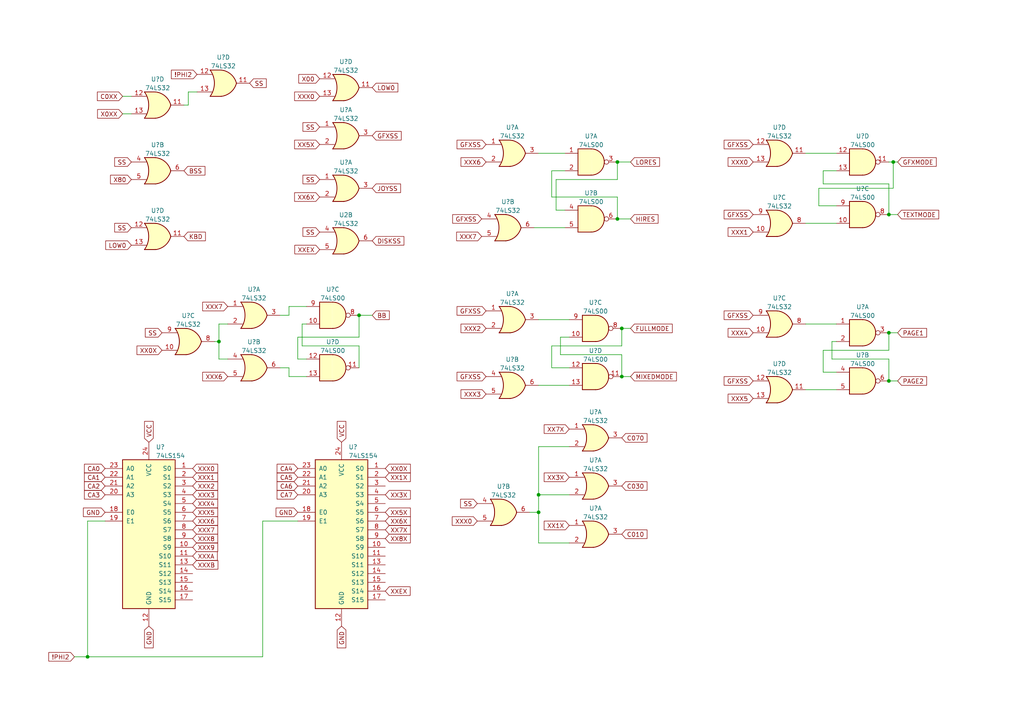
<source format=kicad_sch>
(kicad_sch
	(version 20231120)
	(generator "eeschema")
	(generator_version "8.0")
	(uuid "b1dbc7d7-46c5-41b0-a3b5-f62160ed7627")
	(paper "A4")
	(lib_symbols
		(symbol "74xx:74LS00"
			(pin_names
				(offset 1.016)
			)
			(exclude_from_sim no)
			(in_bom yes)
			(on_board yes)
			(property "Reference" "U"
				(at 0 1.27 0)
				(effects
					(font
						(size 1.27 1.27)
					)
				)
			)
			(property "Value" "74LS00"
				(at 0 -1.27 0)
				(effects
					(font
						(size 1.27 1.27)
					)
				)
			)
			(property "Footprint" ""
				(at 0 0 0)
				(effects
					(font
						(size 1.27 1.27)
					)
					(hide yes)
				)
			)
			(property "Datasheet" "http://www.ti.com/lit/gpn/sn74ls00"
				(at 0 0 0)
				(effects
					(font
						(size 1.27 1.27)
					)
					(hide yes)
				)
			)
			(property "Description" "quad 2-input NAND gate"
				(at 0 0 0)
				(effects
					(font
						(size 1.27 1.27)
					)
					(hide yes)
				)
			)
			(property "ki_locked" ""
				(at 0 0 0)
				(effects
					(font
						(size 1.27 1.27)
					)
				)
			)
			(property "ki_keywords" "TTL nand 2-input"
				(at 0 0 0)
				(effects
					(font
						(size 1.27 1.27)
					)
					(hide yes)
				)
			)
			(property "ki_fp_filters" "DIP*W7.62mm* SO14*"
				(at 0 0 0)
				(effects
					(font
						(size 1.27 1.27)
					)
					(hide yes)
				)
			)
			(symbol "74LS00_1_1"
				(arc
					(start 0 -3.81)
					(mid 3.7934 0)
					(end 0 3.81)
					(stroke
						(width 0.254)
						(type default)
					)
					(fill
						(type background)
					)
				)
				(polyline
					(pts
						(xy 0 3.81) (xy -3.81 3.81) (xy -3.81 -3.81) (xy 0 -3.81)
					)
					(stroke
						(width 0.254)
						(type default)
					)
					(fill
						(type background)
					)
				)
				(pin input line
					(at -7.62 2.54 0)
					(length 3.81)
					(name "~"
						(effects
							(font
								(size 1.27 1.27)
							)
						)
					)
					(number "1"
						(effects
							(font
								(size 1.27 1.27)
							)
						)
					)
				)
				(pin input line
					(at -7.62 -2.54 0)
					(length 3.81)
					(name "~"
						(effects
							(font
								(size 1.27 1.27)
							)
						)
					)
					(number "2"
						(effects
							(font
								(size 1.27 1.27)
							)
						)
					)
				)
				(pin output inverted
					(at 7.62 0 180)
					(length 3.81)
					(name "~"
						(effects
							(font
								(size 1.27 1.27)
							)
						)
					)
					(number "3"
						(effects
							(font
								(size 1.27 1.27)
							)
						)
					)
				)
			)
			(symbol "74LS00_1_2"
				(arc
					(start -3.81 -3.81)
					(mid -2.589 0)
					(end -3.81 3.81)
					(stroke
						(width 0.254)
						(type default)
					)
					(fill
						(type none)
					)
				)
				(arc
					(start -0.6096 -3.81)
					(mid 2.1842 -2.5851)
					(end 3.81 0)
					(stroke
						(width 0.254)
						(type default)
					)
					(fill
						(type background)
					)
				)
				(polyline
					(pts
						(xy -3.81 -3.81) (xy -0.635 -3.81)
					)
					(stroke
						(width 0.254)
						(type default)
					)
					(fill
						(type background)
					)
				)
				(polyline
					(pts
						(xy -3.81 3.81) (xy -0.635 3.81)
					)
					(stroke
						(width 0.254)
						(type default)
					)
					(fill
						(type background)
					)
				)
				(polyline
					(pts
						(xy -0.635 3.81) (xy -3.81 3.81) (xy -3.81 3.81) (xy -3.556 3.4036) (xy -3.0226 2.2606) (xy -2.6924 1.0414)
						(xy -2.6162 -0.254) (xy -2.7686 -1.4986) (xy -3.175 -2.7178) (xy -3.81 -3.81) (xy -3.81 -3.81)
						(xy -0.635 -3.81)
					)
					(stroke
						(width -25.4)
						(type default)
					)
					(fill
						(type background)
					)
				)
				(arc
					(start 3.81 0)
					(mid 2.1915 2.5936)
					(end -0.6096 3.81)
					(stroke
						(width 0.254)
						(type default)
					)
					(fill
						(type background)
					)
				)
				(pin input inverted
					(at -7.62 2.54 0)
					(length 4.318)
					(name "~"
						(effects
							(font
								(size 1.27 1.27)
							)
						)
					)
					(number "1"
						(effects
							(font
								(size 1.27 1.27)
							)
						)
					)
				)
				(pin input inverted
					(at -7.62 -2.54 0)
					(length 4.318)
					(name "~"
						(effects
							(font
								(size 1.27 1.27)
							)
						)
					)
					(number "2"
						(effects
							(font
								(size 1.27 1.27)
							)
						)
					)
				)
				(pin output line
					(at 7.62 0 180)
					(length 3.81)
					(name "~"
						(effects
							(font
								(size 1.27 1.27)
							)
						)
					)
					(number "3"
						(effects
							(font
								(size 1.27 1.27)
							)
						)
					)
				)
			)
			(symbol "74LS00_2_1"
				(arc
					(start 0 -3.81)
					(mid 3.7934 0)
					(end 0 3.81)
					(stroke
						(width 0.254)
						(type default)
					)
					(fill
						(type background)
					)
				)
				(polyline
					(pts
						(xy 0 3.81) (xy -3.81 3.81) (xy -3.81 -3.81) (xy 0 -3.81)
					)
					(stroke
						(width 0.254)
						(type default)
					)
					(fill
						(type background)
					)
				)
				(pin input line
					(at -7.62 2.54 0)
					(length 3.81)
					(name "~"
						(effects
							(font
								(size 1.27 1.27)
							)
						)
					)
					(number "4"
						(effects
							(font
								(size 1.27 1.27)
							)
						)
					)
				)
				(pin input line
					(at -7.62 -2.54 0)
					(length 3.81)
					(name "~"
						(effects
							(font
								(size 1.27 1.27)
							)
						)
					)
					(number "5"
						(effects
							(font
								(size 1.27 1.27)
							)
						)
					)
				)
				(pin output inverted
					(at 7.62 0 180)
					(length 3.81)
					(name "~"
						(effects
							(font
								(size 1.27 1.27)
							)
						)
					)
					(number "6"
						(effects
							(font
								(size 1.27 1.27)
							)
						)
					)
				)
			)
			(symbol "74LS00_2_2"
				(arc
					(start -3.81 -3.81)
					(mid -2.589 0)
					(end -3.81 3.81)
					(stroke
						(width 0.254)
						(type default)
					)
					(fill
						(type none)
					)
				)
				(arc
					(start -0.6096 -3.81)
					(mid 2.1842 -2.5851)
					(end 3.81 0)
					(stroke
						(width 0.254)
						(type default)
					)
					(fill
						(type background)
					)
				)
				(polyline
					(pts
						(xy -3.81 -3.81) (xy -0.635 -3.81)
					)
					(stroke
						(width 0.254)
						(type default)
					)
					(fill
						(type background)
					)
				)
				(polyline
					(pts
						(xy -3.81 3.81) (xy -0.635 3.81)
					)
					(stroke
						(width 0.254)
						(type default)
					)
					(fill
						(type background)
					)
				)
				(polyline
					(pts
						(xy -0.635 3.81) (xy -3.81 3.81) (xy -3.81 3.81) (xy -3.556 3.4036) (xy -3.0226 2.2606) (xy -2.6924 1.0414)
						(xy -2.6162 -0.254) (xy -2.7686 -1.4986) (xy -3.175 -2.7178) (xy -3.81 -3.81) (xy -3.81 -3.81)
						(xy -0.635 -3.81)
					)
					(stroke
						(width -25.4)
						(type default)
					)
					(fill
						(type background)
					)
				)
				(arc
					(start 3.81 0)
					(mid 2.1915 2.5936)
					(end -0.6096 3.81)
					(stroke
						(width 0.254)
						(type default)
					)
					(fill
						(type background)
					)
				)
				(pin input inverted
					(at -7.62 2.54 0)
					(length 4.318)
					(name "~"
						(effects
							(font
								(size 1.27 1.27)
							)
						)
					)
					(number "4"
						(effects
							(font
								(size 1.27 1.27)
							)
						)
					)
				)
				(pin input inverted
					(at -7.62 -2.54 0)
					(length 4.318)
					(name "~"
						(effects
							(font
								(size 1.27 1.27)
							)
						)
					)
					(number "5"
						(effects
							(font
								(size 1.27 1.27)
							)
						)
					)
				)
				(pin output line
					(at 7.62 0 180)
					(length 3.81)
					(name "~"
						(effects
							(font
								(size 1.27 1.27)
							)
						)
					)
					(number "6"
						(effects
							(font
								(size 1.27 1.27)
							)
						)
					)
				)
			)
			(symbol "74LS00_3_1"
				(arc
					(start 0 -3.81)
					(mid 3.7934 0)
					(end 0 3.81)
					(stroke
						(width 0.254)
						(type default)
					)
					(fill
						(type background)
					)
				)
				(polyline
					(pts
						(xy 0 3.81) (xy -3.81 3.81) (xy -3.81 -3.81) (xy 0 -3.81)
					)
					(stroke
						(width 0.254)
						(type default)
					)
					(fill
						(type background)
					)
				)
				(pin input line
					(at -7.62 -2.54 0)
					(length 3.81)
					(name "~"
						(effects
							(font
								(size 1.27 1.27)
							)
						)
					)
					(number "10"
						(effects
							(font
								(size 1.27 1.27)
							)
						)
					)
				)
				(pin output inverted
					(at 7.62 0 180)
					(length 3.81)
					(name "~"
						(effects
							(font
								(size 1.27 1.27)
							)
						)
					)
					(number "8"
						(effects
							(font
								(size 1.27 1.27)
							)
						)
					)
				)
				(pin input line
					(at -7.62 2.54 0)
					(length 3.81)
					(name "~"
						(effects
							(font
								(size 1.27 1.27)
							)
						)
					)
					(number "9"
						(effects
							(font
								(size 1.27 1.27)
							)
						)
					)
				)
			)
			(symbol "74LS00_3_2"
				(arc
					(start -3.81 -3.81)
					(mid -2.589 0)
					(end -3.81 3.81)
					(stroke
						(width 0.254)
						(type default)
					)
					(fill
						(type none)
					)
				)
				(arc
					(start -0.6096 -3.81)
					(mid 2.1842 -2.5851)
					(end 3.81 0)
					(stroke
						(width 0.254)
						(type default)
					)
					(fill
						(type background)
					)
				)
				(polyline
					(pts
						(xy -3.81 -3.81) (xy -0.635 -3.81)
					)
					(stroke
						(width 0.254)
						(type default)
					)
					(fill
						(type background)
					)
				)
				(polyline
					(pts
						(xy -3.81 3.81) (xy -0.635 3.81)
					)
					(stroke
						(width 0.254)
						(type default)
					)
					(fill
						(type background)
					)
				)
				(polyline
					(pts
						(xy -0.635 3.81) (xy -3.81 3.81) (xy -3.81 3.81) (xy -3.556 3.4036) (xy -3.0226 2.2606) (xy -2.6924 1.0414)
						(xy -2.6162 -0.254) (xy -2.7686 -1.4986) (xy -3.175 -2.7178) (xy -3.81 -3.81) (xy -3.81 -3.81)
						(xy -0.635 -3.81)
					)
					(stroke
						(width -25.4)
						(type default)
					)
					(fill
						(type background)
					)
				)
				(arc
					(start 3.81 0)
					(mid 2.1915 2.5936)
					(end -0.6096 3.81)
					(stroke
						(width 0.254)
						(type default)
					)
					(fill
						(type background)
					)
				)
				(pin input inverted
					(at -7.62 -2.54 0)
					(length 4.318)
					(name "~"
						(effects
							(font
								(size 1.27 1.27)
							)
						)
					)
					(number "10"
						(effects
							(font
								(size 1.27 1.27)
							)
						)
					)
				)
				(pin output line
					(at 7.62 0 180)
					(length 3.81)
					(name "~"
						(effects
							(font
								(size 1.27 1.27)
							)
						)
					)
					(number "8"
						(effects
							(font
								(size 1.27 1.27)
							)
						)
					)
				)
				(pin input inverted
					(at -7.62 2.54 0)
					(length 4.318)
					(name "~"
						(effects
							(font
								(size 1.27 1.27)
							)
						)
					)
					(number "9"
						(effects
							(font
								(size 1.27 1.27)
							)
						)
					)
				)
			)
			(symbol "74LS00_4_1"
				(arc
					(start 0 -3.81)
					(mid 3.7934 0)
					(end 0 3.81)
					(stroke
						(width 0.254)
						(type default)
					)
					(fill
						(type background)
					)
				)
				(polyline
					(pts
						(xy 0 3.81) (xy -3.81 3.81) (xy -3.81 -3.81) (xy 0 -3.81)
					)
					(stroke
						(width 0.254)
						(type default)
					)
					(fill
						(type background)
					)
				)
				(pin output inverted
					(at 7.62 0 180)
					(length 3.81)
					(name "~"
						(effects
							(font
								(size 1.27 1.27)
							)
						)
					)
					(number "11"
						(effects
							(font
								(size 1.27 1.27)
							)
						)
					)
				)
				(pin input line
					(at -7.62 2.54 0)
					(length 3.81)
					(name "~"
						(effects
							(font
								(size 1.27 1.27)
							)
						)
					)
					(number "12"
						(effects
							(font
								(size 1.27 1.27)
							)
						)
					)
				)
				(pin input line
					(at -7.62 -2.54 0)
					(length 3.81)
					(name "~"
						(effects
							(font
								(size 1.27 1.27)
							)
						)
					)
					(number "13"
						(effects
							(font
								(size 1.27 1.27)
							)
						)
					)
				)
			)
			(symbol "74LS00_4_2"
				(arc
					(start -3.81 -3.81)
					(mid -2.589 0)
					(end -3.81 3.81)
					(stroke
						(width 0.254)
						(type default)
					)
					(fill
						(type none)
					)
				)
				(arc
					(start -0.6096 -3.81)
					(mid 2.1842 -2.5851)
					(end 3.81 0)
					(stroke
						(width 0.254)
						(type default)
					)
					(fill
						(type background)
					)
				)
				(polyline
					(pts
						(xy -3.81 -3.81) (xy -0.635 -3.81)
					)
					(stroke
						(width 0.254)
						(type default)
					)
					(fill
						(type background)
					)
				)
				(polyline
					(pts
						(xy -3.81 3.81) (xy -0.635 3.81)
					)
					(stroke
						(width 0.254)
						(type default)
					)
					(fill
						(type background)
					)
				)
				(polyline
					(pts
						(xy -0.635 3.81) (xy -3.81 3.81) (xy -3.81 3.81) (xy -3.556 3.4036) (xy -3.0226 2.2606) (xy -2.6924 1.0414)
						(xy -2.6162 -0.254) (xy -2.7686 -1.4986) (xy -3.175 -2.7178) (xy -3.81 -3.81) (xy -3.81 -3.81)
						(xy -0.635 -3.81)
					)
					(stroke
						(width -25.4)
						(type default)
					)
					(fill
						(type background)
					)
				)
				(arc
					(start 3.81 0)
					(mid 2.1915 2.5936)
					(end -0.6096 3.81)
					(stroke
						(width 0.254)
						(type default)
					)
					(fill
						(type background)
					)
				)
				(pin output line
					(at 7.62 0 180)
					(length 3.81)
					(name "~"
						(effects
							(font
								(size 1.27 1.27)
							)
						)
					)
					(number "11"
						(effects
							(font
								(size 1.27 1.27)
							)
						)
					)
				)
				(pin input inverted
					(at -7.62 2.54 0)
					(length 4.318)
					(name "~"
						(effects
							(font
								(size 1.27 1.27)
							)
						)
					)
					(number "12"
						(effects
							(font
								(size 1.27 1.27)
							)
						)
					)
				)
				(pin input inverted
					(at -7.62 -2.54 0)
					(length 4.318)
					(name "~"
						(effects
							(font
								(size 1.27 1.27)
							)
						)
					)
					(number "13"
						(effects
							(font
								(size 1.27 1.27)
							)
						)
					)
				)
			)
			(symbol "74LS00_5_0"
				(pin power_in line
					(at 0 12.7 270)
					(length 5.08)
					(name "VCC"
						(effects
							(font
								(size 1.27 1.27)
							)
						)
					)
					(number "14"
						(effects
							(font
								(size 1.27 1.27)
							)
						)
					)
				)
				(pin power_in line
					(at 0 -12.7 90)
					(length 5.08)
					(name "GND"
						(effects
							(font
								(size 1.27 1.27)
							)
						)
					)
					(number "7"
						(effects
							(font
								(size 1.27 1.27)
							)
						)
					)
				)
			)
			(symbol "74LS00_5_1"
				(rectangle
					(start -5.08 7.62)
					(end 5.08 -7.62)
					(stroke
						(width 0.254)
						(type default)
					)
					(fill
						(type background)
					)
				)
			)
		)
		(symbol "74xx:74LS154"
			(pin_names
				(offset 1.016)
			)
			(exclude_from_sim no)
			(in_bom yes)
			(on_board yes)
			(property "Reference" "U"
				(at -7.62 21.59 0)
				(effects
					(font
						(size 1.27 1.27)
					)
				)
			)
			(property "Value" "74LS154"
				(at -7.62 -24.13 0)
				(effects
					(font
						(size 1.27 1.27)
					)
				)
			)
			(property "Footprint" ""
				(at 0 0 0)
				(effects
					(font
						(size 1.27 1.27)
					)
					(hide yes)
				)
			)
			(property "Datasheet" "http://www.ti.com/lit/gpn/sn74LS154"
				(at 0 0 0)
				(effects
					(font
						(size 1.27 1.27)
					)
					(hide yes)
				)
			)
			(property "Description" "Decoder 4 to 16"
				(at 0 0 0)
				(effects
					(font
						(size 1.27 1.27)
					)
					(hide yes)
				)
			)
			(property "ki_locked" ""
				(at 0 0 0)
				(effects
					(font
						(size 1.27 1.27)
					)
				)
			)
			(property "ki_keywords" "TTL DECOD16 DECOD"
				(at 0 0 0)
				(effects
					(font
						(size 1.27 1.27)
					)
					(hide yes)
				)
			)
			(property "ki_fp_filters" "DIP?24*"
				(at 0 0 0)
				(effects
					(font
						(size 1.27 1.27)
					)
					(hide yes)
				)
			)
			(symbol "74LS154_1_0"
				(pin output line
					(at 12.7 17.78 180)
					(length 5.08)
					(name "S0"
						(effects
							(font
								(size 1.27 1.27)
							)
						)
					)
					(number "1"
						(effects
							(font
								(size 1.27 1.27)
							)
						)
					)
				)
				(pin output line
					(at 12.7 -5.08 180)
					(length 5.08)
					(name "S9"
						(effects
							(font
								(size 1.27 1.27)
							)
						)
					)
					(number "10"
						(effects
							(font
								(size 1.27 1.27)
							)
						)
					)
				)
				(pin output line
					(at 12.7 -7.62 180)
					(length 5.08)
					(name "S10"
						(effects
							(font
								(size 1.27 1.27)
							)
						)
					)
					(number "11"
						(effects
							(font
								(size 1.27 1.27)
							)
						)
					)
				)
				(pin power_in line
					(at 0 -27.94 90)
					(length 5.08)
					(name "GND"
						(effects
							(font
								(size 1.27 1.27)
							)
						)
					)
					(number "12"
						(effects
							(font
								(size 1.27 1.27)
							)
						)
					)
				)
				(pin output line
					(at 12.7 -10.16 180)
					(length 5.08)
					(name "S11"
						(effects
							(font
								(size 1.27 1.27)
							)
						)
					)
					(number "13"
						(effects
							(font
								(size 1.27 1.27)
							)
						)
					)
				)
				(pin output line
					(at 12.7 -12.7 180)
					(length 5.08)
					(name "S12"
						(effects
							(font
								(size 1.27 1.27)
							)
						)
					)
					(number "14"
						(effects
							(font
								(size 1.27 1.27)
							)
						)
					)
				)
				(pin output line
					(at 12.7 -15.24 180)
					(length 5.08)
					(name "S13"
						(effects
							(font
								(size 1.27 1.27)
							)
						)
					)
					(number "15"
						(effects
							(font
								(size 1.27 1.27)
							)
						)
					)
				)
				(pin output line
					(at 12.7 -17.78 180)
					(length 5.08)
					(name "S14"
						(effects
							(font
								(size 1.27 1.27)
							)
						)
					)
					(number "16"
						(effects
							(font
								(size 1.27 1.27)
							)
						)
					)
				)
				(pin output line
					(at 12.7 -20.32 180)
					(length 5.08)
					(name "S15"
						(effects
							(font
								(size 1.27 1.27)
							)
						)
					)
					(number "17"
						(effects
							(font
								(size 1.27 1.27)
							)
						)
					)
				)
				(pin input line
					(at -12.7 5.08 0)
					(length 5.08)
					(name "E0"
						(effects
							(font
								(size 1.27 1.27)
							)
						)
					)
					(number "18"
						(effects
							(font
								(size 1.27 1.27)
							)
						)
					)
				)
				(pin input line
					(at -12.7 2.54 0)
					(length 5.08)
					(name "E1"
						(effects
							(font
								(size 1.27 1.27)
							)
						)
					)
					(number "19"
						(effects
							(font
								(size 1.27 1.27)
							)
						)
					)
				)
				(pin output line
					(at 12.7 15.24 180)
					(length 5.08)
					(name "S1"
						(effects
							(font
								(size 1.27 1.27)
							)
						)
					)
					(number "2"
						(effects
							(font
								(size 1.27 1.27)
							)
						)
					)
				)
				(pin input line
					(at -12.7 10.16 0)
					(length 5.08)
					(name "A3"
						(effects
							(font
								(size 1.27 1.27)
							)
						)
					)
					(number "20"
						(effects
							(font
								(size 1.27 1.27)
							)
						)
					)
				)
				(pin input line
					(at -12.7 12.7 0)
					(length 5.08)
					(name "A2"
						(effects
							(font
								(size 1.27 1.27)
							)
						)
					)
					(number "21"
						(effects
							(font
								(size 1.27 1.27)
							)
						)
					)
				)
				(pin input line
					(at -12.7 15.24 0)
					(length 5.08)
					(name "A1"
						(effects
							(font
								(size 1.27 1.27)
							)
						)
					)
					(number "22"
						(effects
							(font
								(size 1.27 1.27)
							)
						)
					)
				)
				(pin input line
					(at -12.7 17.78 0)
					(length 5.08)
					(name "A0"
						(effects
							(font
								(size 1.27 1.27)
							)
						)
					)
					(number "23"
						(effects
							(font
								(size 1.27 1.27)
							)
						)
					)
				)
				(pin power_in line
					(at 0 25.4 270)
					(length 5.08)
					(name "VCC"
						(effects
							(font
								(size 1.27 1.27)
							)
						)
					)
					(number "24"
						(effects
							(font
								(size 1.27 1.27)
							)
						)
					)
				)
				(pin output line
					(at 12.7 12.7 180)
					(length 5.08)
					(name "S2"
						(effects
							(font
								(size 1.27 1.27)
							)
						)
					)
					(number "3"
						(effects
							(font
								(size 1.27 1.27)
							)
						)
					)
				)
				(pin output line
					(at 12.7 10.16 180)
					(length 5.08)
					(name "S3"
						(effects
							(font
								(size 1.27 1.27)
							)
						)
					)
					(number "4"
						(effects
							(font
								(size 1.27 1.27)
							)
						)
					)
				)
				(pin output line
					(at 12.7 7.62 180)
					(length 5.08)
					(name "S4"
						(effects
							(font
								(size 1.27 1.27)
							)
						)
					)
					(number "5"
						(effects
							(font
								(size 1.27 1.27)
							)
						)
					)
				)
				(pin output line
					(at 12.7 5.08 180)
					(length 5.08)
					(name "S5"
						(effects
							(font
								(size 1.27 1.27)
							)
						)
					)
					(number "6"
						(effects
							(font
								(size 1.27 1.27)
							)
						)
					)
				)
				(pin output line
					(at 12.7 2.54 180)
					(length 5.08)
					(name "S6"
						(effects
							(font
								(size 1.27 1.27)
							)
						)
					)
					(number "7"
						(effects
							(font
								(size 1.27 1.27)
							)
						)
					)
				)
				(pin output line
					(at 12.7 0 180)
					(length 5.08)
					(name "S7"
						(effects
							(font
								(size 1.27 1.27)
							)
						)
					)
					(number "8"
						(effects
							(font
								(size 1.27 1.27)
							)
						)
					)
				)
				(pin output line
					(at 12.7 -2.54 180)
					(length 5.08)
					(name "S8"
						(effects
							(font
								(size 1.27 1.27)
							)
						)
					)
					(number "9"
						(effects
							(font
								(size 1.27 1.27)
							)
						)
					)
				)
			)
			(symbol "74LS154_1_1"
				(rectangle
					(start -7.62 20.32)
					(end 7.62 -22.86)
					(stroke
						(width 0.254)
						(type default)
					)
					(fill
						(type background)
					)
				)
			)
		)
		(symbol "74xx:74LS32"
			(pin_names
				(offset 1.016)
			)
			(exclude_from_sim no)
			(in_bom yes)
			(on_board yes)
			(property "Reference" "U"
				(at 0 1.27 0)
				(effects
					(font
						(size 1.27 1.27)
					)
				)
			)
			(property "Value" "74LS32"
				(at 0 -1.27 0)
				(effects
					(font
						(size 1.27 1.27)
					)
				)
			)
			(property "Footprint" ""
				(at 0 0 0)
				(effects
					(font
						(size 1.27 1.27)
					)
					(hide yes)
				)
			)
			(property "Datasheet" "http://www.ti.com/lit/gpn/sn74LS32"
				(at 0 0 0)
				(effects
					(font
						(size 1.27 1.27)
					)
					(hide yes)
				)
			)
			(property "Description" "Quad 2-input OR"
				(at 0 0 0)
				(effects
					(font
						(size 1.27 1.27)
					)
					(hide yes)
				)
			)
			(property "ki_locked" ""
				(at 0 0 0)
				(effects
					(font
						(size 1.27 1.27)
					)
				)
			)
			(property "ki_keywords" "TTL Or2"
				(at 0 0 0)
				(effects
					(font
						(size 1.27 1.27)
					)
					(hide yes)
				)
			)
			(property "ki_fp_filters" "DIP?14*"
				(at 0 0 0)
				(effects
					(font
						(size 1.27 1.27)
					)
					(hide yes)
				)
			)
			(symbol "74LS32_1_1"
				(arc
					(start -3.81 -3.81)
					(mid -2.589 0)
					(end -3.81 3.81)
					(stroke
						(width 0.254)
						(type default)
					)
					(fill
						(type none)
					)
				)
				(arc
					(start -0.6096 -3.81)
					(mid 2.1842 -2.5851)
					(end 3.81 0)
					(stroke
						(width 0.254)
						(type default)
					)
					(fill
						(type background)
					)
				)
				(polyline
					(pts
						(xy -3.81 -3.81) (xy -0.635 -3.81)
					)
					(stroke
						(width 0.254)
						(type default)
					)
					(fill
						(type background)
					)
				)
				(polyline
					(pts
						(xy -3.81 3.81) (xy -0.635 3.81)
					)
					(stroke
						(width 0.254)
						(type default)
					)
					(fill
						(type background)
					)
				)
				(polyline
					(pts
						(xy -0.635 3.81) (xy -3.81 3.81) (xy -3.81 3.81) (xy -3.556 3.4036) (xy -3.0226 2.2606) (xy -2.6924 1.0414)
						(xy -2.6162 -0.254) (xy -2.7686 -1.4986) (xy -3.175 -2.7178) (xy -3.81 -3.81) (xy -3.81 -3.81)
						(xy -0.635 -3.81)
					)
					(stroke
						(width -25.4)
						(type default)
					)
					(fill
						(type background)
					)
				)
				(arc
					(start 3.81 0)
					(mid 2.1915 2.5936)
					(end -0.6096 3.81)
					(stroke
						(width 0.254)
						(type default)
					)
					(fill
						(type background)
					)
				)
				(pin input line
					(at -7.62 2.54 0)
					(length 4.318)
					(name "~"
						(effects
							(font
								(size 1.27 1.27)
							)
						)
					)
					(number "1"
						(effects
							(font
								(size 1.27 1.27)
							)
						)
					)
				)
				(pin input line
					(at -7.62 -2.54 0)
					(length 4.318)
					(name "~"
						(effects
							(font
								(size 1.27 1.27)
							)
						)
					)
					(number "2"
						(effects
							(font
								(size 1.27 1.27)
							)
						)
					)
				)
				(pin output line
					(at 7.62 0 180)
					(length 3.81)
					(name "~"
						(effects
							(font
								(size 1.27 1.27)
							)
						)
					)
					(number "3"
						(effects
							(font
								(size 1.27 1.27)
							)
						)
					)
				)
			)
			(symbol "74LS32_1_2"
				(arc
					(start 0 -3.81)
					(mid 3.7934 0)
					(end 0 3.81)
					(stroke
						(width 0.254)
						(type default)
					)
					(fill
						(type background)
					)
				)
				(polyline
					(pts
						(xy 0 3.81) (xy -3.81 3.81) (xy -3.81 -3.81) (xy 0 -3.81)
					)
					(stroke
						(width 0.254)
						(type default)
					)
					(fill
						(type background)
					)
				)
				(pin input inverted
					(at -7.62 2.54 0)
					(length 3.81)
					(name "~"
						(effects
							(font
								(size 1.27 1.27)
							)
						)
					)
					(number "1"
						(effects
							(font
								(size 1.27 1.27)
							)
						)
					)
				)
				(pin input inverted
					(at -7.62 -2.54 0)
					(length 3.81)
					(name "~"
						(effects
							(font
								(size 1.27 1.27)
							)
						)
					)
					(number "2"
						(effects
							(font
								(size 1.27 1.27)
							)
						)
					)
				)
				(pin output inverted
					(at 7.62 0 180)
					(length 3.81)
					(name "~"
						(effects
							(font
								(size 1.27 1.27)
							)
						)
					)
					(number "3"
						(effects
							(font
								(size 1.27 1.27)
							)
						)
					)
				)
			)
			(symbol "74LS32_2_1"
				(arc
					(start -3.81 -3.81)
					(mid -2.589 0)
					(end -3.81 3.81)
					(stroke
						(width 0.254)
						(type default)
					)
					(fill
						(type none)
					)
				)
				(arc
					(start -0.6096 -3.81)
					(mid 2.1842 -2.5851)
					(end 3.81 0)
					(stroke
						(width 0.254)
						(type default)
					)
					(fill
						(type background)
					)
				)
				(polyline
					(pts
						(xy -3.81 -3.81) (xy -0.635 -3.81)
					)
					(stroke
						(width 0.254)
						(type default)
					)
					(fill
						(type background)
					)
				)
				(polyline
					(pts
						(xy -3.81 3.81) (xy -0.635 3.81)
					)
					(stroke
						(width 0.254)
						(type default)
					)
					(fill
						(type background)
					)
				)
				(polyline
					(pts
						(xy -0.635 3.81) (xy -3.81 3.81) (xy -3.81 3.81) (xy -3.556 3.4036) (xy -3.0226 2.2606) (xy -2.6924 1.0414)
						(xy -2.6162 -0.254) (xy -2.7686 -1.4986) (xy -3.175 -2.7178) (xy -3.81 -3.81) (xy -3.81 -3.81)
						(xy -0.635 -3.81)
					)
					(stroke
						(width -25.4)
						(type default)
					)
					(fill
						(type background)
					)
				)
				(arc
					(start 3.81 0)
					(mid 2.1915 2.5936)
					(end -0.6096 3.81)
					(stroke
						(width 0.254)
						(type default)
					)
					(fill
						(type background)
					)
				)
				(pin input line
					(at -7.62 2.54 0)
					(length 4.318)
					(name "~"
						(effects
							(font
								(size 1.27 1.27)
							)
						)
					)
					(number "4"
						(effects
							(font
								(size 1.27 1.27)
							)
						)
					)
				)
				(pin input line
					(at -7.62 -2.54 0)
					(length 4.318)
					(name "~"
						(effects
							(font
								(size 1.27 1.27)
							)
						)
					)
					(number "5"
						(effects
							(font
								(size 1.27 1.27)
							)
						)
					)
				)
				(pin output line
					(at 7.62 0 180)
					(length 3.81)
					(name "~"
						(effects
							(font
								(size 1.27 1.27)
							)
						)
					)
					(number "6"
						(effects
							(font
								(size 1.27 1.27)
							)
						)
					)
				)
			)
			(symbol "74LS32_2_2"
				(arc
					(start 0 -3.81)
					(mid 3.7934 0)
					(end 0 3.81)
					(stroke
						(width 0.254)
						(type default)
					)
					(fill
						(type background)
					)
				)
				(polyline
					(pts
						(xy 0 3.81) (xy -3.81 3.81) (xy -3.81 -3.81) (xy 0 -3.81)
					)
					(stroke
						(width 0.254)
						(type default)
					)
					(fill
						(type background)
					)
				)
				(pin input inverted
					(at -7.62 2.54 0)
					(length 3.81)
					(name "~"
						(effects
							(font
								(size 1.27 1.27)
							)
						)
					)
					(number "4"
						(effects
							(font
								(size 1.27 1.27)
							)
						)
					)
				)
				(pin input inverted
					(at -7.62 -2.54 0)
					(length 3.81)
					(name "~"
						(effects
							(font
								(size 1.27 1.27)
							)
						)
					)
					(number "5"
						(effects
							(font
								(size 1.27 1.27)
							)
						)
					)
				)
				(pin output inverted
					(at 7.62 0 180)
					(length 3.81)
					(name "~"
						(effects
							(font
								(size 1.27 1.27)
							)
						)
					)
					(number "6"
						(effects
							(font
								(size 1.27 1.27)
							)
						)
					)
				)
			)
			(symbol "74LS32_3_1"
				(arc
					(start -3.81 -3.81)
					(mid -2.589 0)
					(end -3.81 3.81)
					(stroke
						(width 0.254)
						(type default)
					)
					(fill
						(type none)
					)
				)
				(arc
					(start -0.6096 -3.81)
					(mid 2.1842 -2.5851)
					(end 3.81 0)
					(stroke
						(width 0.254)
						(type default)
					)
					(fill
						(type background)
					)
				)
				(polyline
					(pts
						(xy -3.81 -3.81) (xy -0.635 -3.81)
					)
					(stroke
						(width 0.254)
						(type default)
					)
					(fill
						(type background)
					)
				)
				(polyline
					(pts
						(xy -3.81 3.81) (xy -0.635 3.81)
					)
					(stroke
						(width 0.254)
						(type default)
					)
					(fill
						(type background)
					)
				)
				(polyline
					(pts
						(xy -0.635 3.81) (xy -3.81 3.81) (xy -3.81 3.81) (xy -3.556 3.4036) (xy -3.0226 2.2606) (xy -2.6924 1.0414)
						(xy -2.6162 -0.254) (xy -2.7686 -1.4986) (xy -3.175 -2.7178) (xy -3.81 -3.81) (xy -3.81 -3.81)
						(xy -0.635 -3.81)
					)
					(stroke
						(width -25.4)
						(type default)
					)
					(fill
						(type background)
					)
				)
				(arc
					(start 3.81 0)
					(mid 2.1915 2.5936)
					(end -0.6096 3.81)
					(stroke
						(width 0.254)
						(type default)
					)
					(fill
						(type background)
					)
				)
				(pin input line
					(at -7.62 -2.54 0)
					(length 4.318)
					(name "~"
						(effects
							(font
								(size 1.27 1.27)
							)
						)
					)
					(number "10"
						(effects
							(font
								(size 1.27 1.27)
							)
						)
					)
				)
				(pin output line
					(at 7.62 0 180)
					(length 3.81)
					(name "~"
						(effects
							(font
								(size 1.27 1.27)
							)
						)
					)
					(number "8"
						(effects
							(font
								(size 1.27 1.27)
							)
						)
					)
				)
				(pin input line
					(at -7.62 2.54 0)
					(length 4.318)
					(name "~"
						(effects
							(font
								(size 1.27 1.27)
							)
						)
					)
					(number "9"
						(effects
							(font
								(size 1.27 1.27)
							)
						)
					)
				)
			)
			(symbol "74LS32_3_2"
				(arc
					(start 0 -3.81)
					(mid 3.7934 0)
					(end 0 3.81)
					(stroke
						(width 0.254)
						(type default)
					)
					(fill
						(type background)
					)
				)
				(polyline
					(pts
						(xy 0 3.81) (xy -3.81 3.81) (xy -3.81 -3.81) (xy 0 -3.81)
					)
					(stroke
						(width 0.254)
						(type default)
					)
					(fill
						(type background)
					)
				)
				(pin input inverted
					(at -7.62 -2.54 0)
					(length 3.81)
					(name "~"
						(effects
							(font
								(size 1.27 1.27)
							)
						)
					)
					(number "10"
						(effects
							(font
								(size 1.27 1.27)
							)
						)
					)
				)
				(pin output inverted
					(at 7.62 0 180)
					(length 3.81)
					(name "~"
						(effects
							(font
								(size 1.27 1.27)
							)
						)
					)
					(number "8"
						(effects
							(font
								(size 1.27 1.27)
							)
						)
					)
				)
				(pin input inverted
					(at -7.62 2.54 0)
					(length 3.81)
					(name "~"
						(effects
							(font
								(size 1.27 1.27)
							)
						)
					)
					(number "9"
						(effects
							(font
								(size 1.27 1.27)
							)
						)
					)
				)
			)
			(symbol "74LS32_4_1"
				(arc
					(start -3.81 -3.81)
					(mid -2.589 0)
					(end -3.81 3.81)
					(stroke
						(width 0.254)
						(type default)
					)
					(fill
						(type none)
					)
				)
				(arc
					(start -0.6096 -3.81)
					(mid 2.1842 -2.5851)
					(end 3.81 0)
					(stroke
						(width 0.254)
						(type default)
					)
					(fill
						(type background)
					)
				)
				(polyline
					(pts
						(xy -3.81 -3.81) (xy -0.635 -3.81)
					)
					(stroke
						(width 0.254)
						(type default)
					)
					(fill
						(type background)
					)
				)
				(polyline
					(pts
						(xy -3.81 3.81) (xy -0.635 3.81)
					)
					(stroke
						(width 0.254)
						(type default)
					)
					(fill
						(type background)
					)
				)
				(polyline
					(pts
						(xy -0.635 3.81) (xy -3.81 3.81) (xy -3.81 3.81) (xy -3.556 3.4036) (xy -3.0226 2.2606) (xy -2.6924 1.0414)
						(xy -2.6162 -0.254) (xy -2.7686 -1.4986) (xy -3.175 -2.7178) (xy -3.81 -3.81) (xy -3.81 -3.81)
						(xy -0.635 -3.81)
					)
					(stroke
						(width -25.4)
						(type default)
					)
					(fill
						(type background)
					)
				)
				(arc
					(start 3.81 0)
					(mid 2.1915 2.5936)
					(end -0.6096 3.81)
					(stroke
						(width 0.254)
						(type default)
					)
					(fill
						(type background)
					)
				)
				(pin output line
					(at 7.62 0 180)
					(length 3.81)
					(name "~"
						(effects
							(font
								(size 1.27 1.27)
							)
						)
					)
					(number "11"
						(effects
							(font
								(size 1.27 1.27)
							)
						)
					)
				)
				(pin input line
					(at -7.62 2.54 0)
					(length 4.318)
					(name "~"
						(effects
							(font
								(size 1.27 1.27)
							)
						)
					)
					(number "12"
						(effects
							(font
								(size 1.27 1.27)
							)
						)
					)
				)
				(pin input line
					(at -7.62 -2.54 0)
					(length 4.318)
					(name "~"
						(effects
							(font
								(size 1.27 1.27)
							)
						)
					)
					(number "13"
						(effects
							(font
								(size 1.27 1.27)
							)
						)
					)
				)
			)
			(symbol "74LS32_4_2"
				(arc
					(start 0 -3.81)
					(mid 3.7934 0)
					(end 0 3.81)
					(stroke
						(width 0.254)
						(type default)
					)
					(fill
						(type background)
					)
				)
				(polyline
					(pts
						(xy 0 3.81) (xy -3.81 3.81) (xy -3.81 -3.81) (xy 0 -3.81)
					)
					(stroke
						(width 0.254)
						(type default)
					)
					(fill
						(type background)
					)
				)
				(pin output inverted
					(at 7.62 0 180)
					(length 3.81)
					(name "~"
						(effects
							(font
								(size 1.27 1.27)
							)
						)
					)
					(number "11"
						(effects
							(font
								(size 1.27 1.27)
							)
						)
					)
				)
				(pin input inverted
					(at -7.62 2.54 0)
					(length 3.81)
					(name "~"
						(effects
							(font
								(size 1.27 1.27)
							)
						)
					)
					(number "12"
						(effects
							(font
								(size 1.27 1.27)
							)
						)
					)
				)
				(pin input inverted
					(at -7.62 -2.54 0)
					(length 3.81)
					(name "~"
						(effects
							(font
								(size 1.27 1.27)
							)
						)
					)
					(number "13"
						(effects
							(font
								(size 1.27 1.27)
							)
						)
					)
				)
			)
			(symbol "74LS32_5_0"
				(pin power_in line
					(at 0 12.7 270)
					(length 5.08)
					(name "VCC"
						(effects
							(font
								(size 1.27 1.27)
							)
						)
					)
					(number "14"
						(effects
							(font
								(size 1.27 1.27)
							)
						)
					)
				)
				(pin power_in line
					(at 0 -12.7 90)
					(length 5.08)
					(name "GND"
						(effects
							(font
								(size 1.27 1.27)
							)
						)
					)
					(number "7"
						(effects
							(font
								(size 1.27 1.27)
							)
						)
					)
				)
			)
			(symbol "74LS32_5_1"
				(rectangle
					(start -5.08 7.62)
					(end 5.08 -7.62)
					(stroke
						(width 0.254)
						(type default)
					)
					(fill
						(type background)
					)
				)
			)
		)
	)
	(junction
		(at 257.81 110.49)
		(diameter 0)
		(color 0 0 0 0)
		(uuid "38e530b4-dfa3-4ccc-b270-3f517d6867b7")
	)
	(junction
		(at 25.4 190.5)
		(diameter 0)
		(color 0 0 0 0)
		(uuid "3c1287c2-3e1a-4d00-9945-338759748ed0")
	)
	(junction
		(at 179.07 63.5)
		(diameter 0)
		(color 0 0 0 0)
		(uuid "46a53a8a-bea9-4800-8861-9ac0029cbae1")
	)
	(junction
		(at 156.21 143.51)
		(diameter 0)
		(color 0 0 0 0)
		(uuid "568446a0-1fbd-47b6-aaed-35913feac6af")
	)
	(junction
		(at 257.81 96.52)
		(diameter 0)
		(color 0 0 0 0)
		(uuid "67b692c9-63a1-4763-98f8-ab97ffd30065")
	)
	(junction
		(at 63.5 99.06)
		(diameter 0)
		(color 0 0 0 0)
		(uuid "73b19b83-770c-4207-9dc3-0552baffc670")
	)
	(junction
		(at 259.08 46.99)
		(diameter 0)
		(color 0 0 0 0)
		(uuid "92425964-3db1-4a0a-86ee-ecbd90311ff8")
	)
	(junction
		(at 104.14 91.44)
		(diameter 0)
		(color 0 0 0 0)
		(uuid "990eacde-75ab-4d58-a972-5819d124bcaa")
	)
	(junction
		(at 179.07 46.99)
		(diameter 0)
		(color 0 0 0 0)
		(uuid "a2699565-3d0a-4bee-b0dc-4dd67a73a7d6")
	)
	(junction
		(at 257.81 62.23)
		(diameter 0)
		(color 0 0 0 0)
		(uuid "bb71ccf9-22ec-45a2-bf1c-bd7842c7e384")
	)
	(junction
		(at 180.34 109.22)
		(diameter 0)
		(color 0 0 0 0)
		(uuid "c779cb0c-e4dc-4efc-a060-908bf2219140")
	)
	(junction
		(at 180.34 95.25)
		(diameter 0)
		(color 0 0 0 0)
		(uuid "cfed9c30-71e6-4c76-bf61-882f14dc25a9")
	)
	(junction
		(at 156.21 148.59)
		(diameter 0)
		(color 0 0 0 0)
		(uuid "ffda4eca-bcb7-4924-bf74-11d992cc3b15")
	)
	(wire
		(pts
			(xy 160.02 106.68) (xy 165.1 106.68)
		)
		(stroke
			(width 0)
			(type default)
		)
		(uuid "04ca0694-636e-44d0-a4db-e018108c9a68")
	)
	(wire
		(pts
			(xy 233.68 93.98) (xy 242.57 93.98)
		)
		(stroke
			(width 0)
			(type default)
		)
		(uuid "0635a2e9-540d-45a2-a544-4c9b2f436e87")
	)
	(wire
		(pts
			(xy 259.08 46.99) (xy 259.08 54.61)
		)
		(stroke
			(width 0)
			(type default)
		)
		(uuid "07767ae5-de80-4b3a-a4c3-79672588e7fc")
	)
	(wire
		(pts
			(xy 257.81 96.52) (xy 257.81 101.6)
		)
		(stroke
			(width 0)
			(type default)
		)
		(uuid "07be30be-571c-446a-83dd-91bec4141833")
	)
	(wire
		(pts
			(xy 238.76 107.95) (xy 242.57 107.95)
		)
		(stroke
			(width 0)
			(type default)
		)
		(uuid "0dbc2f18-0ca6-4fd8-abbc-30726749e984")
	)
	(wire
		(pts
			(xy 81.28 106.68) (xy 83.82 106.68)
		)
		(stroke
			(width 0)
			(type default)
		)
		(uuid "0fcf2236-eaff-4b4b-891c-aedbb3bc26ea")
	)
	(wire
		(pts
			(xy 25.4 190.5) (xy 25.4 151.13)
		)
		(stroke
			(width 0)
			(type default)
		)
		(uuid "13ddfec7-f3a2-4cc1-922f-70cf94181775")
	)
	(wire
		(pts
			(xy 83.82 91.44) (xy 83.82 88.9)
		)
		(stroke
			(width 0)
			(type default)
		)
		(uuid "17449efd-2786-4468-aee6-fe8806b27c6f")
	)
	(wire
		(pts
			(xy 180.34 95.25) (xy 182.88 95.25)
		)
		(stroke
			(width 0)
			(type default)
		)
		(uuid "1903e911-890a-44bf-8598-6b1ee7a5bdce")
	)
	(wire
		(pts
			(xy 104.14 100.33) (xy 87.63 100.33)
		)
		(stroke
			(width 0)
			(type default)
		)
		(uuid "1c648a8c-cb2a-4c96-b8e5-e88940852624")
	)
	(wire
		(pts
			(xy 25.4 151.13) (xy 30.48 151.13)
		)
		(stroke
			(width 0)
			(type default)
		)
		(uuid "1e552264-7c31-409e-8b33-e39e54d053e9")
	)
	(wire
		(pts
			(xy 104.14 91.44) (xy 107.95 91.44)
		)
		(stroke
			(width 0)
			(type default)
		)
		(uuid "21f51d98-a3df-4057-b5f9-4751d3fe74fd")
	)
	(wire
		(pts
			(xy 104.14 91.44) (xy 104.14 97.79)
		)
		(stroke
			(width 0)
			(type default)
		)
		(uuid "2487251e-ba7e-4081-af3c-da7deb99f82d")
	)
	(wire
		(pts
			(xy 161.29 60.96) (xy 163.83 60.96)
		)
		(stroke
			(width 0)
			(type default)
		)
		(uuid "275e3c89-0d83-4a85-9571-5807c3e775e6")
	)
	(wire
		(pts
			(xy 54.61 30.48) (xy 54.61 26.67)
		)
		(stroke
			(width 0)
			(type default)
		)
		(uuid "29b16467-2f62-4fbe-9af3-6e47ea6d7a0d")
	)
	(wire
		(pts
			(xy 83.82 109.22) (xy 88.9 109.22)
		)
		(stroke
			(width 0)
			(type default)
		)
		(uuid "29bb665e-0bc7-46f1-b510-b7ef26024376")
	)
	(wire
		(pts
			(xy 87.63 93.98) (xy 88.9 93.98)
		)
		(stroke
			(width 0)
			(type default)
		)
		(uuid "2fbbe906-fa5a-4349-a155-cbf791741d67")
	)
	(wire
		(pts
			(xy 154.94 66.04) (xy 163.83 66.04)
		)
		(stroke
			(width 0)
			(type default)
		)
		(uuid "30443100-ba18-4fe3-896f-e9c828c3bc2e")
	)
	(wire
		(pts
			(xy 233.68 113.03) (xy 242.57 113.03)
		)
		(stroke
			(width 0)
			(type default)
		)
		(uuid "31dcfa14-92b3-40c0-9b7e-3e11dc0058e1")
	)
	(wire
		(pts
			(xy 180.34 109.22) (xy 182.88 109.22)
		)
		(stroke
			(width 0)
			(type default)
		)
		(uuid "34393d95-d81e-40d3-9efc-e80602cf4f6e")
	)
	(wire
		(pts
			(xy 21.59 190.5) (xy 25.4 190.5)
		)
		(stroke
			(width 0)
			(type default)
		)
		(uuid "41f17f7d-ba71-471d-9eb4-b5f4ae25b965")
	)
	(wire
		(pts
			(xy 180.34 109.22) (xy 180.34 102.87)
		)
		(stroke
			(width 0)
			(type default)
		)
		(uuid "4232f41f-58b8-4f21-ae26-6c5be8d7b5c0")
	)
	(wire
		(pts
			(xy 87.63 100.33) (xy 87.63 93.98)
		)
		(stroke
			(width 0)
			(type default)
		)
		(uuid "45422bbb-90eb-4a28-b94f-95b36b1d7c82")
	)
	(wire
		(pts
			(xy 238.76 53.34) (xy 238.76 49.53)
		)
		(stroke
			(width 0)
			(type default)
		)
		(uuid "46fbf5fb-8389-4122-9efb-fb09b1db6120")
	)
	(wire
		(pts
			(xy 156.21 92.71) (xy 165.1 92.71)
		)
		(stroke
			(width 0)
			(type default)
		)
		(uuid "4d1172a0-a1e6-4e5d-b676-3dfbdc70f814")
	)
	(wire
		(pts
			(xy 259.08 46.99) (xy 260.35 46.99)
		)
		(stroke
			(width 0)
			(type default)
		)
		(uuid "4d3b3dab-f2f0-46e6-90e8-341aef8b42c1")
	)
	(wire
		(pts
			(xy 53.34 30.48) (xy 54.61 30.48)
		)
		(stroke
			(width 0)
			(type default)
		)
		(uuid "4dbc7b5a-b6e9-4ef8-839d-9e2bdbe5610b")
	)
	(wire
		(pts
			(xy 179.07 46.99) (xy 182.88 46.99)
		)
		(stroke
			(width 0)
			(type default)
		)
		(uuid "53bc95a0-a6b5-4bd3-8806-205d384c6e1c")
	)
	(wire
		(pts
			(xy 156.21 143.51) (xy 165.1 143.51)
		)
		(stroke
			(width 0)
			(type default)
		)
		(uuid "54cefa6b-8d74-4689-8016-3fae6da8d4dc")
	)
	(wire
		(pts
			(xy 179.07 52.07) (xy 161.29 52.07)
		)
		(stroke
			(width 0)
			(type default)
		)
		(uuid "55c88c67-b10b-4bce-a298-bf570d07e5c7")
	)
	(wire
		(pts
			(xy 104.14 106.68) (xy 104.14 100.33)
		)
		(stroke
			(width 0)
			(type default)
		)
		(uuid "56abf8ba-720c-4e3b-bac5-5d11cfb0e392")
	)
	(wire
		(pts
			(xy 257.81 101.6) (xy 238.76 101.6)
		)
		(stroke
			(width 0)
			(type default)
		)
		(uuid "5c6edb75-4c48-46a1-b045-8584fcc1a384")
	)
	(wire
		(pts
			(xy 179.07 57.15) (xy 160.02 57.15)
		)
		(stroke
			(width 0)
			(type default)
		)
		(uuid "5fb1a6fc-9a0a-4c35-ade0-460027893012")
	)
	(wire
		(pts
			(xy 257.81 62.23) (xy 257.81 53.34)
		)
		(stroke
			(width 0)
			(type default)
		)
		(uuid "606c3e55-7d61-412d-adac-41bf5f1f1a73")
	)
	(wire
		(pts
			(xy 156.21 111.76) (xy 165.1 111.76)
		)
		(stroke
			(width 0)
			(type default)
		)
		(uuid "61a24e83-8a2d-40b1-8515-7b446e32e7f1")
	)
	(wire
		(pts
			(xy 165.1 157.48) (xy 156.21 157.48)
		)
		(stroke
			(width 0)
			(type default)
		)
		(uuid "6adf53fe-b402-42c3-bbb0-c20e40aa0dda")
	)
	(wire
		(pts
			(xy 63.5 93.98) (xy 66.04 93.98)
		)
		(stroke
			(width 0)
			(type default)
		)
		(uuid "74877c48-dbb9-48f8-9bae-f34ee171fe73")
	)
	(wire
		(pts
			(xy 179.07 63.5) (xy 179.07 57.15)
		)
		(stroke
			(width 0)
			(type default)
		)
		(uuid "7923463f-888c-4fc0-b98f-03078496b1b6")
	)
	(wire
		(pts
			(xy 156.21 157.48) (xy 156.21 148.59)
		)
		(stroke
			(width 0)
			(type default)
		)
		(uuid "7c6c4cd3-5e6b-44fa-8102-cda0bb71f807")
	)
	(wire
		(pts
			(xy 241.3 104.14) (xy 241.3 99.06)
		)
		(stroke
			(width 0)
			(type default)
		)
		(uuid "7de17dad-74dc-4fe3-8a10-ffc8d71ed473")
	)
	(wire
		(pts
			(xy 83.82 106.68) (xy 83.82 109.22)
		)
		(stroke
			(width 0)
			(type default)
		)
		(uuid "820e423b-a0bc-4467-bf39-9251bef914c2")
	)
	(wire
		(pts
			(xy 259.08 54.61) (xy 237.49 54.61)
		)
		(stroke
			(width 0)
			(type default)
		)
		(uuid "8299eba0-e837-4e71-bbdf-7d14f395062c")
	)
	(wire
		(pts
			(xy 86.36 97.79) (xy 86.36 104.14)
		)
		(stroke
			(width 0)
			(type default)
		)
		(uuid "867269bb-cc96-49a7-82cd-e8f7f56c7473")
	)
	(wire
		(pts
			(xy 83.82 88.9) (xy 88.9 88.9)
		)
		(stroke
			(width 0)
			(type default)
		)
		(uuid "87bfe8c7-7d25-494c-9a70-8a55f5faef62")
	)
	(wire
		(pts
			(xy 63.5 99.06) (xy 63.5 104.14)
		)
		(stroke
			(width 0)
			(type default)
		)
		(uuid "88742250-f547-461d-8c69-fca70c34be65")
	)
	(wire
		(pts
			(xy 104.14 97.79) (xy 86.36 97.79)
		)
		(stroke
			(width 0)
			(type default)
		)
		(uuid "8afabfe8-c66a-43b0-aab3-b6d28c50208f")
	)
	(wire
		(pts
			(xy 160.02 49.53) (xy 163.83 49.53)
		)
		(stroke
			(width 0)
			(type default)
		)
		(uuid "8c2b33f3-955f-44d2-a44c-7f5d5cd24582")
	)
	(wire
		(pts
			(xy 180.34 102.87) (xy 162.56 102.87)
		)
		(stroke
			(width 0)
			(type default)
		)
		(uuid "8c334414-af05-4a12-864b-66e2a0cefc1f")
	)
	(wire
		(pts
			(xy 257.81 96.52) (xy 260.35 96.52)
		)
		(stroke
			(width 0)
			(type default)
		)
		(uuid "8c9f9623-574f-4697-bf4a-25e56b2394e3")
	)
	(wire
		(pts
			(xy 257.81 110.49) (xy 260.35 110.49)
		)
		(stroke
			(width 0)
			(type default)
		)
		(uuid "901c8bd8-94ca-4f25-b3f7-34b226fbbdab")
	)
	(wire
		(pts
			(xy 35.56 33.02) (xy 38.1 33.02)
		)
		(stroke
			(width 0)
			(type default)
		)
		(uuid "94ee6830-0178-48f9-b727-f8c82c1f4a97")
	)
	(wire
		(pts
			(xy 86.36 151.13) (xy 76.2 151.13)
		)
		(stroke
			(width 0)
			(type default)
		)
		(uuid "951acfde-8d50-4e92-bb4d-df7fe1211c65")
	)
	(wire
		(pts
			(xy 257.81 110.49) (xy 257.81 104.14)
		)
		(stroke
			(width 0)
			(type default)
		)
		(uuid "97e802e4-4514-4598-a330-71808cff2932")
	)
	(wire
		(pts
			(xy 54.61 26.67) (xy 57.15 26.67)
		)
		(stroke
			(width 0)
			(type default)
		)
		(uuid "9b4a2c7a-dc12-4ae6-a5d9-fc01b3290bec")
	)
	(wire
		(pts
			(xy 63.5 99.06) (xy 63.5 93.98)
		)
		(stroke
			(width 0)
			(type default)
		)
		(uuid "9b8f4677-a233-4a8a-97ca-c86c9c95e48b")
	)
	(wire
		(pts
			(xy 237.49 54.61) (xy 237.49 59.69)
		)
		(stroke
			(width 0)
			(type default)
		)
		(uuid "9da01964-ca10-4186-a138-06dae9b9a679")
	)
	(wire
		(pts
			(xy 180.34 95.25) (xy 180.34 100.33)
		)
		(stroke
			(width 0)
			(type default)
		)
		(uuid "a396cf0e-a0d3-4e85-ad8a-c8c3cc32c3f2")
	)
	(wire
		(pts
			(xy 162.56 97.79) (xy 165.1 97.79)
		)
		(stroke
			(width 0)
			(type default)
		)
		(uuid "a5601bde-4195-48de-8e18-b70647ef6768")
	)
	(wire
		(pts
			(xy 153.67 148.59) (xy 156.21 148.59)
		)
		(stroke
			(width 0)
			(type default)
		)
		(uuid "ab2163be-385c-49c1-84b2-d21172b217d2")
	)
	(wire
		(pts
			(xy 86.36 104.14) (xy 88.9 104.14)
		)
		(stroke
			(width 0)
			(type default)
		)
		(uuid "adf80d14-bd90-4f3f-9a62-f6f57fdffe39")
	)
	(wire
		(pts
			(xy 35.56 27.94) (xy 38.1 27.94)
		)
		(stroke
			(width 0)
			(type default)
		)
		(uuid "aeb97615-05b0-4b6f-8e2b-96c5f5802ec9")
	)
	(wire
		(pts
			(xy 180.34 100.33) (xy 160.02 100.33)
		)
		(stroke
			(width 0)
			(type default)
		)
		(uuid "b29c3d1a-bb57-4e68-88ff-a0471bee36d3")
	)
	(wire
		(pts
			(xy 76.2 151.13) (xy 76.2 190.5)
		)
		(stroke
			(width 0)
			(type default)
		)
		(uuid "b364e0c9-ae93-4c35-b64a-9d557614f002")
	)
	(wire
		(pts
			(xy 76.2 190.5) (xy 25.4 190.5)
		)
		(stroke
			(width 0)
			(type default)
		)
		(uuid "b3c2eead-2827-4b80-98cf-2e8489d443a0")
	)
	(wire
		(pts
			(xy 257.81 104.14) (xy 241.3 104.14)
		)
		(stroke
			(width 0)
			(type default)
		)
		(uuid "b77cbb9f-3455-44c3-9644-c099a52f9ab8")
	)
	(wire
		(pts
			(xy 66.04 104.14) (xy 63.5 104.14)
		)
		(stroke
			(width 0)
			(type default)
		)
		(uuid "b8025aae-ed0a-4f39-812c-281f96b48862")
	)
	(wire
		(pts
			(xy 179.07 63.5) (xy 182.88 63.5)
		)
		(stroke
			(width 0)
			(type default)
		)
		(uuid "bc6b304e-bbd4-40fe-87d9-d82416cf6630")
	)
	(wire
		(pts
			(xy 241.3 99.06) (xy 242.57 99.06)
		)
		(stroke
			(width 0)
			(type default)
		)
		(uuid "c1eafc9f-4900-4c46-a8af-42a00f6c6aa4")
	)
	(wire
		(pts
			(xy 237.49 59.69) (xy 242.57 59.69)
		)
		(stroke
			(width 0)
			(type default)
		)
		(uuid "c4e22290-d247-4c4b-b64f-48ce69f7dada")
	)
	(wire
		(pts
			(xy 81.28 91.44) (xy 83.82 91.44)
		)
		(stroke
			(width 0)
			(type default)
		)
		(uuid "c98720cd-cf36-4b6a-92c0-d9d48d15b612")
	)
	(wire
		(pts
			(xy 257.81 46.99) (xy 259.08 46.99)
		)
		(stroke
			(width 0)
			(type default)
		)
		(uuid "c9d7d0c3-aadd-4970-838b-24ec594190b9")
	)
	(wire
		(pts
			(xy 242.57 44.45) (xy 233.68 44.45)
		)
		(stroke
			(width 0)
			(type default)
		)
		(uuid "ca9106bf-c0d2-4fde-80ca-c9b3f86f7c83")
	)
	(wire
		(pts
			(xy 238.76 101.6) (xy 238.76 107.95)
		)
		(stroke
			(width 0)
			(type default)
		)
		(uuid "ccf47c46-ec4c-4e8c-8cc1-44480258687a")
	)
	(wire
		(pts
			(xy 62.23 99.06) (xy 63.5 99.06)
		)
		(stroke
			(width 0)
			(type default)
		)
		(uuid "cf414356-6b9c-4145-935a-342e7dd1d7ec")
	)
	(wire
		(pts
			(xy 238.76 49.53) (xy 242.57 49.53)
		)
		(stroke
			(width 0)
			(type default)
		)
		(uuid "cfc16adc-05b8-4977-afe5-3a2fcea39bc8")
	)
	(wire
		(pts
			(xy 156.21 148.59) (xy 156.21 143.51)
		)
		(stroke
			(width 0)
			(type default)
		)
		(uuid "d14eaf4f-34ec-4db5-94b8-d51a9c1de6d8")
	)
	(wire
		(pts
			(xy 242.57 64.77) (xy 233.68 64.77)
		)
		(stroke
			(width 0)
			(type default)
		)
		(uuid "d196fbea-af50-41ef-9417-8a6c807c498c")
	)
	(wire
		(pts
			(xy 257.81 53.34) (xy 238.76 53.34)
		)
		(stroke
			(width 0)
			(type default)
		)
		(uuid "d1d4637c-68d0-4405-897b-b71883003530")
	)
	(wire
		(pts
			(xy 160.02 100.33) (xy 160.02 106.68)
		)
		(stroke
			(width 0)
			(type default)
		)
		(uuid "d74db58a-ea09-4f60-83d4-4ea1fe33c4eb")
	)
	(wire
		(pts
			(xy 156.21 44.45) (xy 163.83 44.45)
		)
		(stroke
			(width 0)
			(type default)
		)
		(uuid "da6c8f73-634f-4271-91c1-3e9f25019e79")
	)
	(wire
		(pts
			(xy 161.29 52.07) (xy 161.29 60.96)
		)
		(stroke
			(width 0)
			(type default)
		)
		(uuid "e12bd674-781c-48c8-a57b-0c0baf4f4d54")
	)
	(wire
		(pts
			(xy 162.56 102.87) (xy 162.56 97.79)
		)
		(stroke
			(width 0)
			(type default)
		)
		(uuid "e5eeaba3-fcc9-4e7d-859c-b8ffbd990bf1")
	)
	(wire
		(pts
			(xy 160.02 57.15) (xy 160.02 49.53)
		)
		(stroke
			(width 0)
			(type default)
		)
		(uuid "e69f5379-9151-4c44-bb0c-860d39b38347")
	)
	(wire
		(pts
			(xy 165.1 129.54) (xy 156.21 129.54)
		)
		(stroke
			(width 0)
			(type default)
		)
		(uuid "ebe418c9-0609-4248-84a6-0bf951c54d5b")
	)
	(wire
		(pts
			(xy 179.07 46.99) (xy 179.07 52.07)
		)
		(stroke
			(width 0)
			(type default)
		)
		(uuid "f0bebbab-79bb-4bf2-8821-ef817ff26d95")
	)
	(wire
		(pts
			(xy 257.81 62.23) (xy 260.35 62.23)
		)
		(stroke
			(width 0)
			(type default)
		)
		(uuid "f9a11413-eba8-4d9c-8bb3-fae582031fa7")
	)
	(wire
		(pts
			(xy 156.21 129.54) (xy 156.21 143.51)
		)
		(stroke
			(width 0)
			(type default)
		)
		(uuid "fcfb30a5-9b97-4fc7-9d73-91eef0296a30")
	)
	(global_label "VCC"
		(shape input)
		(at 99.06 128.27 90)
		(fields_autoplaced yes)
		(effects
			(font
				(size 1.27 1.27)
			)
			(justify left)
		)
		(uuid "015e0022-ef42-45b6-9b3b-c25e516cd0de")
		(property "Intersheetrefs" "${INTERSHEET_REFS}"
			(at 98.9806 122.2283 90)
			(effects
				(font
					(size 1.27 1.27)
				)
				(justify left)
				(hide yes)
			)
		)
	)
	(global_label "MIXEDMODE"
		(shape input)
		(at 182.88 109.22 0)
		(fields_autoplaced yes)
		(effects
			(font
				(size 1.27 1.27)
			)
			(justify left)
		)
		(uuid "1895590c-75aa-477b-bf80-71bb26198e9c")
		(property "Intersheetrefs" "${INTERSHEET_REFS}"
			(at 196.1788 109.1406 0)
			(effects
				(font
					(size 1.27 1.27)
				)
				(justify left)
				(hide yes)
			)
		)
	)
	(global_label "JOYSS"
		(shape input)
		(at 107.95 54.61 0)
		(fields_autoplaced yes)
		(effects
			(font
				(size 1.27 1.27)
			)
			(justify left)
		)
		(uuid "18fe753d-17f4-4eb8-8cde-28f1112f93c3")
		(property "Intersheetrefs" "${INTERSHEET_REFS}"
			(at 116.1688 54.5306 0)
			(effects
				(font
					(size 1.27 1.27)
				)
				(justify left)
				(hide yes)
			)
		)
	)
	(global_label "BSS"
		(shape input)
		(at 53.34 49.53 0)
		(fields_autoplaced yes)
		(effects
			(font
				(size 1.27 1.27)
			)
			(justify left)
		)
		(uuid "19c1b8f1-3c41-4bc4-a3b2-5c14cb947862")
		(property "Intersheetrefs" "${INTERSHEET_REFS}"
			(at 59.4421 49.4506 0)
			(effects
				(font
					(size 1.27 1.27)
				)
				(justify left)
				(hide yes)
			)
		)
	)
	(global_label "XX3X"
		(shape input)
		(at 165.1 138.43 180)
		(fields_autoplaced yes)
		(effects
			(font
				(size 1.27 1.27)
			)
			(justify right)
		)
		(uuid "1a41d2d8-eb97-42d6-99b9-202ebcfcdbc8")
		(property "Intersheetrefs" "${INTERSHEET_REFS}"
			(at 157.8488 138.3506 0)
			(effects
				(font
					(size 1.27 1.27)
				)
				(justify right)
				(hide yes)
			)
		)
	)
	(global_label "XXX7"
		(shape input)
		(at 66.04 88.9 180)
		(fields_autoplaced yes)
		(effects
			(font
				(size 1.27 1.27)
			)
			(justify right)
		)
		(uuid "1c7a7b68-ec04-4917-a908-2bdbac6a6d62")
		(property "Intersheetrefs" "${INTERSHEET_REFS}"
			(at 58.7888 88.8206 0)
			(effects
				(font
					(size 1.27 1.27)
				)
				(justify right)
				(hide yes)
			)
		)
	)
	(global_label "CA0"
		(shape input)
		(at 30.48 135.89 180)
		(fields_autoplaced yes)
		(effects
			(font
				(size 1.27 1.27)
			)
			(justify right)
		)
		(uuid "1dac8cc7-3aab-47ce-bdab-f562085f8fc0")
		(property "Intersheetrefs" "${INTERSHEET_REFS}"
			(at 24.4988 135.8106 0)
			(effects
				(font
					(size 1.27 1.27)
				)
				(justify right)
				(hide yes)
			)
		)
	)
	(global_label "C070"
		(shape input)
		(at 180.34 127 0)
		(fields_autoplaced yes)
		(effects
			(font
				(size 1.27 1.27)
			)
			(justify left)
		)
		(uuid "1f65eb4c-5fc9-47ce-9c25-03b83f3814a4")
		(property "Intersheetrefs" "${INTERSHEET_REFS}"
			(at 187.6517 126.9206 0)
			(effects
				(font
					(size 1.27 1.27)
				)
				(justify left)
				(hide yes)
			)
		)
	)
	(global_label "XX6X"
		(shape input)
		(at 111.76 151.13 0)
		(fields_autoplaced yes)
		(effects
			(font
				(size 1.27 1.27)
			)
			(justify left)
		)
		(uuid "216c0054-6991-4db0-9db7-e153e8dd477c")
		(property "Intersheetrefs" "${INTERSHEET_REFS}"
			(at 119.0112 151.0506 0)
			(effects
				(font
					(size 1.27 1.27)
				)
				(justify left)
				(hide yes)
			)
		)
	)
	(global_label "CA7"
		(shape input)
		(at 86.36 143.51 180)
		(fields_autoplaced yes)
		(effects
			(font
				(size 1.27 1.27)
			)
			(justify right)
		)
		(uuid "261a9a4b-9831-4135-834e-d24fe5c48435")
		(property "Intersheetrefs" "${INTERSHEET_REFS}"
			(at 80.3788 143.4306 0)
			(effects
				(font
					(size 1.27 1.27)
				)
				(justify right)
				(hide yes)
			)
		)
	)
	(global_label "XXX8"
		(shape input)
		(at 55.88 156.21 0)
		(fields_autoplaced yes)
		(effects
			(font
				(size 1.27 1.27)
			)
			(justify left)
		)
		(uuid "27976d0b-a017-4bfd-b319-3b6a7d313160")
		(property "Intersheetrefs" "${INTERSHEET_REFS}"
			(at 63.1312 156.1306 0)
			(effects
				(font
					(size 1.27 1.27)
				)
				(justify left)
				(hide yes)
			)
		)
	)
	(global_label "XXX6"
		(shape input)
		(at 66.04 109.22 180)
		(fields_autoplaced yes)
		(effects
			(font
				(size 1.27 1.27)
			)
			(justify right)
		)
		(uuid "2a5ed936-d357-4150-b274-d866aafe8026")
		(property "Intersheetrefs" "${INTERSHEET_REFS}"
			(at 58.7888 109.1406 0)
			(effects
				(font
					(size 1.27 1.27)
				)
				(justify right)
				(hide yes)
			)
		)
	)
	(global_label "GFXSS"
		(shape input)
		(at 218.44 62.23 180)
		(fields_autoplaced yes)
		(effects
			(font
				(size 1.27 1.27)
			)
			(justify right)
		)
		(uuid "2b1d77fe-f78d-4ff8-b505-0f28f2dbc7c6")
		(property "Intersheetrefs" "${INTERSHEET_REFS}"
			(at 210.0398 62.1506 0)
			(effects
				(font
					(size 1.27 1.27)
				)
				(justify right)
				(hide yes)
			)
		)
	)
	(global_label "LOW0"
		(shape input)
		(at 38.1 71.12 180)
		(fields_autoplaced yes)
		(effects
			(font
				(size 1.27 1.27)
			)
			(justify right)
		)
		(uuid "2d201d4d-30df-4581-9e5c-770bcc21c9c2")
		(property "Intersheetrefs" "${INTERSHEET_REFS}"
			(at 30.6674 71.1994 0)
			(effects
				(font
					(size 1.27 1.27)
				)
				(justify right)
				(hide yes)
			)
		)
	)
	(global_label "PAGE1"
		(shape input)
		(at 260.35 96.52 0)
		(fields_autoplaced yes)
		(effects
			(font
				(size 1.27 1.27)
			)
			(justify left)
		)
		(uuid "2e5e4c54-bbf4-4d31-a350-1a34d433b948")
		(property "Intersheetrefs" "${INTERSHEET_REFS}"
			(at 268.7502 96.4406 0)
			(effects
				(font
					(size 1.27 1.27)
				)
				(justify left)
				(hide yes)
			)
		)
	)
	(global_label "TEXTMODE"
		(shape input)
		(at 260.35 62.23 0)
		(fields_autoplaced yes)
		(effects
			(font
				(size 1.27 1.27)
			)
			(justify left)
		)
		(uuid "2e9befe8-1ba6-44c4-8c0c-2f6b67d813e8")
		(property "Intersheetrefs" "${INTERSHEET_REFS}"
			(at 272.2579 62.1506 0)
			(effects
				(font
					(size 1.27 1.27)
				)
				(justify left)
				(hide yes)
			)
		)
	)
	(global_label "XXX6"
		(shape input)
		(at 55.88 151.13 0)
		(fields_autoplaced yes)
		(effects
			(font
				(size 1.27 1.27)
			)
			(justify left)
		)
		(uuid "35635f73-cc8a-41e3-b3bd-16ccc053568e")
		(property "Intersheetrefs" "${INTERSHEET_REFS}"
			(at 63.1312 151.0506 0)
			(effects
				(font
					(size 1.27 1.27)
				)
				(justify left)
				(hide yes)
			)
		)
	)
	(global_label "GFXSS"
		(shape input)
		(at 139.7 63.5 180)
		(fields_autoplaced yes)
		(effects
			(font
				(size 1.27 1.27)
			)
			(justify right)
		)
		(uuid "359eb367-3f79-4183-9f85-ba19b4327307")
		(property "Intersheetrefs" "${INTERSHEET_REFS}"
			(at 131.2998 63.4206 0)
			(effects
				(font
					(size 1.27 1.27)
				)
				(justify right)
				(hide yes)
			)
		)
	)
	(global_label "FULLMODE"
		(shape input)
		(at 182.88 95.25 0)
		(fields_autoplaced yes)
		(effects
			(font
				(size 1.27 1.27)
			)
			(justify left)
		)
		(uuid "3c6dc8b0-b89b-45e6-9567-a694b44e5df1")
		(property "Intersheetrefs" "${INTERSHEET_REFS}"
			(at 194.9693 95.1706 0)
			(effects
				(font
					(size 1.27 1.27)
				)
				(justify left)
				(hide yes)
			)
		)
	)
	(global_label "XXX0"
		(shape input)
		(at 55.88 135.89 0)
		(fields_autoplaced yes)
		(effects
			(font
				(size 1.27 1.27)
			)
			(justify left)
		)
		(uuid "3cb2f90a-05d3-4684-aa64-1b245c80c1e7")
		(property "Intersheetrefs" "${INTERSHEET_REFS}"
			(at 63.1312 135.8106 0)
			(effects
				(font
					(size 1.27 1.27)
				)
				(justify left)
				(hide yes)
			)
		)
	)
	(global_label "XX3X"
		(shape input)
		(at 111.76 143.51 0)
		(fields_autoplaced yes)
		(effects
			(font
				(size 1.27 1.27)
			)
			(justify left)
		)
		(uuid "3dea635d-0c1a-4d3c-b657-e88c67d4d2eb")
		(property "Intersheetrefs" "${INTERSHEET_REFS}"
			(at 119.0112 143.4306 0)
			(effects
				(font
					(size 1.27 1.27)
				)
				(justify left)
				(hide yes)
			)
		)
	)
	(global_label "SS"
		(shape input)
		(at 46.99 96.52 180)
		(fields_autoplaced yes)
		(effects
			(font
				(size 1.27 1.27)
			)
			(justify right)
		)
		(uuid "3e1879c6-c2f1-4955-97c5-57e7745a210d")
		(property "Intersheetrefs" "${INTERSHEET_REFS}"
			(at 42.1579 96.4406 0)
			(effects
				(font
					(size 1.27 1.27)
				)
				(justify right)
				(hide yes)
			)
		)
	)
	(global_label "SS"
		(shape input)
		(at 72.39 24.13 0)
		(fields_autoplaced yes)
		(effects
			(font
				(size 1.27 1.27)
			)
			(justify left)
		)
		(uuid "41062982-a11c-4fe9-bbce-bf5051d0ed5a")
		(property "Intersheetrefs" "${INTERSHEET_REFS}"
			(at 77.2221 24.0506 0)
			(effects
				(font
					(size 1.27 1.27)
				)
				(justify left)
				(hide yes)
			)
		)
	)
	(global_label "CA6"
		(shape input)
		(at 86.36 140.97 180)
		(fields_autoplaced yes)
		(effects
			(font
				(size 1.27 1.27)
			)
			(justify right)
		)
		(uuid "44b5991a-0e4c-4203-b2b7-02969264a630")
		(property "Intersheetrefs" "${INTERSHEET_REFS}"
			(at 80.3788 140.8906 0)
			(effects
				(font
					(size 1.27 1.27)
				)
				(justify right)
				(hide yes)
			)
		)
	)
	(global_label "XXX5"
		(shape input)
		(at 55.88 148.59 0)
		(fields_autoplaced yes)
		(effects
			(font
				(size 1.27 1.27)
			)
			(justify left)
		)
		(uuid "485830f1-4608-466f-99ed-dd3892c5f31a")
		(property "Intersheetrefs" "${INTERSHEET_REFS}"
			(at 63.1312 148.5106 0)
			(effects
				(font
					(size 1.27 1.27)
				)
				(justify left)
				(hide yes)
			)
		)
	)
	(global_label "XX5X"
		(shape input)
		(at 92.71 41.91 180)
		(fields_autoplaced yes)
		(effects
			(font
				(size 1.27 1.27)
			)
			(justify right)
		)
		(uuid "4d8873a8-0b43-4a98-9a31-f028b8a4d655")
		(property "Intersheetrefs" "${INTERSHEET_REFS}"
			(at 85.4588 41.8306 0)
			(effects
				(font
					(size 1.27 1.27)
				)
				(justify right)
				(hide yes)
			)
		)
	)
	(global_label "C030"
		(shape input)
		(at 180.34 140.97 0)
		(fields_autoplaced yes)
		(effects
			(font
				(size 1.27 1.27)
			)
			(justify left)
		)
		(uuid "516ab4a4-a8fc-46f7-bb63-fa55d12d120f")
		(property "Intersheetrefs" "${INTERSHEET_REFS}"
			(at 187.6517 140.8906 0)
			(effects
				(font
					(size 1.27 1.27)
				)
				(justify left)
				(hide yes)
			)
		)
	)
	(global_label "GFXSS"
		(shape input)
		(at 107.95 39.37 0)
		(fields_autoplaced yes)
		(effects
			(font
				(size 1.27 1.27)
			)
			(justify left)
		)
		(uuid "54310399-258e-41d6-853d-97354957ee0e")
		(property "Intersheetrefs" "${INTERSHEET_REFS}"
			(at 116.3502 39.2906 0)
			(effects
				(font
					(size 1.27 1.27)
				)
				(justify left)
				(hide yes)
			)
		)
	)
	(global_label "SS"
		(shape input)
		(at 92.71 67.31 180)
		(fields_autoplaced yes)
		(effects
			(font
				(size 1.27 1.27)
			)
			(justify right)
		)
		(uuid "55ea1426-461b-4121-9cf2-ca78aa6d5e18")
		(property "Intersheetrefs" "${INTERSHEET_REFS}"
			(at 87.8779 67.2306 0)
			(effects
				(font
					(size 1.27 1.27)
				)
				(justify right)
				(hide yes)
			)
		)
	)
	(global_label "C010"
		(shape input)
		(at 180.34 154.94 0)
		(fields_autoplaced yes)
		(effects
			(font
				(size 1.27 1.27)
			)
			(justify left)
		)
		(uuid "567a6575-937e-4f34-b69e-9c6ae7719087")
		(property "Intersheetrefs" "${INTERSHEET_REFS}"
			(at 187.6517 154.8606 0)
			(effects
				(font
					(size 1.27 1.27)
				)
				(justify left)
				(hide yes)
			)
		)
	)
	(global_label "XXX5"
		(shape input)
		(at 218.44 115.57 180)
		(fields_autoplaced yes)
		(effects
			(font
				(size 1.27 1.27)
			)
			(justify right)
		)
		(uuid "57789f58-c985-474f-a4e8-f2b69aed6bec")
		(property "Intersheetrefs" "${INTERSHEET_REFS}"
			(at 211.1888 115.4906 0)
			(effects
				(font
					(size 1.27 1.27)
				)
				(justify right)
				(hide yes)
			)
		)
	)
	(global_label "XXX6"
		(shape input)
		(at 140.97 46.99 180)
		(fields_autoplaced yes)
		(effects
			(font
				(size 1.27 1.27)
			)
			(justify right)
		)
		(uuid "5b5f519d-fdce-410c-82b6-342901b7ca6f")
		(property "Intersheetrefs" "${INTERSHEET_REFS}"
			(at 133.7188 46.9106 0)
			(effects
				(font
					(size 1.27 1.27)
				)
				(justify right)
				(hide yes)
			)
		)
	)
	(global_label "GND"
		(shape input)
		(at 99.06 181.61 270)
		(fields_autoplaced yes)
		(effects
			(font
				(size 1.27 1.27)
			)
			(justify right)
		)
		(uuid "5e2df6be-5b32-44c9-a5dc-8378656b8c43")
		(property "Intersheetrefs" "${INTERSHEET_REFS}"
			(at 98.9806 187.8936 90)
			(effects
				(font
					(size 1.27 1.27)
				)
				(justify right)
				(hide yes)
			)
		)
	)
	(global_label "XX7X"
		(shape input)
		(at 111.76 153.67 0)
		(fields_autoplaced yes)
		(effects
			(font
				(size 1.27 1.27)
			)
			(justify left)
		)
		(uuid "6263bb98-6f7a-412f-b166-06b248b436fc")
		(property "Intersheetrefs" "${INTERSHEET_REFS}"
			(at 119.0112 153.5906 0)
			(effects
				(font
					(size 1.27 1.27)
				)
				(justify left)
				(hide yes)
			)
		)
	)
	(global_label "GFXSS"
		(shape input)
		(at 218.44 41.91 180)
		(fields_autoplaced yes)
		(effects
			(font
				(size 1.27 1.27)
			)
			(justify right)
		)
		(uuid "66db30e0-e597-463d-9370-cb80a1a44a33")
		(property "Intersheetrefs" "${INTERSHEET_REFS}"
			(at 210.0398 41.8306 0)
			(effects
				(font
					(size 1.27 1.27)
				)
				(justify right)
				(hide yes)
			)
		)
	)
	(global_label "XX8X"
		(shape input)
		(at 111.76 156.21 0)
		(fields_autoplaced yes)
		(effects
			(font
				(size 1.27 1.27)
			)
			(justify left)
		)
		(uuid "690b399f-425e-414d-9c02-d6e61cfd4e30")
		(property "Intersheetrefs" "${INTERSHEET_REFS}"
			(at 119.0112 156.1306 0)
			(effects
				(font
					(size 1.27 1.27)
				)
				(justify left)
				(hide yes)
			)
		)
	)
	(global_label "SS"
		(shape input)
		(at 138.43 146.05 180)
		(fields_autoplaced yes)
		(effects
			(font
				(size 1.27 1.27)
			)
			(justify right)
		)
		(uuid "69600cb8-e721-49f1-b41b-90d7d9dbad99")
		(property "Intersheetrefs" "${INTERSHEET_REFS}"
			(at 133.5979 145.9706 0)
			(effects
				(font
					(size 1.27 1.27)
				)
				(justify right)
				(hide yes)
			)
		)
	)
	(global_label "GND"
		(shape input)
		(at 30.48 148.59 180)
		(fields_autoplaced yes)
		(effects
			(font
				(size 1.27 1.27)
			)
			(justify right)
		)
		(uuid "6a9ed4a0-8fd5-49d0-a8fd-a815e7ceece5")
		(property "Intersheetrefs" "${INTERSHEET_REFS}"
			(at 24.1964 148.5106 0)
			(effects
				(font
					(size 1.27 1.27)
				)
				(justify right)
				(hide yes)
			)
		)
	)
	(global_label "XXXB"
		(shape input)
		(at 55.88 163.83 0)
		(fields_autoplaced yes)
		(effects
			(font
				(size 1.27 1.27)
			)
			(justify left)
		)
		(uuid "6c2ace5b-1d5a-49ee-a1d6-bde8d3b25101")
		(property "Intersheetrefs" "${INTERSHEET_REFS}"
			(at 63.1917 163.7506 0)
			(effects
				(font
					(size 1.27 1.27)
				)
				(justify left)
				(hide yes)
			)
		)
	)
	(global_label "SS"
		(shape input)
		(at 92.71 36.83 180)
		(fields_autoplaced yes)
		(effects
			(font
				(size 1.27 1.27)
			)
			(justify right)
		)
		(uuid "71e17ce2-3f5c-4367-9839-08c5c57f36de")
		(property "Intersheetrefs" "${INTERSHEET_REFS}"
			(at 87.8779 36.7506 0)
			(effects
				(font
					(size 1.27 1.27)
				)
				(justify right)
				(hide yes)
			)
		)
	)
	(global_label "DISKSS"
		(shape input)
		(at 107.95 69.85 0)
		(fields_autoplaced yes)
		(effects
			(font
				(size 1.27 1.27)
			)
			(justify left)
		)
		(uuid "7807b59f-3e50-4aa7-a6e7-d994d7f1e874")
		(property "Intersheetrefs" "${INTERSHEET_REFS}"
			(at 117.7085 69.85 0)
			(effects
				(font
					(size 1.27 1.27)
				)
				(justify left)
				(hide yes)
			)
		)
	)
	(global_label "XXX1"
		(shape input)
		(at 55.88 138.43 0)
		(fields_autoplaced yes)
		(effects
			(font
				(size 1.27 1.27)
			)
			(justify left)
		)
		(uuid "80c4fb96-b7d4-4ce7-8065-c3a388d5df55")
		(property "Intersheetrefs" "${INTERSHEET_REFS}"
			(at 63.1312 138.3506 0)
			(effects
				(font
					(size 1.27 1.27)
				)
				(justify left)
				(hide yes)
			)
		)
	)
	(global_label "KBD"
		(shape input)
		(at 53.34 68.58 0)
		(fields_autoplaced yes)
		(effects
			(font
				(size 1.27 1.27)
			)
			(justify left)
		)
		(uuid "880f9509-b9a6-47b0-8f1b-1257942ead9b")
		(property "Intersheetrefs" "${INTERSHEET_REFS}"
			(at 59.5631 68.5006 0)
			(effects
				(font
					(size 1.27 1.27)
				)
				(justify left)
				(hide yes)
			)
		)
	)
	(global_label "XXX2"
		(shape input)
		(at 55.88 140.97 0)
		(fields_autoplaced yes)
		(effects
			(font
				(size 1.27 1.27)
			)
			(justify left)
		)
		(uuid "899cad0b-d770-47db-8790-861de4675461")
		(property "Intersheetrefs" "${INTERSHEET_REFS}"
			(at 63.1312 140.8906 0)
			(effects
				(font
					(size 1.27 1.27)
				)
				(justify left)
				(hide yes)
			)
		)
	)
	(global_label "X0XX"
		(shape input)
		(at 35.56 33.02 180)
		(fields_autoplaced yes)
		(effects
			(font
				(size 1.27 1.27)
			)
			(justify right)
		)
		(uuid "89e1346e-073c-498d-8c92-4f09d80a7864")
		(property "Intersheetrefs" "${INTERSHEET_REFS}"
			(at 28.3088 32.9406 0)
			(effects
				(font
					(size 1.27 1.27)
				)
				(justify right)
				(hide yes)
			)
		)
	)
	(global_label "XX1X"
		(shape input)
		(at 111.76 138.43 0)
		(fields_autoplaced yes)
		(effects
			(font
				(size 1.27 1.27)
			)
			(justify left)
		)
		(uuid "8c90b2cd-ec2f-4e8f-a7f3-c21752f0ba55")
		(property "Intersheetrefs" "${INTERSHEET_REFS}"
			(at 119.0112 138.3506 0)
			(effects
				(font
					(size 1.27 1.27)
				)
				(justify left)
				(hide yes)
			)
		)
	)
	(global_label "HIRES"
		(shape input)
		(at 182.88 63.5 0)
		(fields_autoplaced yes)
		(effects
			(font
				(size 1.27 1.27)
			)
			(justify left)
		)
		(uuid "8e9d73d4-dcab-4bcd-9ac9-0abd2448c124")
		(property "Intersheetrefs" "${INTERSHEET_REFS}"
			(at 190.8569 63.4206 0)
			(effects
				(font
					(size 1.27 1.27)
				)
				(justify left)
				(hide yes)
			)
		)
	)
	(global_label "!PHI2"
		(shape input)
		(at 21.59 190.5 180)
		(fields_autoplaced yes)
		(effects
			(font
				(size 1.27 1.27)
			)
			(justify right)
		)
		(uuid "9226795d-886a-4dc4-89c3-10d0afdae23d")
		(property "Intersheetrefs" "${INTERSHEET_REFS}"
			(at 14.1574 190.4206 0)
			(effects
				(font
					(size 1.27 1.27)
				)
				(justify right)
				(hide yes)
			)
		)
	)
	(global_label "XXX3"
		(shape input)
		(at 140.97 114.3 180)
		(fields_autoplaced yes)
		(effects
			(font
				(size 1.27 1.27)
			)
			(justify right)
		)
		(uuid "9321e4e3-c132-4358-9938-6cf636f6d097")
		(property "Intersheetrefs" "${INTERSHEET_REFS}"
			(at 133.7188 114.2206 0)
			(effects
				(font
					(size 1.27 1.27)
				)
				(justify right)
				(hide yes)
			)
		)
	)
	(global_label "BB"
		(shape input)
		(at 107.95 91.44 0)
		(fields_autoplaced yes)
		(effects
			(font
				(size 1.27 1.27)
			)
			(justify left)
		)
		(uuid "953599e0-d9f2-4aa0-8807-da388b06c7f6")
		(property "Intersheetrefs" "${INTERSHEET_REFS}"
			(at 112.9031 91.3606 0)
			(effects
				(font
					(size 1.27 1.27)
				)
				(justify left)
				(hide yes)
			)
		)
	)
	(global_label "XXX9"
		(shape input)
		(at 55.88 158.75 0)
		(fields_autoplaced yes)
		(effects
			(font
				(size 1.27 1.27)
			)
			(justify left)
		)
		(uuid "95a6f1f4-b4e1-44aa-bc80-8c1784a62735")
		(property "Intersheetrefs" "${INTERSHEET_REFS}"
			(at 63.1312 158.6706 0)
			(effects
				(font
					(size 1.27 1.27)
				)
				(justify left)
				(hide yes)
			)
		)
	)
	(global_label "PAGE2"
		(shape input)
		(at 260.35 110.49 0)
		(fields_autoplaced yes)
		(effects
			(font
				(size 1.27 1.27)
			)
			(justify left)
		)
		(uuid "97a036c7-f546-43f8-8db4-d9ae51e4ff69")
		(property "Intersheetrefs" "${INTERSHEET_REFS}"
			(at 268.7502 110.4106 0)
			(effects
				(font
					(size 1.27 1.27)
				)
				(justify left)
				(hide yes)
			)
		)
	)
	(global_label "XX6X"
		(shape input)
		(at 92.71 57.15 180)
		(fields_autoplaced yes)
		(effects
			(font
				(size 1.27 1.27)
			)
			(justify right)
		)
		(uuid "982da047-0826-443e-90d3-af1648b6a8c0")
		(property "Intersheetrefs" "${INTERSHEET_REFS}"
			(at 85.4588 57.0706 0)
			(effects
				(font
					(size 1.27 1.27)
				)
				(justify right)
				(hide yes)
			)
		)
	)
	(global_label "XX1X"
		(shape input)
		(at 165.1 152.4 180)
		(fields_autoplaced yes)
		(effects
			(font
				(size 1.27 1.27)
			)
			(justify right)
		)
		(uuid "9e9d73a8-95ea-4773-ace6-c8e656ed8bdd")
		(property "Intersheetrefs" "${INTERSHEET_REFS}"
			(at 157.8488 152.3206 0)
			(effects
				(font
					(size 1.27 1.27)
				)
				(justify right)
				(hide yes)
			)
		)
	)
	(global_label "XXX4"
		(shape input)
		(at 55.88 146.05 0)
		(fields_autoplaced yes)
		(effects
			(font
				(size 1.27 1.27)
			)
			(justify left)
		)
		(uuid "9ec77eb1-9bef-4ff8-8f1b-ba8b50fe23ea")
		(property "Intersheetrefs" "${INTERSHEET_REFS}"
			(at 63.1312 145.9706 0)
			(effects
				(font
					(size 1.27 1.27)
				)
				(justify left)
				(hide yes)
			)
		)
	)
	(global_label "GFXSS"
		(shape input)
		(at 218.44 91.44 180)
		(fields_autoplaced yes)
		(effects
			(font
				(size 1.27 1.27)
			)
			(justify right)
		)
		(uuid "9f41a514-9622-41b4-8c7a-3b0d06e58a83")
		(property "Intersheetrefs" "${INTERSHEET_REFS}"
			(at 210.0398 91.3606 0)
			(effects
				(font
					(size 1.27 1.27)
				)
				(justify right)
				(hide yes)
			)
		)
	)
	(global_label "SS"
		(shape input)
		(at 92.71 52.07 180)
		(fields_autoplaced yes)
		(effects
			(font
				(size 1.27 1.27)
			)
			(justify right)
		)
		(uuid "9ffacda9-6c92-4813-876a-c941fc6c7002")
		(property "Intersheetrefs" "${INTERSHEET_REFS}"
			(at 87.8779 51.9906 0)
			(effects
				(font
					(size 1.27 1.27)
				)
				(justify right)
				(hide yes)
			)
		)
	)
	(global_label "XXX2"
		(shape input)
		(at 140.97 95.25 180)
		(fields_autoplaced yes)
		(effects
			(font
				(size 1.27 1.27)
			)
			(justify right)
		)
		(uuid "a261e796-25d7-477c-be76-97f041d1e6b6")
		(property "Intersheetrefs" "${INTERSHEET_REFS}"
			(at 133.7188 95.1706 0)
			(effects
				(font
					(size 1.27 1.27)
				)
				(justify right)
				(hide yes)
			)
		)
	)
	(global_label "XXEX"
		(shape input)
		(at 92.71 72.39 180)
		(fields_autoplaced yes)
		(effects
			(font
				(size 1.27 1.27)
			)
			(justify right)
		)
		(uuid "a6167206-ffc3-45c6-86f3-c8a3f37b7ea5")
		(property "Intersheetrefs" "${INTERSHEET_REFS}"
			(at 84.9473 72.39 0)
			(effects
				(font
					(size 1.27 1.27)
				)
				(justify right)
				(hide yes)
			)
		)
	)
	(global_label "XXX0"
		(shape input)
		(at 218.44 46.99 180)
		(fields_autoplaced yes)
		(effects
			(font
				(size 1.27 1.27)
			)
			(justify right)
		)
		(uuid "a7661f4e-1cbe-4bf8-8b68-b5c88af19457")
		(property "Intersheetrefs" "${INTERSHEET_REFS}"
			(at 211.1888 46.9106 0)
			(effects
				(font
					(size 1.27 1.27)
				)
				(justify right)
				(hide yes)
			)
		)
	)
	(global_label "SS"
		(shape input)
		(at 38.1 46.99 180)
		(fields_autoplaced yes)
		(effects
			(font
				(size 1.27 1.27)
			)
			(justify right)
		)
		(uuid "aefe398d-e17c-4e19-992b-b360a5a5a779")
		(property "Intersheetrefs" "${INTERSHEET_REFS}"
			(at 33.2679 46.9106 0)
			(effects
				(font
					(size 1.27 1.27)
				)
				(justify right)
				(hide yes)
			)
		)
	)
	(global_label "X00"
		(shape input)
		(at 92.71 22.86 180)
		(fields_autoplaced yes)
		(effects
			(font
				(size 1.27 1.27)
			)
			(justify right)
		)
		(uuid "af72fc16-d1ab-465f-8065-998c21b703ab")
		(property "Intersheetrefs" "${INTERSHEET_REFS}"
			(at 86.6683 22.7806 0)
			(effects
				(font
					(size 1.27 1.27)
				)
				(justify right)
				(hide yes)
			)
		)
	)
	(global_label "CA2"
		(shape input)
		(at 30.48 140.97 180)
		(fields_autoplaced yes)
		(effects
			(font
				(size 1.27 1.27)
			)
			(justify right)
		)
		(uuid "afad743c-0e71-434e-a305-63d0157064c4")
		(property "Intersheetrefs" "${INTERSHEET_REFS}"
			(at 24.4988 140.8906 0)
			(effects
				(font
					(size 1.27 1.27)
				)
				(justify right)
				(hide yes)
			)
		)
	)
	(global_label "XXX0"
		(shape input)
		(at 138.43 151.13 180)
		(fields_autoplaced yes)
		(effects
			(font
				(size 1.27 1.27)
			)
			(justify right)
		)
		(uuid "b056c1fe-ef6b-452d-9a46-bdea7738eb5f")
		(property "Intersheetrefs" "${INTERSHEET_REFS}"
			(at 131.1788 151.0506 0)
			(effects
				(font
					(size 1.27 1.27)
				)
				(justify right)
				(hide yes)
			)
		)
	)
	(global_label "GFXSS"
		(shape input)
		(at 140.97 90.17 180)
		(fields_autoplaced yes)
		(effects
			(font
				(size 1.27 1.27)
			)
			(justify right)
		)
		(uuid "b43c4d34-4429-42f2-b562-da7f1bca685e")
		(property "Intersheetrefs" "${INTERSHEET_REFS}"
			(at 132.5698 90.0906 0)
			(effects
				(font
					(size 1.27 1.27)
				)
				(justify right)
				(hide yes)
			)
		)
	)
	(global_label "XXX0"
		(shape input)
		(at 92.71 27.94 180)
		(fields_autoplaced yes)
		(effects
			(font
				(size 1.27 1.27)
			)
			(justify right)
		)
		(uuid "b7386229-3c94-4f29-be51-9413cc0351f0")
		(property "Intersheetrefs" "${INTERSHEET_REFS}"
			(at 85.4588 27.8606 0)
			(effects
				(font
					(size 1.27 1.27)
				)
				(justify right)
				(hide yes)
			)
		)
	)
	(global_label "LOW0"
		(shape input)
		(at 107.95 25.4 0)
		(fields_autoplaced yes)
		(effects
			(font
				(size 1.27 1.27)
			)
			(justify left)
		)
		(uuid "b7a0bad2-b4a4-4aa2-929c-06f03cb704d9")
		(property "Intersheetrefs" "${INTERSHEET_REFS}"
			(at 115.3826 25.3206 0)
			(effects
				(font
					(size 1.27 1.27)
				)
				(justify left)
				(hide yes)
			)
		)
	)
	(global_label "XXX3"
		(shape input)
		(at 55.88 143.51 0)
		(fields_autoplaced yes)
		(effects
			(font
				(size 1.27 1.27)
			)
			(justify left)
		)
		(uuid "bfc08295-eb17-4f8d-b05a-db69bba8a29d")
		(property "Intersheetrefs" "${INTERSHEET_REFS}"
			(at 63.1312 143.4306 0)
			(effects
				(font
					(size 1.27 1.27)
				)
				(justify left)
				(hide yes)
			)
		)
	)
	(global_label "LORES"
		(shape input)
		(at 182.88 46.99 0)
		(fields_autoplaced yes)
		(effects
			(font
				(size 1.27 1.27)
			)
			(justify left)
		)
		(uuid "c00c8115-671a-4cba-9d94-c90557c6b711")
		(property "Intersheetrefs" "${INTERSHEET_REFS}"
			(at 191.2802 46.9106 0)
			(effects
				(font
					(size 1.27 1.27)
				)
				(justify left)
				(hide yes)
			)
		)
	)
	(global_label "GND"
		(shape input)
		(at 86.36 148.59 180)
		(fields_autoplaced yes)
		(effects
			(font
				(size 1.27 1.27)
			)
			(justify right)
		)
		(uuid "c239ba76-00f1-47ca-b44b-ba585ab36458")
		(property "Intersheetrefs" "${INTERSHEET_REFS}"
			(at 80.0764 148.5106 0)
			(effects
				(font
					(size 1.27 1.27)
				)
				(justify right)
				(hide yes)
			)
		)
	)
	(global_label "XXEX"
		(shape input)
		(at 111.76 171.45 0)
		(fields_autoplaced yes)
		(effects
			(font
				(size 1.27 1.27)
			)
			(justify left)
		)
		(uuid "c3ba4fad-f12c-458e-92e1-b5d68f09e0d9")
		(property "Intersheetrefs" "${INTERSHEET_REFS}"
			(at 119.5227 171.45 0)
			(effects
				(font
					(size 1.27 1.27)
				)
				(justify left)
				(hide yes)
			)
		)
	)
	(global_label "XX5X"
		(shape input)
		(at 111.76 148.59 0)
		(fields_autoplaced yes)
		(effects
			(font
				(size 1.27 1.27)
			)
			(justify left)
		)
		(uuid "cecf9e74-0483-4bd9-96c2-e729a3866558")
		(property "Intersheetrefs" "${INTERSHEET_REFS}"
			(at 119.0112 148.5106 0)
			(effects
				(font
					(size 1.27 1.27)
				)
				(justify left)
				(hide yes)
			)
		)
	)
	(global_label "GFXMODE"
		(shape input)
		(at 260.35 46.99 0)
		(fields_autoplaced yes)
		(effects
			(font
				(size 1.27 1.27)
			)
			(justify left)
		)
		(uuid "cf555f2f-3324-49c1-8485-dfee4c430451")
		(property "Intersheetrefs" "${INTERSHEET_REFS}"
			(at 271.5321 46.9106 0)
			(effects
				(font
					(size 1.27 1.27)
				)
				(justify left)
				(hide yes)
			)
		)
	)
	(global_label "GFXSS"
		(shape input)
		(at 140.97 109.22 180)
		(fields_autoplaced yes)
		(effects
			(font
				(size 1.27 1.27)
			)
			(justify right)
		)
		(uuid "d00a1e51-48d2-457f-b97c-9b672d1b32d4")
		(property "Intersheetrefs" "${INTERSHEET_REFS}"
			(at 132.5698 109.1406 0)
			(effects
				(font
					(size 1.27 1.27)
				)
				(justify right)
				(hide yes)
			)
		)
	)
	(global_label "XXXA"
		(shape input)
		(at 55.88 161.29 0)
		(fields_autoplaced yes)
		(effects
			(font
				(size 1.27 1.27)
			)
			(justify left)
		)
		(uuid "d01a2413-7e30-4d26-95d5-9d0864ecb0c5")
		(property "Intersheetrefs" "${INTERSHEET_REFS}"
			(at 63.0102 161.2106 0)
			(effects
				(font
					(size 1.27 1.27)
				)
				(justify left)
				(hide yes)
			)
		)
	)
	(global_label "XX7X"
		(shape input)
		(at 165.1 124.46 180)
		(fields_autoplaced yes)
		(effects
			(font
				(size 1.27 1.27)
			)
			(justify right)
		)
		(uuid "dbc55d28-1229-41a2-bc0c-2fb82c350a2f")
		(property "Intersheetrefs" "${INTERSHEET_REFS}"
			(at 157.8488 124.3806 0)
			(effects
				(font
					(size 1.27 1.27)
				)
				(justify right)
				(hide yes)
			)
		)
	)
	(global_label "XXX7"
		(shape input)
		(at 139.7 68.58 180)
		(fields_autoplaced yes)
		(effects
			(font
				(size 1.27 1.27)
			)
			(justify right)
		)
		(uuid "dd9175e2-f211-4f99-9393-833715ab9f28")
		(property "Intersheetrefs" "${INTERSHEET_REFS}"
			(at 132.4488 68.5006 0)
			(effects
				(font
					(size 1.27 1.27)
				)
				(justify right)
				(hide yes)
			)
		)
	)
	(global_label "XX0X"
		(shape input)
		(at 111.76 135.89 0)
		(fields_autoplaced yes)
		(effects
			(font
				(size 1.27 1.27)
			)
			(justify left)
		)
		(uuid "de4d892d-be08-475e-bf22-0c7ae0bce5f5")
		(property "Intersheetrefs" "${INTERSHEET_REFS}"
			(at 119.0112 135.8106 0)
			(effects
				(font
					(size 1.27 1.27)
				)
				(justify left)
				(hide yes)
			)
		)
	)
	(global_label "C0XX"
		(shape input)
		(at 35.56 27.94 180)
		(fields_autoplaced yes)
		(effects
			(font
				(size 1.27 1.27)
			)
			(justify right)
		)
		(uuid "e5d9b2dc-d358-41b4-bb8b-1760f92117f0")
		(property "Intersheetrefs" "${INTERSHEET_REFS}"
			(at 28.2483 27.8606 0)
			(effects
				(font
					(size 1.27 1.27)
				)
				(justify right)
				(hide yes)
			)
		)
	)
	(global_label "CA1"
		(shape input)
		(at 30.48 138.43 180)
		(fields_autoplaced yes)
		(effects
			(font
				(size 1.27 1.27)
			)
			(justify right)
		)
		(uuid "e62687dc-812c-4096-8af3-a1a90b5149d3")
		(property "Intersheetrefs" "${INTERSHEET_REFS}"
			(at 24.4988 138.3506 0)
			(effects
				(font
					(size 1.27 1.27)
				)
				(justify right)
				(hide yes)
			)
		)
	)
	(global_label "GFXSS"
		(shape input)
		(at 140.97 41.91 180)
		(fields_autoplaced yes)
		(effects
			(font
				(size 1.27 1.27)
			)
			(justify right)
		)
		(uuid "e7593b06-b8bc-4cd9-8175-3318f0857ad6")
		(property "Intersheetrefs" "${INTERSHEET_REFS}"
			(at 132.5698 41.8306 0)
			(effects
				(font
					(size 1.27 1.27)
				)
				(justify right)
				(hide yes)
			)
		)
	)
	(global_label "GND"
		(shape input)
		(at 43.18 181.61 270)
		(fields_autoplaced yes)
		(effects
			(font
				(size 1.27 1.27)
			)
			(justify right)
		)
		(uuid "e7bba150-8d8e-4bc8-8503-27b27296a57e")
		(property "Intersheetrefs" "${INTERSHEET_REFS}"
			(at 43.1006 187.8936 90)
			(effects
				(font
					(size 1.27 1.27)
				)
				(justify right)
				(hide yes)
			)
		)
	)
	(global_label "CA4"
		(shape input)
		(at 86.36 135.89 180)
		(fields_autoplaced yes)
		(effects
			(font
				(size 1.27 1.27)
			)
			(justify right)
		)
		(uuid "e90c65d9-8ca6-42d9-9c61-ad7117ba01ad")
		(property "Intersheetrefs" "${INTERSHEET_REFS}"
			(at 80.3788 135.8106 0)
			(effects
				(font
					(size 1.27 1.27)
				)
				(justify right)
				(hide yes)
			)
		)
	)
	(global_label "XXX7"
		(shape input)
		(at 55.88 153.67 0)
		(fields_autoplaced yes)
		(effects
			(font
				(size 1.27 1.27)
			)
			(justify left)
		)
		(uuid "eab95fb5-a4e6-4808-b263-88f5c57f225b")
		(property "Intersheetrefs" "${INTERSHEET_REFS}"
			(at 63.1312 153.5906 0)
			(effects
				(font
					(size 1.27 1.27)
				)
				(justify left)
				(hide yes)
			)
		)
	)
	(global_label "XXX4"
		(shape input)
		(at 218.44 96.52 180)
		(fields_autoplaced yes)
		(effects
			(font
				(size 1.27 1.27)
			)
			(justify right)
		)
		(uuid "eb94383d-8bc1-4922-9579-e4057e718200")
		(property "Intersheetrefs" "${INTERSHEET_REFS}"
			(at 211.1888 96.4406 0)
			(effects
				(font
					(size 1.27 1.27)
				)
				(justify right)
				(hide yes)
			)
		)
	)
	(global_label "CA5"
		(shape input)
		(at 86.36 138.43 180)
		(fields_autoplaced yes)
		(effects
			(font
				(size 1.27 1.27)
			)
			(justify right)
		)
		(uuid "ee9530e1-3037-43e3-8e5a-1cfe05f8cba0")
		(property "Intersheetrefs" "${INTERSHEET_REFS}"
			(at 80.3788 138.3506 0)
			(effects
				(font
					(size 1.27 1.27)
				)
				(justify right)
				(hide yes)
			)
		)
	)
	(global_label "VCC"
		(shape input)
		(at 43.18 128.27 90)
		(fields_autoplaced yes)
		(effects
			(font
				(size 1.27 1.27)
			)
			(justify left)
		)
		(uuid "f05386ee-6f10-40b0-b9e1-fa7833b0bc79")
		(property "Intersheetrefs" "${INTERSHEET_REFS}"
			(at 43.1006 122.2283 90)
			(effects
				(font
					(size 1.27 1.27)
				)
				(justify left)
				(hide yes)
			)
		)
	)
	(global_label "!PHI2"
		(shape input)
		(at 57.15 21.59 180)
		(fields_autoplaced yes)
		(effects
			(font
				(size 1.27 1.27)
			)
			(justify right)
		)
		(uuid "f3891b9a-ff7f-4ed8-9de7-da50e7290f0f")
		(property "Intersheetrefs" "${INTERSHEET_REFS}"
			(at 49.7174 21.5106 0)
			(effects
				(font
					(size 1.27 1.27)
				)
				(justify right)
				(hide yes)
			)
		)
	)
	(global_label "XXX1"
		(shape input)
		(at 218.44 67.31 180)
		(fields_autoplaced yes)
		(effects
			(font
				(size 1.27 1.27)
			)
			(justify right)
		)
		(uuid "f500b88b-4f09-4abf-ba55-141b40a410c3")
		(property "Intersheetrefs" "${INTERSHEET_REFS}"
			(at 211.1888 67.2306 0)
			(effects
				(font
					(size 1.27 1.27)
				)
				(justify right)
				(hide yes)
			)
		)
	)
	(global_label "XX0X"
		(shape input)
		(at 46.99 101.6 180)
		(fields_autoplaced yes)
		(effects
			(font
				(size 1.27 1.27)
			)
			(justify right)
		)
		(uuid "f562fa4a-5dd1-43b6-9e42-c8ef1d138b43")
		(property "Intersheetrefs" "${INTERSHEET_REFS}"
			(at 39.7388 101.5206 0)
			(effects
				(font
					(size 1.27 1.27)
				)
				(justify right)
				(hide yes)
			)
		)
	)
	(global_label "SS"
		(shape input)
		(at 38.1 66.04 180)
		(fields_autoplaced yes)
		(effects
			(font
				(size 1.27 1.27)
			)
			(justify right)
		)
		(uuid "f9ace720-d7c1-428c-a9a2-2fd00e180ba7")
		(property "Intersheetrefs" "${INTERSHEET_REFS}"
			(at 33.2679 65.9606 0)
			(effects
				(font
					(size 1.27 1.27)
				)
				(justify right)
				(hide yes)
			)
		)
	)
	(global_label "CA3"
		(shape input)
		(at 30.48 143.51 180)
		(fields_autoplaced yes)
		(effects
			(font
				(size 1.27 1.27)
			)
			(justify right)
		)
		(uuid "fa13add1-1650-4981-ba86-bab6ac713ba5")
		(property "Intersheetrefs" "${INTERSHEET_REFS}"
			(at 24.4988 143.4306 0)
			(effects
				(font
					(size 1.27 1.27)
				)
				(justify right)
				(hide yes)
			)
		)
	)
	(global_label "X80"
		(shape input)
		(at 38.1 52.07 180)
		(fields_autoplaced yes)
		(effects
			(font
				(size 1.27 1.27)
			)
			(justify right)
		)
		(uuid "fc197329-91ee-40ff-9cea-51589fc2d99f")
		(property "Intersheetrefs" "${INTERSHEET_REFS}"
			(at 32.0583 51.9906 0)
			(effects
				(font
					(size 1.27 1.27)
				)
				(justify right)
				(hide yes)
			)
		)
	)
	(global_label "GFXSS"
		(shape input)
		(at 218.44 110.49 180)
		(fields_autoplaced yes)
		(effects
			(font
				(size 1.27 1.27)
			)
			(justify right)
		)
		(uuid "fd2b7010-803d-4109-9df9-ef8527ca061c")
		(property "Intersheetrefs" "${INTERSHEET_REFS}"
			(at 210.0398 110.4106 0)
			(effects
				(font
					(size 1.27 1.27)
				)
				(justify right)
				(hide yes)
			)
		)
	)
	(symbol
		(lib_id "74xx:74LS32")
		(at 100.33 69.85 0)
		(unit 2)
		(exclude_from_sim no)
		(in_bom yes)
		(on_board yes)
		(dnp no)
		(fields_autoplaced yes)
		(uuid "02a55eda-f30a-4d11-abdb-c5ef5f1bd2b6")
		(property "Reference" "U2"
			(at 100.33 62.3402 0)
			(effects
				(font
					(size 1.27 1.27)
				)
			)
		)
		(property "Value" "74LS32"
			(at 100.33 64.8771 0)
			(effects
				(font
					(size 1.27 1.27)
				)
			)
		)
		(property "Footprint" ""
			(at 100.33 69.85 0)
			(effects
				(font
					(size 1.27 1.27)
				)
				(hide yes)
			)
		)
		(property "Datasheet" "http://www.ti.com/lit/gpn/sn74LS32"
			(at 100.33 69.85 0)
			(effects
				(font
					(size 1.27 1.27)
				)
				(hide yes)
			)
		)
		(property "Description" ""
			(at 100.33 69.85 0)
			(effects
				(font
					(size 1.27 1.27)
				)
				(hide yes)
			)
		)
		(pin "1"
			(uuid "c9f0d149-403f-41bf-bb06-8897d6c0a206")
		)
		(pin "2"
			(uuid "0dfee85e-855d-4fe7-9b2f-abc1a4285193")
		)
		(pin "3"
			(uuid "9cafda1d-4908-4080-89af-0bbfb1be7b8e")
		)
		(pin "4"
			(uuid "2d863fda-85da-40a2-9e1f-1274bcd12037")
		)
		(pin "5"
			(uuid "54cc7fd5-72f1-407b-b839-6437b1598b0b")
		)
		(pin "6"
			(uuid "5802d967-7e3b-41f0-823e-7c5504c7a2c6")
		)
		(pin "10"
			(uuid "c66ff52a-c7a2-49f0-8f21-46c7b9d4e0ba")
		)
		(pin "8"
			(uuid "5be40535-1fe9-4d67-ad28-afad88356cd6")
		)
		(pin "9"
			(uuid "f6f36c0a-afe2-46bd-9500-40249d84319c")
		)
		(pin "11"
			(uuid "39b58de3-17d1-4802-8556-42ad39f9961c")
		)
		(pin "12"
			(uuid "46ce88a1-7929-4e5f-b054-4f9b22f0c80b")
		)
		(pin "13"
			(uuid "004f23e2-5f1b-40e4-9ece-b4c69524e0d7")
		)
		(pin "14"
			(uuid "91602c25-1afe-45e2-9329-04c022c558d6")
		)
		(pin "7"
			(uuid "61f7b5be-e770-45e9-b898-ea5a9a59b3d7")
		)
		(instances
			(project "3ric"
				(path "/e63e39d7-6ac0-4ffd-8aa3-1841a4541b55/eb62d39d-6f37-46b8-9c1d-ed974a0a8b66"
					(reference "U2")
					(unit 2)
				)
			)
		)
	)
	(symbol
		(lib_id "74xx:74LS32")
		(at 73.66 91.44 0)
		(unit 1)
		(exclude_from_sim no)
		(in_bom yes)
		(on_board yes)
		(dnp no)
		(uuid "096835e3-f2d4-4dd3-8d69-848e268938fe")
		(property "Reference" "U?"
			(at 73.66 83.9302 0)
			(effects
				(font
					(size 1.27 1.27)
				)
			)
		)
		(property "Value" "74LS32"
			(at 73.66 86.4671 0)
			(effects
				(font
					(size 1.27 1.27)
				)
			)
		)
		(property "Footprint" ""
			(at 73.66 91.44 0)
			(effects
				(font
					(size 1.27 1.27)
				)
				(hide yes)
			)
		)
		(property "Datasheet" "http://www.ti.com/lit/gpn/sn74LS32"
			(at 73.66 91.44 0)
			(effects
				(font
					(size 1.27 1.27)
				)
				(hide yes)
			)
		)
		(property "Description" ""
			(at 73.66 91.44 0)
			(effects
				(font
					(size 1.27 1.27)
				)
				(hide yes)
			)
		)
		(pin "1"
			(uuid "6aacdfdc-ee59-4331-8617-399c8000f015")
		)
		(pin "2"
			(uuid "bbec1ed8-2df2-49e9-a459-b93fb2c94f3a")
		)
		(pin "3"
			(uuid "f1777ff1-42b8-432f-a12f-b835dfa74a35")
		)
		(pin "4"
			(uuid "ecad080f-74ef-410e-b930-174368d591a6")
		)
		(pin "5"
			(uuid "2af8885b-2bbb-4c77-8ee9-ef7b4354db4c")
		)
		(pin "6"
			(uuid "c1b7faf5-4b9c-40f7-abd0-8cb82ff043e3")
		)
		(pin "10"
			(uuid "10c16535-3e48-4ba0-a34d-081787596990")
		)
		(pin "8"
			(uuid "a71b32a5-fe49-455f-9e76-fba0c36fb87a")
		)
		(pin "9"
			(uuid "8a712332-99a5-4c39-bdf4-90169c4bb868")
		)
		(pin "11"
			(uuid "129c8054-c34d-4c7b-81f6-28e468070faf")
		)
		(pin "12"
			(uuid "8ea0cc2c-349b-411a-acfd-b0f2bd6af1bb")
		)
		(pin "13"
			(uuid "752a522a-5617-40d4-970b-98b36f11a441")
		)
		(pin "14"
			(uuid "d7e87081-7e8b-45ff-abad-ae3905973957")
		)
		(pin "7"
			(uuid "19b53cc7-e0a4-43f0-bbaf-4c0e2cab3fe4")
		)
		(instances
			(project "3ric"
				(path "/e63e39d7-6ac0-4ffd-8aa3-1841a4541b55/eb62d39d-6f37-46b8-9c1d-ed974a0a8b66"
					(reference "U?")
					(unit 1)
				)
			)
		)
	)
	(symbol
		(lib_id "74xx:74LS32")
		(at 148.59 92.71 0)
		(unit 1)
		(exclude_from_sim no)
		(in_bom yes)
		(on_board yes)
		(dnp no)
		(uuid "14fc2305-fea3-47d6-9a37-84bcd115322e")
		(property "Reference" "U?"
			(at 148.59 85.2002 0)
			(effects
				(font
					(size 1.27 1.27)
				)
			)
		)
		(property "Value" "74LS32"
			(at 148.59 87.7371 0)
			(effects
				(font
					(size 1.27 1.27)
				)
			)
		)
		(property "Footprint" ""
			(at 148.59 92.71 0)
			(effects
				(font
					(size 1.27 1.27)
				)
				(hide yes)
			)
		)
		(property "Datasheet" "http://www.ti.com/lit/gpn/sn74LS32"
			(at 148.59 92.71 0)
			(effects
				(font
					(size 1.27 1.27)
				)
				(hide yes)
			)
		)
		(property "Description" ""
			(at 148.59 92.71 0)
			(effects
				(font
					(size 1.27 1.27)
				)
				(hide yes)
			)
		)
		(pin "1"
			(uuid "8d91fba1-8886-4a37-831b-de5af95353f4")
		)
		(pin "2"
			(uuid "6734d642-1332-41b0-95a1-bc63619b364b")
		)
		(pin "3"
			(uuid "6fa8145f-4c86-431d-a94b-57494552123b")
		)
		(pin "4"
			(uuid "e37d74ce-f4ce-41d9-a689-e8b4b3430185")
		)
		(pin "5"
			(uuid "52dd046e-3a86-4f77-8488-df81f1aa1c6c")
		)
		(pin "6"
			(uuid "518bc019-5b8d-4e94-b3df-d1707560d49f")
		)
		(pin "10"
			(uuid "8d125a8a-6fb7-40e3-90e5-645be124cdb3")
		)
		(pin "8"
			(uuid "4f809445-3c61-48d6-af68-2858359fe964")
		)
		(pin "9"
			(uuid "5bbfa5ee-1507-40be-ba61-21035572873a")
		)
		(pin "11"
			(uuid "bb1a3cb6-6bb3-4ae9-9f35-66c09b06755e")
		)
		(pin "12"
			(uuid "c43ac0eb-9521-4bfd-b9df-9d2fb08013f1")
		)
		(pin "13"
			(uuid "25bfe7a7-8c6c-4ac3-9dc5-1781405363c8")
		)
		(pin "14"
			(uuid "77e9a845-fe64-4d10-a0d1-3672240d7dfe")
		)
		(pin "7"
			(uuid "7c2f5e9e-a29c-4bcd-8d90-9d8cfa83f063")
		)
		(instances
			(project "3ric"
				(path "/e63e39d7-6ac0-4ffd-8aa3-1841a4541b55/eb62d39d-6f37-46b8-9c1d-ed974a0a8b66"
					(reference "U?")
					(unit 1)
				)
			)
		)
	)
	(symbol
		(lib_id "74xx:74LS00")
		(at 96.52 91.44 0)
		(unit 3)
		(exclude_from_sim no)
		(in_bom yes)
		(on_board yes)
		(dnp no)
		(fields_autoplaced yes)
		(uuid "1f7b0cab-3551-4ee7-84e4-7ddb8c3fcc29")
		(property "Reference" "U?"
			(at 96.52 83.9302 0)
			(effects
				(font
					(size 1.27 1.27)
				)
			)
		)
		(property "Value" "74LS00"
			(at 96.52 86.4671 0)
			(effects
				(font
					(size 1.27 1.27)
				)
			)
		)
		(property "Footprint" ""
			(at 96.52 91.44 0)
			(effects
				(font
					(size 1.27 1.27)
				)
				(hide yes)
			)
		)
		(property "Datasheet" "http://www.ti.com/lit/gpn/sn74ls00"
			(at 96.52 91.44 0)
			(effects
				(font
					(size 1.27 1.27)
				)
				(hide yes)
			)
		)
		(property "Description" ""
			(at 96.52 91.44 0)
			(effects
				(font
					(size 1.27 1.27)
				)
				(hide yes)
			)
		)
		(pin "1"
			(uuid "7a45a5f0-ed99-4d8c-9534-78af8d97b4af")
		)
		(pin "2"
			(uuid "8d0fdf00-a24e-499e-af0e-b3711bc162e2")
		)
		(pin "3"
			(uuid "8d1537eb-049e-4f9f-b0db-0cfd228c8308")
		)
		(pin "4"
			(uuid "dbf07365-0bc7-4a70-9cc8-cc5d4401a147")
		)
		(pin "5"
			(uuid "0fc9ba6d-b052-4383-90cc-5bbe8a4c7e73")
		)
		(pin "6"
			(uuid "071b98e9-cedd-469a-b22c-7c391fdf0c8e")
		)
		(pin "10"
			(uuid "d0705486-e04a-445c-a2da-af2edbc33ca6")
		)
		(pin "8"
			(uuid "e125a4b3-6025-46ad-ab19-693da8e35509")
		)
		(pin "9"
			(uuid "a4469051-f342-457e-8075-8a7d8c0f0496")
		)
		(pin "11"
			(uuid "64083872-a795-49cf-a5c9-238d3a0195d3")
		)
		(pin "12"
			(uuid "dbceee0b-fd85-4384-9dd5-7d4343f170c6")
		)
		(pin "13"
			(uuid "ebbf103b-815d-4507-a7ad-f8406d08bc38")
		)
		(pin "14"
			(uuid "f6ac15b7-dc41-4695-a01e-3631b5bede5f")
		)
		(pin "7"
			(uuid "2a23a81b-7545-4108-b7b7-44ef6a44b367")
		)
		(instances
			(project "3ric"
				(path "/e63e39d7-6ac0-4ffd-8aa3-1841a4541b55/eb62d39d-6f37-46b8-9c1d-ed974a0a8b66"
					(reference "U?")
					(unit 3)
				)
			)
		)
	)
	(symbol
		(lib_id "74xx:74LS32")
		(at 226.06 44.45 0)
		(unit 4)
		(exclude_from_sim no)
		(in_bom yes)
		(on_board yes)
		(dnp no)
		(fields_autoplaced yes)
		(uuid "223791f5-a44f-460e-ac71-d2e365ebbdf6")
		(property "Reference" "U?"
			(at 226.06 36.9402 0)
			(effects
				(font
					(size 1.27 1.27)
				)
			)
		)
		(property "Value" "74LS32"
			(at 226.06 39.4771 0)
			(effects
				(font
					(size 1.27 1.27)
				)
			)
		)
		(property "Footprint" ""
			(at 226.06 44.45 0)
			(effects
				(font
					(size 1.27 1.27)
				)
				(hide yes)
			)
		)
		(property "Datasheet" "http://www.ti.com/lit/gpn/sn74LS32"
			(at 226.06 44.45 0)
			(effects
				(font
					(size 1.27 1.27)
				)
				(hide yes)
			)
		)
		(property "Description" ""
			(at 226.06 44.45 0)
			(effects
				(font
					(size 1.27 1.27)
				)
				(hide yes)
			)
		)
		(pin "1"
			(uuid "2bd47d55-6b8f-41d2-b2d9-9409bccaa8d9")
		)
		(pin "2"
			(uuid "462816e6-3aff-4cc6-be9d-f0510aa8db9e")
		)
		(pin "3"
			(uuid "9a31d2d9-d912-4ffd-b49d-ae9922b9f6e5")
		)
		(pin "4"
			(uuid "daed722c-fc70-4504-8b37-e0641b1a776e")
		)
		(pin "5"
			(uuid "de279f80-ff85-4e19-90ef-7b255f07d383")
		)
		(pin "6"
			(uuid "3580c2bd-8385-452d-954a-279d9b1a4e23")
		)
		(pin "10"
			(uuid "041dedff-1826-4868-b474-8929d88e59cd")
		)
		(pin "8"
			(uuid "c8880291-dc5e-4d33-b0ec-f2e27d6f52b7")
		)
		(pin "9"
			(uuid "4ca947e4-7678-4cf6-90a4-4feb286bfd71")
		)
		(pin "11"
			(uuid "40ac2615-e754-4f74-bd9e-23d30b321169")
		)
		(pin "12"
			(uuid "43b2ef6a-beac-442b-85a1-84ed6a9ab642")
		)
		(pin "13"
			(uuid "1ea32cac-a141-4c49-8e83-bf8e950f7de3")
		)
		(pin "14"
			(uuid "38d78d39-3384-4fcd-9bda-2b9acb576959")
		)
		(pin "7"
			(uuid "e7b4c06c-6245-48a1-b18a-63ad3a0b1718")
		)
		(instances
			(project "3ric"
				(path "/e63e39d7-6ac0-4ffd-8aa3-1841a4541b55/eb62d39d-6f37-46b8-9c1d-ed974a0a8b66"
					(reference "U?")
					(unit 4)
				)
			)
		)
	)
	(symbol
		(lib_id "74xx:74LS00")
		(at 172.72 109.22 0)
		(unit 4)
		(exclude_from_sim no)
		(in_bom yes)
		(on_board yes)
		(dnp no)
		(fields_autoplaced yes)
		(uuid "2322f281-09a6-4871-a0d7-f2ea00bac5a9")
		(property "Reference" "U?"
			(at 172.72 101.7102 0)
			(effects
				(font
					(size 1.27 1.27)
				)
			)
		)
		(property "Value" "74LS00"
			(at 172.72 104.2471 0)
			(effects
				(font
					(size 1.27 1.27)
				)
			)
		)
		(property "Footprint" ""
			(at 172.72 109.22 0)
			(effects
				(font
					(size 1.27 1.27)
				)
				(hide yes)
			)
		)
		(property "Datasheet" "http://www.ti.com/lit/gpn/sn74ls00"
			(at 172.72 109.22 0)
			(effects
				(font
					(size 1.27 1.27)
				)
				(hide yes)
			)
		)
		(property "Description" ""
			(at 172.72 109.22 0)
			(effects
				(font
					(size 1.27 1.27)
				)
				(hide yes)
			)
		)
		(pin "1"
			(uuid "0ca66104-13fb-4db9-9cc5-9fd8f36ba439")
		)
		(pin "2"
			(uuid "3493014e-ae17-4033-84c3-b428ec7dd51e")
		)
		(pin "3"
			(uuid "bcbb69af-87cd-4c2b-bfc6-7cac3c6805e4")
		)
		(pin "4"
			(uuid "a8127cc7-7cbc-4b6e-b83d-be5f0a29f1b2")
		)
		(pin "5"
			(uuid "680c5bd0-21b4-464f-9063-e630ceae51b1")
		)
		(pin "6"
			(uuid "293e44db-de95-47ed-9bed-4003e28d7566")
		)
		(pin "10"
			(uuid "744f38af-9085-46b8-a1b1-8760567bc128")
		)
		(pin "8"
			(uuid "36e8dde1-2911-45eb-b767-d346b485cc06")
		)
		(pin "9"
			(uuid "1419bd54-3c20-41ef-b0a6-3e590006300b")
		)
		(pin "11"
			(uuid "01b6384f-9ba2-4720-99ee-35d9f83de5bf")
		)
		(pin "12"
			(uuid "27f7ad66-c73e-46f9-ab14-5bd97a304334")
		)
		(pin "13"
			(uuid "3d8dfe46-cfb3-400c-8fc2-52bf0f499537")
		)
		(pin "14"
			(uuid "3e4abc0a-21ae-4df1-8959-de017e21414f")
		)
		(pin "7"
			(uuid "4742b17f-1d23-420e-a1bd-542ae49ba469")
		)
		(instances
			(project "3ric"
				(path "/e63e39d7-6ac0-4ffd-8aa3-1841a4541b55/eb62d39d-6f37-46b8-9c1d-ed974a0a8b66"
					(reference "U?")
					(unit 4)
				)
			)
		)
	)
	(symbol
		(lib_id "74xx:74LS32")
		(at 226.06 113.03 0)
		(unit 4)
		(exclude_from_sim no)
		(in_bom yes)
		(on_board yes)
		(dnp no)
		(fields_autoplaced yes)
		(uuid "2435e4d8-2263-41b9-84fd-a18b90c3533b")
		(property "Reference" "U?"
			(at 226.06 105.5202 0)
			(effects
				(font
					(size 1.27 1.27)
				)
			)
		)
		(property "Value" "74LS32"
			(at 226.06 108.0571 0)
			(effects
				(font
					(size 1.27 1.27)
				)
			)
		)
		(property "Footprint" ""
			(at 226.06 113.03 0)
			(effects
				(font
					(size 1.27 1.27)
				)
				(hide yes)
			)
		)
		(property "Datasheet" "http://www.ti.com/lit/gpn/sn74LS32"
			(at 226.06 113.03 0)
			(effects
				(font
					(size 1.27 1.27)
				)
				(hide yes)
			)
		)
		(property "Description" ""
			(at 226.06 113.03 0)
			(effects
				(font
					(size 1.27 1.27)
				)
				(hide yes)
			)
		)
		(pin "1"
			(uuid "7588d394-3cde-4594-9d69-b97a8fbcd80f")
		)
		(pin "2"
			(uuid "3900cb6f-f1b8-4055-b949-2d4b2a7f74d0")
		)
		(pin "3"
			(uuid "0ab185e6-81cd-4754-846a-aef04cf2fb4b")
		)
		(pin "4"
			(uuid "06f86823-a7f9-4cae-9a2a-e1948c552f88")
		)
		(pin "5"
			(uuid "59137215-6517-4619-b612-8f25858f0ad4")
		)
		(pin "6"
			(uuid "284a5986-1963-459f-b520-b79b2b3b3d47")
		)
		(pin "10"
			(uuid "42dd35f0-caf4-41b7-8a5f-5f1d83a42ce8")
		)
		(pin "8"
			(uuid "d7833d2b-0018-4877-b33c-3e64e279d360")
		)
		(pin "9"
			(uuid "b3612477-8fc8-45b5-9423-142d392523f3")
		)
		(pin "11"
			(uuid "82e6a416-23ff-442b-9270-da3a5e2140ec")
		)
		(pin "12"
			(uuid "1c3fbb03-6b0e-479f-9fd8-fabd20292d52")
		)
		(pin "13"
			(uuid "0f956713-c3d9-4b4c-8b52-a74d6d57ce5b")
		)
		(pin "14"
			(uuid "8fff75d4-e50e-4149-8092-f1e8a2bf0d62")
		)
		(pin "7"
			(uuid "198aa7ee-b1f0-40ba-94be-bb802f8bb8de")
		)
		(instances
			(project "3ric"
				(path "/e63e39d7-6ac0-4ffd-8aa3-1841a4541b55/eb62d39d-6f37-46b8-9c1d-ed974a0a8b66"
					(reference "U?")
					(unit 4)
				)
			)
		)
	)
	(symbol
		(lib_id "74xx:74LS00")
		(at 171.45 46.99 0)
		(unit 1)
		(exclude_from_sim no)
		(in_bom yes)
		(on_board yes)
		(dnp no)
		(fields_autoplaced yes)
		(uuid "2ab096f1-5e2e-4948-88f7-ee80da352ce9")
		(property "Reference" "U?"
			(at 171.45 39.4802 0)
			(effects
				(font
					(size 1.27 1.27)
				)
			)
		)
		(property "Value" "74LS00"
			(at 171.45 42.0171 0)
			(effects
				(font
					(size 1.27 1.27)
				)
			)
		)
		(property "Footprint" ""
			(at 171.45 46.99 0)
			(effects
				(font
					(size 1.27 1.27)
				)
				(hide yes)
			)
		)
		(property "Datasheet" "http://www.ti.com/lit/gpn/sn74ls00"
			(at 171.45 46.99 0)
			(effects
				(font
					(size 1.27 1.27)
				)
				(hide yes)
			)
		)
		(property "Description" ""
			(at 171.45 46.99 0)
			(effects
				(font
					(size 1.27 1.27)
				)
				(hide yes)
			)
		)
		(pin "1"
			(uuid "fc47ad18-c916-4f04-8460-6a5fb9138c7e")
		)
		(pin "2"
			(uuid "8980d36e-62e7-4cdc-8882-f3b03d076725")
		)
		(pin "3"
			(uuid "77184412-7a85-41df-92d9-453c8e83441c")
		)
		(pin "4"
			(uuid "84a69b15-b9e6-4a52-be64-9b341d2bdce0")
		)
		(pin "5"
			(uuid "3b9ae50b-0a19-487d-b65f-b667a7def845")
		)
		(pin "6"
			(uuid "7a61ee72-4699-445b-a3d9-7b187947d13a")
		)
		(pin "10"
			(uuid "238181df-a256-4806-b3dc-1753fe720a0f")
		)
		(pin "8"
			(uuid "5fc4555d-f9b4-4ed8-963b-79906136c312")
		)
		(pin "9"
			(uuid "413d3e2e-a775-4882-960e-56d98f7a9706")
		)
		(pin "11"
			(uuid "07a1b932-faea-4f2b-8c24-a8fe6b5fa213")
		)
		(pin "12"
			(uuid "f6ece3ef-2f28-499a-b90d-d5cdb292ea33")
		)
		(pin "13"
			(uuid "a4cf7083-f532-43bd-8c97-6e722d834b91")
		)
		(pin "14"
			(uuid "8d6a6e1e-9944-477d-b284-4f112e2bf20c")
		)
		(pin "7"
			(uuid "13bb44f8-0a09-48af-881f-8298837e1e37")
		)
		(instances
			(project "3ric"
				(path "/e63e39d7-6ac0-4ffd-8aa3-1841a4541b55/eb62d39d-6f37-46b8-9c1d-ed974a0a8b66"
					(reference "U?")
					(unit 1)
				)
			)
		)
	)
	(symbol
		(lib_id "74xx:74LS32")
		(at 148.59 44.45 0)
		(unit 1)
		(exclude_from_sim no)
		(in_bom yes)
		(on_board yes)
		(dnp no)
		(fields_autoplaced yes)
		(uuid "36bf2b67-6c66-4f57-9dcc-180452d3e2dc")
		(property "Reference" "U?"
			(at 148.59 36.9402 0)
			(effects
				(font
					(size 1.27 1.27)
				)
			)
		)
		(property "Value" "74LS32"
			(at 148.59 39.4771 0)
			(effects
				(font
					(size 1.27 1.27)
				)
			)
		)
		(property "Footprint" ""
			(at 148.59 44.45 0)
			(effects
				(font
					(size 1.27 1.27)
				)
				(hide yes)
			)
		)
		(property "Datasheet" "http://www.ti.com/lit/gpn/sn74LS32"
			(at 148.59 44.45 0)
			(effects
				(font
					(size 1.27 1.27)
				)
				(hide yes)
			)
		)
		(property "Description" ""
			(at 148.59 44.45 0)
			(effects
				(font
					(size 1.27 1.27)
				)
				(hide yes)
			)
		)
		(pin "1"
			(uuid "f03db05d-77cd-4ad7-8706-067e8098a027")
		)
		(pin "2"
			(uuid "25b94296-ce9e-441c-ba5a-3999d9179a7f")
		)
		(pin "3"
			(uuid "68b79b22-cb73-434c-a690-52ead95cf4dd")
		)
		(pin "4"
			(uuid "8b2a1198-d242-426c-b4c3-e74e13ca91cc")
		)
		(pin "5"
			(uuid "2d24462e-4c9b-40c2-b170-5835d100dbc1")
		)
		(pin "6"
			(uuid "99d38198-1501-4509-ad4e-93d4a77a34d5")
		)
		(pin "10"
			(uuid "a4006e95-32bd-45db-bf82-d944689ca4f3")
		)
		(pin "8"
			(uuid "b5ddab2d-ef71-402e-a63b-431b3dbf66dd")
		)
		(pin "9"
			(uuid "1f5655d5-d7e4-4c28-83b0-6556399cdcaf")
		)
		(pin "11"
			(uuid "c18c01a3-5c97-4a10-8c6c-5754e44bf20a")
		)
		(pin "12"
			(uuid "9873b192-e0ae-42f3-85e9-a7f0783227c5")
		)
		(pin "13"
			(uuid "8facd01a-e73d-4a5e-a9a8-5198d6b45995")
		)
		(pin "14"
			(uuid "13a6ce78-715d-4408-b48f-3243a7d775da")
		)
		(pin "7"
			(uuid "dbb0df43-b379-4cdb-8334-33d4880d32f0")
		)
		(instances
			(project "3ric"
				(path "/e63e39d7-6ac0-4ffd-8aa3-1841a4541b55/eb62d39d-6f37-46b8-9c1d-ed974a0a8b66"
					(reference "U?")
					(unit 1)
				)
			)
		)
	)
	(symbol
		(lib_id "74xx:74LS32")
		(at 172.72 154.94 0)
		(unit 1)
		(exclude_from_sim no)
		(in_bom yes)
		(on_board yes)
		(dnp no)
		(fields_autoplaced yes)
		(uuid "37fac2bf-8e29-440e-be1d-079f1013b053")
		(property "Reference" "U?"
			(at 172.72 147.4302 0)
			(effects
				(font
					(size 1.27 1.27)
				)
			)
		)
		(property "Value" "74LS32"
			(at 172.72 149.9671 0)
			(effects
				(font
					(size 1.27 1.27)
				)
			)
		)
		(property "Footprint" ""
			(at 172.72 154.94 0)
			(effects
				(font
					(size 1.27 1.27)
				)
				(hide yes)
			)
		)
		(property "Datasheet" "http://www.ti.com/lit/gpn/sn74LS32"
			(at 172.72 154.94 0)
			(effects
				(font
					(size 1.27 1.27)
				)
				(hide yes)
			)
		)
		(property "Description" ""
			(at 172.72 154.94 0)
			(effects
				(font
					(size 1.27 1.27)
				)
				(hide yes)
			)
		)
		(pin "1"
			(uuid "8d527caa-2291-4904-9720-81cae1a9da19")
		)
		(pin "2"
			(uuid "7e02adb5-0dc4-4e59-8516-3728f8da437a")
		)
		(pin "3"
			(uuid "e423390b-f423-4871-9bac-7707cd7643e2")
		)
		(pin "4"
			(uuid "85bf6017-e14a-4433-8a22-4fba1e05026d")
		)
		(pin "5"
			(uuid "438665d3-4cdf-43c9-9720-49ebf391146d")
		)
		(pin "6"
			(uuid "9ddb49d2-545e-4775-a854-0c60504a4a6d")
		)
		(pin "10"
			(uuid "33973a65-9e48-482f-b105-f19c5bcbea9c")
		)
		(pin "8"
			(uuid "7453ef9d-b99d-4ffe-9037-c51217933f61")
		)
		(pin "9"
			(uuid "9a11ebcd-88ad-4a88-8863-56567bd49cd8")
		)
		(pin "11"
			(uuid "69a97a3e-b232-4256-a2f7-ea57ba1c3e8f")
		)
		(pin "12"
			(uuid "40f0f19e-c51f-41d7-9837-d0bd0c982441")
		)
		(pin "13"
			(uuid "dad46cb9-e250-4e42-81da-c10c7f516fdd")
		)
		(pin "14"
			(uuid "c10d6da0-a781-4a0f-9abf-1495a403ffcc")
		)
		(pin "7"
			(uuid "b565586a-1418-44b3-98b7-8918b6659974")
		)
		(instances
			(project "3ric"
				(path "/e63e39d7-6ac0-4ffd-8aa3-1841a4541b55/eb62d39d-6f37-46b8-9c1d-ed974a0a8b66"
					(reference "U?")
					(unit 1)
				)
			)
		)
	)
	(symbol
		(lib_id "74xx:74LS00")
		(at 171.45 63.5 0)
		(unit 2)
		(exclude_from_sim no)
		(in_bom yes)
		(on_board yes)
		(dnp no)
		(fields_autoplaced yes)
		(uuid "3cd267c1-cd98-4213-9457-3499945f238c")
		(property "Reference" "U?"
			(at 171.45 55.9902 0)
			(effects
				(font
					(size 1.27 1.27)
				)
			)
		)
		(property "Value" "74LS00"
			(at 171.45 58.5271 0)
			(effects
				(font
					(size 1.27 1.27)
				)
			)
		)
		(property "Footprint" ""
			(at 171.45 63.5 0)
			(effects
				(font
					(size 1.27 1.27)
				)
				(hide yes)
			)
		)
		(property "Datasheet" "http://www.ti.com/lit/gpn/sn74ls00"
			(at 171.45 63.5 0)
			(effects
				(font
					(size 1.27 1.27)
				)
				(hide yes)
			)
		)
		(property "Description" ""
			(at 171.45 63.5 0)
			(effects
				(font
					(size 1.27 1.27)
				)
				(hide yes)
			)
		)
		(pin "1"
			(uuid "0a97cfab-8d8e-4fde-9a4c-08a8b81259a7")
		)
		(pin "2"
			(uuid "d405c7aa-188f-4fed-85bc-c89da859d043")
		)
		(pin "3"
			(uuid "7208c50e-70b6-4561-bd85-dd7f43d245c9")
		)
		(pin "4"
			(uuid "a5c985f9-597c-4721-b4b9-79cf94009e8f")
		)
		(pin "5"
			(uuid "3b78ca14-1f32-4eb3-ac50-dada825f1323")
		)
		(pin "6"
			(uuid "f860a709-6a7b-4ae8-93d7-f88f9824ccb8")
		)
		(pin "10"
			(uuid "4c24e2b4-be0b-4506-80e5-f428d46eb452")
		)
		(pin "8"
			(uuid "20ad1bd7-bd2e-4b42-996e-0ddb2dc165fa")
		)
		(pin "9"
			(uuid "89fb80e2-5137-4463-b076-2df726f2b3b4")
		)
		(pin "11"
			(uuid "f577c3ba-8663-411f-bda7-5eaf82ded1cc")
		)
		(pin "12"
			(uuid "dcd5f949-0982-4a33-b490-4ee2f718a024")
		)
		(pin "13"
			(uuid "b6ee9b0a-c441-4ac4-91d7-5c5f3ef12b29")
		)
		(pin "14"
			(uuid "219ada21-40f2-4e62-a7d0-f3113ceb9c95")
		)
		(pin "7"
			(uuid "25438df3-7a8c-4d90-91bc-2ac7b04c0cc8")
		)
		(instances
			(project "3ric"
				(path "/e63e39d7-6ac0-4ffd-8aa3-1841a4541b55/eb62d39d-6f37-46b8-9c1d-ed974a0a8b66"
					(reference "U?")
					(unit 2)
				)
			)
		)
	)
	(symbol
		(lib_id "74xx:74LS00")
		(at 250.19 96.52 0)
		(unit 1)
		(exclude_from_sim no)
		(in_bom yes)
		(on_board yes)
		(dnp no)
		(fields_autoplaced yes)
		(uuid "4d32a930-c99d-4926-8487-4ae881cc212d")
		(property "Reference" "U?"
			(at 250.19 89.0102 0)
			(effects
				(font
					(size 1.27 1.27)
				)
			)
		)
		(property "Value" "74LS00"
			(at 250.19 91.5471 0)
			(effects
				(font
					(size 1.27 1.27)
				)
			)
		)
		(property "Footprint" ""
			(at 250.19 96.52 0)
			(effects
				(font
					(size 1.27 1.27)
				)
				(hide yes)
			)
		)
		(property "Datasheet" "http://www.ti.com/lit/gpn/sn74ls00"
			(at 250.19 96.52 0)
			(effects
				(font
					(size 1.27 1.27)
				)
				(hide yes)
			)
		)
		(property "Description" ""
			(at 250.19 96.52 0)
			(effects
				(font
					(size 1.27 1.27)
				)
				(hide yes)
			)
		)
		(pin "1"
			(uuid "b32e8639-fd91-468b-8f85-258905590399")
		)
		(pin "2"
			(uuid "4cb5da9c-639a-4459-857f-766986727559")
		)
		(pin "3"
			(uuid "d53a2abe-9358-439e-b2da-923cdba0460a")
		)
		(pin "4"
			(uuid "841cb71b-a9b4-44ff-861a-b66b616ea638")
		)
		(pin "5"
			(uuid "19654767-1f3e-4b68-8dca-e777d8e9b44f")
		)
		(pin "6"
			(uuid "1ea82e5b-a7e0-4b79-96d0-8cd77dbdac14")
		)
		(pin "10"
			(uuid "edcaaabb-fe50-486e-833b-5cb2dd118671")
		)
		(pin "8"
			(uuid "8b353db6-7d4b-49f7-bf1d-5ab6425f6241")
		)
		(pin "9"
			(uuid "ffb2e2bb-e378-4ee1-8344-96889809829e")
		)
		(pin "11"
			(uuid "9e36a8ea-48fc-4691-b25f-c3748f67abab")
		)
		(pin "12"
			(uuid "5b0a1d9b-162f-4b67-b976-a96d6fadbdee")
		)
		(pin "13"
			(uuid "5d3ef1c6-6e26-497c-bc33-762c7c4e4b6d")
		)
		(pin "14"
			(uuid "cee43a40-838a-461e-af6a-fc4ba20973db")
		)
		(pin "7"
			(uuid "5c81c75f-d7ec-4f12-b5e9-806f4a2a153f")
		)
		(instances
			(project "3ric"
				(path "/e63e39d7-6ac0-4ffd-8aa3-1841a4541b55/eb62d39d-6f37-46b8-9c1d-ed974a0a8b66"
					(reference "U?")
					(unit 1)
				)
			)
		)
	)
	(symbol
		(lib_id "74xx:74LS32")
		(at 45.72 68.58 0)
		(unit 4)
		(exclude_from_sim no)
		(in_bom yes)
		(on_board yes)
		(dnp no)
		(fields_autoplaced yes)
		(uuid "55c4bf48-67fe-44eb-9222-0d62a38bd6e8")
		(property "Reference" "U?"
			(at 45.72 61.0702 0)
			(effects
				(font
					(size 1.27 1.27)
				)
			)
		)
		(property "Value" "74LS32"
			(at 45.72 63.6071 0)
			(effects
				(font
					(size 1.27 1.27)
				)
			)
		)
		(property "Footprint" ""
			(at 45.72 68.58 0)
			(effects
				(font
					(size 1.27 1.27)
				)
				(hide yes)
			)
		)
		(property "Datasheet" "http://www.ti.com/lit/gpn/sn74LS32"
			(at 45.72 68.58 0)
			(effects
				(font
					(size 1.27 1.27)
				)
				(hide yes)
			)
		)
		(property "Description" ""
			(at 45.72 68.58 0)
			(effects
				(font
					(size 1.27 1.27)
				)
				(hide yes)
			)
		)
		(pin "1"
			(uuid "c05a1f68-3eae-4d8a-9fba-6794ea5c0c31")
		)
		(pin "2"
			(uuid "69af5a46-7a6e-4b0a-a522-d0ae77a68a64")
		)
		(pin "3"
			(uuid "391f09d2-ddb0-44b4-9da1-7e2783587376")
		)
		(pin "4"
			(uuid "745e1442-97fa-42c3-a3de-8c549503466c")
		)
		(pin "5"
			(uuid "97c02ed4-7902-4df2-8aaa-ab873a044a76")
		)
		(pin "6"
			(uuid "276f67c1-8def-4b02-8046-afaa79df06b2")
		)
		(pin "10"
			(uuid "32b9cc1f-3db4-4883-962e-04417ed2155f")
		)
		(pin "8"
			(uuid "0a3ff18f-85dd-4492-884f-7ea006ed4556")
		)
		(pin "9"
			(uuid "4ff8b222-05d8-456b-a635-749ac41f0dad")
		)
		(pin "11"
			(uuid "19ff73f6-8169-4dbe-a08b-7ecbe79ff85c")
		)
		(pin "12"
			(uuid "3951e3cb-fcd8-4810-8648-780a9d82fdee")
		)
		(pin "13"
			(uuid "d65c321d-87ee-4eb3-b7b1-0874b9ae45a7")
		)
		(pin "14"
			(uuid "dce637c8-7f3e-4f26-9146-e805ca02fb14")
		)
		(pin "7"
			(uuid "fbb68756-5a70-4886-b9d4-22fccfbba2c7")
		)
		(instances
			(project "3ric"
				(path "/e63e39d7-6ac0-4ffd-8aa3-1841a4541b55/eb62d39d-6f37-46b8-9c1d-ed974a0a8b66"
					(reference "U?")
					(unit 4)
				)
			)
		)
	)
	(symbol
		(lib_id "74xx:74LS32")
		(at 45.72 30.48 0)
		(unit 4)
		(exclude_from_sim no)
		(in_bom yes)
		(on_board yes)
		(dnp no)
		(fields_autoplaced yes)
		(uuid "56cbe408-ee1c-452b-83bc-645b0260e070")
		(property "Reference" "U?"
			(at 45.72 22.9702 0)
			(effects
				(font
					(size 1.27 1.27)
				)
			)
		)
		(property "Value" "74LS32"
			(at 45.72 25.5071 0)
			(effects
				(font
					(size 1.27 1.27)
				)
			)
		)
		(property "Footprint" ""
			(at 45.72 30.48 0)
			(effects
				(font
					(size 1.27 1.27)
				)
				(hide yes)
			)
		)
		(property "Datasheet" "http://www.ti.com/lit/gpn/sn74LS32"
			(at 45.72 30.48 0)
			(effects
				(font
					(size 1.27 1.27)
				)
				(hide yes)
			)
		)
		(property "Description" ""
			(at 45.72 30.48 0)
			(effects
				(font
					(size 1.27 1.27)
				)
				(hide yes)
			)
		)
		(pin "1"
			(uuid "5a5be3ce-4bad-48ef-a1ad-a048aabafe01")
		)
		(pin "2"
			(uuid "cd4b01bd-d0ec-4978-819d-84dd781e934c")
		)
		(pin "3"
			(uuid "9328c53e-4487-4761-a99c-2636acd4f9d2")
		)
		(pin "4"
			(uuid "985abb54-2ff3-4c8f-abdb-b3908cc61ae5")
		)
		(pin "5"
			(uuid "611107f6-ed92-453a-b4aa-7cbae052661d")
		)
		(pin "6"
			(uuid "293bc949-ef9b-49e7-8fd6-0faae73010de")
		)
		(pin "10"
			(uuid "96c8171a-b083-457d-b530-f3dbf54052a0")
		)
		(pin "8"
			(uuid "351c7a5d-377a-4715-bdfb-101115629105")
		)
		(pin "9"
			(uuid "f509c4b5-b38e-44a2-903d-70eea8d4d4e2")
		)
		(pin "11"
			(uuid "0e01868b-e018-474a-8dcf-0358ff6bd3c8")
		)
		(pin "12"
			(uuid "d8d1c013-f2d6-4254-8a0d-52ff4c5c9b33")
		)
		(pin "13"
			(uuid "a405feba-df60-4189-8330-6a0057821796")
		)
		(pin "14"
			(uuid "f9b01300-438e-4d4b-897e-e2422980778d")
		)
		(pin "7"
			(uuid "144da2f3-ab74-4bf5-bc82-0ee30e37b755")
		)
		(instances
			(project "3ric"
				(path "/e63e39d7-6ac0-4ffd-8aa3-1841a4541b55/eb62d39d-6f37-46b8-9c1d-ed974a0a8b66"
					(reference "U?")
					(unit 4)
				)
			)
		)
	)
	(symbol
		(lib_id "74xx:74LS32")
		(at 45.72 49.53 0)
		(unit 2)
		(exclude_from_sim no)
		(in_bom yes)
		(on_board yes)
		(dnp no)
		(fields_autoplaced yes)
		(uuid "57ddb796-2cb5-45ac-9699-52c643f7b9a2")
		(property "Reference" "U?"
			(at 45.72 42.0202 0)
			(effects
				(font
					(size 1.27 1.27)
				)
			)
		)
		(property "Value" "74LS32"
			(at 45.72 44.5571 0)
			(effects
				(font
					(size 1.27 1.27)
				)
			)
		)
		(property "Footprint" ""
			(at 45.72 49.53 0)
			(effects
				(font
					(size 1.27 1.27)
				)
				(hide yes)
			)
		)
		(property "Datasheet" "http://www.ti.com/lit/gpn/sn74LS32"
			(at 45.72 49.53 0)
			(effects
				(font
					(size 1.27 1.27)
				)
				(hide yes)
			)
		)
		(property "Description" ""
			(at 45.72 49.53 0)
			(effects
				(font
					(size 1.27 1.27)
				)
				(hide yes)
			)
		)
		(pin "1"
			(uuid "86f39f76-30e8-4a7f-b893-0ccff2c5cfc1")
		)
		(pin "2"
			(uuid "e0104325-f0ac-45aa-b8d5-93b4fc215dc0")
		)
		(pin "3"
			(uuid "1db968f7-747a-4803-a212-33508080e037")
		)
		(pin "4"
			(uuid "18457aad-4f9d-4c40-a5cc-fb25084ce7be")
		)
		(pin "5"
			(uuid "e8860743-3134-4106-812b-80de89633fde")
		)
		(pin "6"
			(uuid "03e09325-617a-453f-912d-16994275e606")
		)
		(pin "10"
			(uuid "a61f4df2-0bcb-4fb1-b8a3-c199eca79108")
		)
		(pin "8"
			(uuid "ff2c6ee2-7e59-442d-9942-d169000f1c18")
		)
		(pin "9"
			(uuid "fdda8fc8-c88b-4960-80e4-81d0d817f6d4")
		)
		(pin "11"
			(uuid "936b44e4-30f1-4fb2-9dda-995e8d817584")
		)
		(pin "12"
			(uuid "fb1a2199-6aa7-4068-a769-c48b56750efb")
		)
		(pin "13"
			(uuid "7f982b6f-6d24-4b4b-86c2-695347ff895d")
		)
		(pin "14"
			(uuid "783a4cc4-85cc-4d0e-88e6-5ac2a5e45f35")
		)
		(pin "7"
			(uuid "a40da206-d4b0-4be7-b549-53057ed34c82")
		)
		(instances
			(project "3ric"
				(path "/e63e39d7-6ac0-4ffd-8aa3-1841a4541b55/eb62d39d-6f37-46b8-9c1d-ed974a0a8b66"
					(reference "U?")
					(unit 2)
				)
			)
		)
	)
	(symbol
		(lib_id "74xx:74LS32")
		(at 146.05 148.59 0)
		(unit 2)
		(exclude_from_sim no)
		(in_bom yes)
		(on_board yes)
		(dnp no)
		(fields_autoplaced yes)
		(uuid "60446f44-d06f-49e9-ab24-2acbb258b961")
		(property "Reference" "U?"
			(at 146.05 141.0802 0)
			(effects
				(font
					(size 1.27 1.27)
				)
			)
		)
		(property "Value" "74LS32"
			(at 146.05 143.6171 0)
			(effects
				(font
					(size 1.27 1.27)
				)
			)
		)
		(property "Footprint" ""
			(at 146.05 148.59 0)
			(effects
				(font
					(size 1.27 1.27)
				)
				(hide yes)
			)
		)
		(property "Datasheet" "http://www.ti.com/lit/gpn/sn74LS32"
			(at 146.05 148.59 0)
			(effects
				(font
					(size 1.27 1.27)
				)
				(hide yes)
			)
		)
		(property "Description" ""
			(at 146.05 148.59 0)
			(effects
				(font
					(size 1.27 1.27)
				)
				(hide yes)
			)
		)
		(pin "1"
			(uuid "c9f0d149-403f-41bf-bb06-8897d6c0a207")
		)
		(pin "2"
			(uuid "0dfee85e-855d-4fe7-9b2f-abc1a4285194")
		)
		(pin "3"
			(uuid "9cafda1d-4908-4080-89af-0bbfb1be7b8f")
		)
		(pin "4"
			(uuid "eaaba885-6847-4e05-ae29-573eb27406eb")
		)
		(pin "5"
			(uuid "5e67433d-fc31-405b-8a4c-04d0f1470ccf")
		)
		(pin "6"
			(uuid "26928553-8381-4b9a-a336-e0a8c2422b2c")
		)
		(pin "10"
			(uuid "c66ff52a-c7a2-49f0-8f21-46c7b9d4e0bb")
		)
		(pin "8"
			(uuid "5be40535-1fe9-4d67-ad28-afad88356cd7")
		)
		(pin "9"
			(uuid "f6f36c0a-afe2-46bd-9500-40249d84319d")
		)
		(pin "11"
			(uuid "39b58de3-17d1-4802-8556-42ad39f9961d")
		)
		(pin "12"
			(uuid "46ce88a1-7929-4e5f-b054-4f9b22f0c80c")
		)
		(pin "13"
			(uuid "004f23e2-5f1b-40e4-9ece-b4c69524e0d8")
		)
		(pin "14"
			(uuid "91602c25-1afe-45e2-9329-04c022c558d7")
		)
		(pin "7"
			(uuid "61f7b5be-e770-45e9-b898-ea5a9a59b3d8")
		)
		(instances
			(project "3ric"
				(path "/e63e39d7-6ac0-4ffd-8aa3-1841a4541b55/eb62d39d-6f37-46b8-9c1d-ed974a0a8b66"
					(reference "U?")
					(unit 2)
				)
			)
		)
	)
	(symbol
		(lib_id "74xx:74LS32")
		(at 73.66 106.68 0)
		(unit 2)
		(exclude_from_sim no)
		(in_bom yes)
		(on_board yes)
		(dnp no)
		(fields_autoplaced yes)
		(uuid "60c9e173-5512-4302-a552-85827b36983c")
		(property "Reference" "U?"
			(at 73.66 99.1702 0)
			(effects
				(font
					(size 1.27 1.27)
				)
			)
		)
		(property "Value" "74LS32"
			(at 73.66 101.7071 0)
			(effects
				(font
					(size 1.27 1.27)
				)
			)
		)
		(property "Footprint" ""
			(at 73.66 106.68 0)
			(effects
				(font
					(size 1.27 1.27)
				)
				(hide yes)
			)
		)
		(property "Datasheet" "http://www.ti.com/lit/gpn/sn74LS32"
			(at 73.66 106.68 0)
			(effects
				(font
					(size 1.27 1.27)
				)
				(hide yes)
			)
		)
		(property "Description" ""
			(at 73.66 106.68 0)
			(effects
				(font
					(size 1.27 1.27)
				)
				(hide yes)
			)
		)
		(pin "1"
			(uuid "9d1282c2-c6a8-4ecc-a3ea-27ceba5ee075")
		)
		(pin "2"
			(uuid "5e5b8881-18ab-4eef-80ab-843d7a58fb0a")
		)
		(pin "3"
			(uuid "a2ad6102-d0af-4d2f-a6f5-e068bfc8d28c")
		)
		(pin "4"
			(uuid "2a23bcae-6282-4af5-b529-fac81ba9aa9b")
		)
		(pin "5"
			(uuid "99bda18a-ca66-46ab-b954-4d6ad7212196")
		)
		(pin "6"
			(uuid "b500c077-0593-48fd-bd1e-ad4939928b6e")
		)
		(pin "10"
			(uuid "1464194e-5fa4-464f-9b77-edf0a5867d2e")
		)
		(pin "8"
			(uuid "aab5b2c5-8ca7-4b1b-9ada-e787cf4ffae1")
		)
		(pin "9"
			(uuid "211becca-01bf-4578-90ff-144ac39f61db")
		)
		(pin "11"
			(uuid "f86ffdbc-bf59-4790-af79-7951c779b4ab")
		)
		(pin "12"
			(uuid "b3ea7245-8c5b-456b-8a33-908f0c34b2b1")
		)
		(pin "13"
			(uuid "071c66b0-5f53-4ef9-99a5-e6164b61c92b")
		)
		(pin "14"
			(uuid "f813fbfe-afbe-4497-8526-2c85381d57cb")
		)
		(pin "7"
			(uuid "56befb9b-572f-4fe9-9d13-665e9ed945a1")
		)
		(instances
			(project "3ric"
				(path "/e63e39d7-6ac0-4ffd-8aa3-1841a4541b55/eb62d39d-6f37-46b8-9c1d-ed974a0a8b66"
					(reference "U?")
					(unit 2)
				)
			)
		)
	)
	(symbol
		(lib_id "74xx:74LS32")
		(at 54.61 99.06 0)
		(unit 3)
		(exclude_from_sim no)
		(in_bom yes)
		(on_board yes)
		(dnp no)
		(fields_autoplaced yes)
		(uuid "644c1aa7-bb47-43ff-9985-f1193c633b37")
		(property "Reference" "U?"
			(at 54.61 91.5502 0)
			(effects
				(font
					(size 1.27 1.27)
				)
			)
		)
		(property "Value" "74LS32"
			(at 54.61 94.0871 0)
			(effects
				(font
					(size 1.27 1.27)
				)
			)
		)
		(property "Footprint" ""
			(at 54.61 99.06 0)
			(effects
				(font
					(size 1.27 1.27)
				)
				(hide yes)
			)
		)
		(property "Datasheet" "http://www.ti.com/lit/gpn/sn74LS32"
			(at 54.61 99.06 0)
			(effects
				(font
					(size 1.27 1.27)
				)
				(hide yes)
			)
		)
		(property "Description" ""
			(at 54.61 99.06 0)
			(effects
				(font
					(size 1.27 1.27)
				)
				(hide yes)
			)
		)
		(pin "1"
			(uuid "bdc40ee6-268c-44ab-af85-06429fa4ea25")
		)
		(pin "2"
			(uuid "64afea2c-11b4-47c8-a379-5554f70d2baf")
		)
		(pin "3"
			(uuid "6a201de9-95ce-40f6-a96b-017b93d7b90a")
		)
		(pin "4"
			(uuid "385605d7-3e78-4334-a074-2a8a2c7a51af")
		)
		(pin "5"
			(uuid "59153e29-d941-47eb-ac30-34c374782c08")
		)
		(pin "6"
			(uuid "71f6efe1-2983-4664-8d1a-336537b94ee6")
		)
		(pin "10"
			(uuid "350cab33-5f3b-4025-a18a-1d516e2c16ed")
		)
		(pin "8"
			(uuid "f05ceefd-0233-48a2-9137-1a6f50f23295")
		)
		(pin "9"
			(uuid "2145164f-ee52-412a-829f-5a0805e13c01")
		)
		(pin "11"
			(uuid "573090ea-08b6-41fc-b410-a25cae3432dd")
		)
		(pin "12"
			(uuid "01007a1f-a82d-4d8d-9993-7f65e2419d82")
		)
		(pin "13"
			(uuid "28b967db-f185-4a07-9d51-ee204315bf6a")
		)
		(pin "14"
			(uuid "27a1f860-5492-45d4-bb89-ea9b4724c80c")
		)
		(pin "7"
			(uuid "ae665d1a-d306-437e-9d41-381ac9172b38")
		)
		(instances
			(project "3ric"
				(path "/e63e39d7-6ac0-4ffd-8aa3-1841a4541b55/eb62d39d-6f37-46b8-9c1d-ed974a0a8b66"
					(reference "U?")
					(unit 3)
				)
			)
		)
	)
	(symbol
		(lib_id "74xx:74LS00")
		(at 250.19 46.99 0)
		(unit 4)
		(exclude_from_sim no)
		(in_bom yes)
		(on_board yes)
		(dnp no)
		(fields_autoplaced yes)
		(uuid "7bc5f6ea-91bb-496e-92ef-0237017db01e")
		(property "Reference" "U?"
			(at 250.19 39.4802 0)
			(effects
				(font
					(size 1.27 1.27)
				)
			)
		)
		(property "Value" "74LS00"
			(at 250.19 42.0171 0)
			(effects
				(font
					(size 1.27 1.27)
				)
			)
		)
		(property "Footprint" ""
			(at 250.19 46.99 0)
			(effects
				(font
					(size 1.27 1.27)
				)
				(hide yes)
			)
		)
		(property "Datasheet" "http://www.ti.com/lit/gpn/sn74ls00"
			(at 250.19 46.99 0)
			(effects
				(font
					(size 1.27 1.27)
				)
				(hide yes)
			)
		)
		(property "Description" ""
			(at 250.19 46.99 0)
			(effects
				(font
					(size 1.27 1.27)
				)
				(hide yes)
			)
		)
		(pin "1"
			(uuid "0a5a46f6-4892-495d-a34c-132dee85ab8f")
		)
		(pin "2"
			(uuid "a414364f-0fea-4812-99e8-c3ba936123b3")
		)
		(pin "3"
			(uuid "660e34a3-3ddb-410b-a676-0272d5112dbc")
		)
		(pin "4"
			(uuid "8e6aa0e2-4294-42df-bfff-e3fa57ecba4e")
		)
		(pin "5"
			(uuid "43ce061b-936b-41d4-98f6-9560f09236ea")
		)
		(pin "6"
			(uuid "bbfd8434-e8ed-4f94-9ede-cc4b4f510cee")
		)
		(pin "10"
			(uuid "93b21991-5f1a-4c6a-b34f-774fb4656725")
		)
		(pin "8"
			(uuid "b3620dfc-47c1-4421-86c1-b8d96167ca3d")
		)
		(pin "9"
			(uuid "31cebd29-1f88-441f-ba8b-23f2004d70e2")
		)
		(pin "11"
			(uuid "02d5be24-1036-4d78-b8b7-1b443d15e7c8")
		)
		(pin "12"
			(uuid "091b606b-3407-49b7-bb75-87640f1c8a39")
		)
		(pin "13"
			(uuid "c47eda3c-40fc-45d0-a12c-320edf0f2f56")
		)
		(pin "14"
			(uuid "1a602c4e-48e7-436d-a9d3-c3be251cf1c0")
		)
		(pin "7"
			(uuid "f3f86ab3-08f9-40f8-a3b3-710d50515ab8")
		)
		(instances
			(project "3ric"
				(path "/e63e39d7-6ac0-4ffd-8aa3-1841a4541b55/eb62d39d-6f37-46b8-9c1d-ed974a0a8b66"
					(reference "U?")
					(unit 4)
				)
			)
		)
	)
	(symbol
		(lib_id "74xx:74LS32")
		(at 172.72 140.97 0)
		(unit 1)
		(exclude_from_sim no)
		(in_bom yes)
		(on_board yes)
		(dnp no)
		(fields_autoplaced yes)
		(uuid "9dd09830-5dec-4fb5-84e4-199649b83de1")
		(property "Reference" "U?"
			(at 172.72 133.4602 0)
			(effects
				(font
					(size 1.27 1.27)
				)
			)
		)
		(property "Value" "74LS32"
			(at 172.72 135.9971 0)
			(effects
				(font
					(size 1.27 1.27)
				)
			)
		)
		(property "Footprint" ""
			(at 172.72 140.97 0)
			(effects
				(font
					(size 1.27 1.27)
				)
				(hide yes)
			)
		)
		(property "Datasheet" "http://www.ti.com/lit/gpn/sn74LS32"
			(at 172.72 140.97 0)
			(effects
				(font
					(size 1.27 1.27)
				)
				(hide yes)
			)
		)
		(property "Description" ""
			(at 172.72 140.97 0)
			(effects
				(font
					(size 1.27 1.27)
				)
				(hide yes)
			)
		)
		(pin "1"
			(uuid "785a321f-4534-45d0-be7f-b5bda6fa00cc")
		)
		(pin "2"
			(uuid "d25f3f52-eef2-4291-b790-c24f600068b1")
		)
		(pin "3"
			(uuid "902a411f-6335-4f06-8cf1-f0ed80a2cb8a")
		)
		(pin "4"
			(uuid "85bf6017-e14a-4433-8a22-4fba1e05026e")
		)
		(pin "5"
			(uuid "438665d3-4cdf-43c9-9720-49ebf391146e")
		)
		(pin "6"
			(uuid "9ddb49d2-545e-4775-a854-0c60504a4a6e")
		)
		(pin "10"
			(uuid "33973a65-9e48-482f-b105-f19c5bcbea9d")
		)
		(pin "8"
			(uuid "7453ef9d-b99d-4ffe-9037-c51217933f62")
		)
		(pin "9"
			(uuid "9a11ebcd-88ad-4a88-8863-56567bd49cd9")
		)
		(pin "11"
			(uuid "69a97a3e-b232-4256-a2f7-ea57ba1c3e90")
		)
		(pin "12"
			(uuid "40f0f19e-c51f-41d7-9837-d0bd0c982442")
		)
		(pin "13"
			(uuid "dad46cb9-e250-4e42-81da-c10c7f516fde")
		)
		(pin "14"
			(uuid "c10d6da0-a781-4a0f-9abf-1495a403ffcd")
		)
		(pin "7"
			(uuid "b565586a-1418-44b3-98b7-8918b6659975")
		)
		(instances
			(project "3ric"
				(path "/e63e39d7-6ac0-4ffd-8aa3-1841a4541b55/eb62d39d-6f37-46b8-9c1d-ed974a0a8b66"
					(reference "U?")
					(unit 1)
				)
			)
		)
	)
	(symbol
		(lib_id "74xx:74LS32")
		(at 172.72 127 0)
		(unit 1)
		(exclude_from_sim no)
		(in_bom yes)
		(on_board yes)
		(dnp no)
		(fields_autoplaced yes)
		(uuid "9f9f4194-805c-4bf1-bcff-426e2b2b3a42")
		(property "Reference" "U?"
			(at 172.72 119.4902 0)
			(effects
				(font
					(size 1.27 1.27)
				)
			)
		)
		(property "Value" "74LS32"
			(at 172.72 122.0271 0)
			(effects
				(font
					(size 1.27 1.27)
				)
			)
		)
		(property "Footprint" ""
			(at 172.72 127 0)
			(effects
				(font
					(size 1.27 1.27)
				)
				(hide yes)
			)
		)
		(property "Datasheet" "http://www.ti.com/lit/gpn/sn74LS32"
			(at 172.72 127 0)
			(effects
				(font
					(size 1.27 1.27)
				)
				(hide yes)
			)
		)
		(property "Description" ""
			(at 172.72 127 0)
			(effects
				(font
					(size 1.27 1.27)
				)
				(hide yes)
			)
		)
		(pin "1"
			(uuid "66be1624-724e-49bc-b129-2498e7f252d3")
		)
		(pin "2"
			(uuid "5b78b6cb-cce9-4b8d-8bec-e40a410f18bb")
		)
		(pin "3"
			(uuid "c9ee8505-ee68-4933-900b-0d539dc5663f")
		)
		(pin "4"
			(uuid "85bf6017-e14a-4433-8a22-4fba1e05026f")
		)
		(pin "5"
			(uuid "438665d3-4cdf-43c9-9720-49ebf391146f")
		)
		(pin "6"
			(uuid "9ddb49d2-545e-4775-a854-0c60504a4a6f")
		)
		(pin "10"
			(uuid "33973a65-9e48-482f-b105-f19c5bcbea9e")
		)
		(pin "8"
			(uuid "7453ef9d-b99d-4ffe-9037-c51217933f63")
		)
		(pin "9"
			(uuid "9a11ebcd-88ad-4a88-8863-56567bd49cda")
		)
		(pin "11"
			(uuid "69a97a3e-b232-4256-a2f7-ea57ba1c3e91")
		)
		(pin "12"
			(uuid "40f0f19e-c51f-41d7-9837-d0bd0c982443")
		)
		(pin "13"
			(uuid "dad46cb9-e250-4e42-81da-c10c7f516fdf")
		)
		(pin "14"
			(uuid "c10d6da0-a781-4a0f-9abf-1495a403ffce")
		)
		(pin "7"
			(uuid "b565586a-1418-44b3-98b7-8918b6659976")
		)
		(instances
			(project "3ric"
				(path "/e63e39d7-6ac0-4ffd-8aa3-1841a4541b55/eb62d39d-6f37-46b8-9c1d-ed974a0a8b66"
					(reference "U?")
					(unit 1)
				)
			)
		)
	)
	(symbol
		(lib_id "74xx:74LS32")
		(at 148.59 111.76 0)
		(unit 2)
		(exclude_from_sim no)
		(in_bom yes)
		(on_board yes)
		(dnp no)
		(fields_autoplaced yes)
		(uuid "a273aabd-9b0c-4eb2-9ce1-0a72077650f3")
		(property "Reference" "U?"
			(at 148.59 104.2502 0)
			(effects
				(font
					(size 1.27 1.27)
				)
			)
		)
		(property "Value" "74LS32"
			(at 148.59 106.7871 0)
			(effects
				(font
					(size 1.27 1.27)
				)
			)
		)
		(property "Footprint" ""
			(at 148.59 111.76 0)
			(effects
				(font
					(size 1.27 1.27)
				)
				(hide yes)
			)
		)
		(property "Datasheet" "http://www.ti.com/lit/gpn/sn74LS32"
			(at 148.59 111.76 0)
			(effects
				(font
					(size 1.27 1.27)
				)
				(hide yes)
			)
		)
		(property "Description" ""
			(at 148.59 111.76 0)
			(effects
				(font
					(size 1.27 1.27)
				)
				(hide yes)
			)
		)
		(pin "1"
			(uuid "7ec145c3-5269-41ad-96a6-fd58f926e926")
		)
		(pin "2"
			(uuid "41d15e30-ee94-4086-9866-7eeeebefd830")
		)
		(pin "3"
			(uuid "cf1b65e8-bbd6-4ba5-841f-c6101e9bd654")
		)
		(pin "4"
			(uuid "40533609-053f-49b9-840a-d23d763aa231")
		)
		(pin "5"
			(uuid "d1dadecb-afff-4773-9ad8-6b4e7a3d3d40")
		)
		(pin "6"
			(uuid "d0578794-9996-4221-8748-14a950ac4714")
		)
		(pin "10"
			(uuid "ed04f38c-5fb6-48f5-abdb-55b79d77f4b5")
		)
		(pin "8"
			(uuid "7449711c-358f-4a02-8183-5f49e328e2c3")
		)
		(pin "9"
			(uuid "9581e752-d441-41d1-9399-b4ad0746ca8a")
		)
		(pin "11"
			(uuid "8cf426df-682c-4885-a6d1-57b69e86126c")
		)
		(pin "12"
			(uuid "122925cc-a92c-4198-9e76-f71d337c162d")
		)
		(pin "13"
			(uuid "a4b4df69-51ee-45d4-bdc2-4c36a4fc1747")
		)
		(pin "14"
			(uuid "1540e52b-8bfe-4390-8b86-2c73d9e02938")
		)
		(pin "7"
			(uuid "69e7bbba-b4eb-4d23-8f47-f190722cb03f")
		)
		(instances
			(project "3ric"
				(path "/e63e39d7-6ac0-4ffd-8aa3-1841a4541b55/eb62d39d-6f37-46b8-9c1d-ed974a0a8b66"
					(reference "U?")
					(unit 2)
				)
			)
		)
	)
	(symbol
		(lib_id "74xx:74LS00")
		(at 172.72 95.25 0)
		(unit 3)
		(exclude_from_sim no)
		(in_bom yes)
		(on_board yes)
		(dnp no)
		(fields_autoplaced yes)
		(uuid "a37841af-f3d7-458a-9e09-4667dd8a4647")
		(property "Reference" "U?"
			(at 172.72 87.7402 0)
			(effects
				(font
					(size 1.27 1.27)
				)
			)
		)
		(property "Value" "74LS00"
			(at 172.72 90.2771 0)
			(effects
				(font
					(size 1.27 1.27)
				)
			)
		)
		(property "Footprint" ""
			(at 172.72 95.25 0)
			(effects
				(font
					(size 1.27 1.27)
				)
				(hide yes)
			)
		)
		(property "Datasheet" "http://www.ti.com/lit/gpn/sn74ls00"
			(at 172.72 95.25 0)
			(effects
				(font
					(size 1.27 1.27)
				)
				(hide yes)
			)
		)
		(property "Description" ""
			(at 172.72 95.25 0)
			(effects
				(font
					(size 1.27 1.27)
				)
				(hide yes)
			)
		)
		(pin "1"
			(uuid "98124fca-e6b6-44a5-a002-5de85a6df37c")
		)
		(pin "2"
			(uuid "1c26ab3a-225a-43dd-bd66-d2921c157767")
		)
		(pin "3"
			(uuid "b6c95b38-a2db-44d1-9b05-c7c9bc713295")
		)
		(pin "4"
			(uuid "613d28b1-4496-4c8d-a5ea-48b1f01e39ab")
		)
		(pin "5"
			(uuid "7e377d84-11c8-4f84-97b5-578a357c4db5")
		)
		(pin "6"
			(uuid "a0e4d1bf-f701-4ffc-871a-de2c04d38578")
		)
		(pin "10"
			(uuid "97418a35-e93f-48f2-93f6-773e930ebf6c")
		)
		(pin "8"
			(uuid "5ce71e46-b31a-4961-9fc3-bd9dc665a4d1")
		)
		(pin "9"
			(uuid "ea4610a9-cb56-49e2-b4d1-ac71a479baa6")
		)
		(pin "11"
			(uuid "2112e60e-7630-44a2-ba01-1f829293316d")
		)
		(pin "12"
			(uuid "527199d6-56c6-4d1d-8e97-d3b2bb21a4a7")
		)
		(pin "13"
			(uuid "2522d3c2-6045-48ba-83ec-af4c5b44f08b")
		)
		(pin "14"
			(uuid "3729061d-2929-4634-a440-a34beaa59563")
		)
		(pin "7"
			(uuid "49bf84f5-6253-47e3-b26c-7643efa18873")
		)
		(instances
			(project "3ric"
				(path "/e63e39d7-6ac0-4ffd-8aa3-1841a4541b55/eb62d39d-6f37-46b8-9c1d-ed974a0a8b66"
					(reference "U?")
					(unit 3)
				)
			)
		)
	)
	(symbol
		(lib_id "74xx:74LS154")
		(at 43.18 153.67 0)
		(unit 1)
		(exclude_from_sim no)
		(in_bom yes)
		(on_board yes)
		(dnp no)
		(fields_autoplaced yes)
		(uuid "ab46fa61-f7a2-4718-8fb0-5e02bf036e6e")
		(property "Reference" "U?"
			(at 45.1994 129.6502 0)
			(effects
				(font
					(size 1.27 1.27)
				)
				(justify left)
			)
		)
		(property "Value" "74LS154"
			(at 45.1994 132.1871 0)
			(effects
				(font
					(size 1.27 1.27)
				)
				(justify left)
			)
		)
		(property "Footprint" ""
			(at 43.18 153.67 0)
			(effects
				(font
					(size 1.27 1.27)
				)
				(hide yes)
			)
		)
		(property "Datasheet" "http://www.ti.com/lit/gpn/sn74LS154"
			(at 43.18 153.67 0)
			(effects
				(font
					(size 1.27 1.27)
				)
				(hide yes)
			)
		)
		(property "Description" ""
			(at 43.18 153.67 0)
			(effects
				(font
					(size 1.27 1.27)
				)
				(hide yes)
			)
		)
		(pin "1"
			(uuid "f2467dd5-6387-42c4-a441-ecf46e610fcf")
		)
		(pin "10"
			(uuid "9ee2d63b-0b30-420c-83d2-7ebc284bf68c")
		)
		(pin "11"
			(uuid "9e1a1ccf-bddc-4258-b0a9-9de3836ff7f8")
		)
		(pin "12"
			(uuid "25eb8380-d4e6-45b3-a61a-dced0e54bfc8")
		)
		(pin "13"
			(uuid "84c54048-cd05-4d12-83bb-89c60c8098af")
		)
		(pin "14"
			(uuid "7f912f3a-00dd-46b1-bc03-8caf558789fd")
		)
		(pin "15"
			(uuid "65249f1f-49c4-4f98-b9fe-e709697fb0bd")
		)
		(pin "16"
			(uuid "88285d60-a9d7-4449-9728-da6545cadf31")
		)
		(pin "17"
			(uuid "52c7373c-2b40-4c66-8c01-d1ffeb221bb7")
		)
		(pin "18"
			(uuid "c46c8342-1651-4b4d-91f9-9b1a310a6019")
		)
		(pin "19"
			(uuid "803dccca-41e1-4395-86c4-354059b7f25a")
		)
		(pin "2"
			(uuid "3e81e009-8e5b-4d80-9e1f-e11df179c22c")
		)
		(pin "20"
			(uuid "7657806b-5f7d-495a-9e2d-db44d4585671")
		)
		(pin "21"
			(uuid "c13921ee-e927-45e7-b548-eeb0b2125b0b")
		)
		(pin "22"
			(uuid "030c25dc-245e-43e6-bd15-b45b80472084")
		)
		(pin "23"
			(uuid "15dc2299-bef0-4423-8945-fdc12bc670fe")
		)
		(pin "24"
			(uuid "e4b967b4-6019-4383-8884-6ac9175ed7fa")
		)
		(pin "3"
			(uuid "f4539ce9-58a8-45b3-ba3a-6f9c6ac3c046")
		)
		(pin "4"
			(uuid "a970df4d-3a74-4155-a441-5c9d605cf2a4")
		)
		(pin "5"
			(uuid "5ddafd4c-9bb6-417d-8484-09cea4ba5eae")
		)
		(pin "6"
			(uuid "f867e917-cbb1-4d79-b317-e725850cc3f1")
		)
		(pin "7"
			(uuid "cc2dea56-9fe9-417d-9e51-5a1189721245")
		)
		(pin "8"
			(uuid "439514bb-24ab-41e4-aa3c-da29a4965e57")
		)
		(pin "9"
			(uuid "edbc5a8f-3b9f-453d-b3dd-1defb19aff73")
		)
		(instances
			(project "3ric"
				(path "/e63e39d7-6ac0-4ffd-8aa3-1841a4541b55/eb62d39d-6f37-46b8-9c1d-ed974a0a8b66"
					(reference "U?")
					(unit 1)
				)
			)
		)
	)
	(symbol
		(lib_id "74xx:74LS00")
		(at 250.19 62.23 0)
		(unit 3)
		(exclude_from_sim no)
		(in_bom yes)
		(on_board yes)
		(dnp no)
		(fields_autoplaced yes)
		(uuid "af064e0e-b111-4757-ae9f-e8707f8262fc")
		(property "Reference" "U?"
			(at 250.19 54.7202 0)
			(effects
				(font
					(size 1.27 1.27)
				)
			)
		)
		(property "Value" "74LS00"
			(at 250.19 57.2571 0)
			(effects
				(font
					(size 1.27 1.27)
				)
			)
		)
		(property "Footprint" ""
			(at 250.19 62.23 0)
			(effects
				(font
					(size 1.27 1.27)
				)
				(hide yes)
			)
		)
		(property "Datasheet" "http://www.ti.com/lit/gpn/sn74ls00"
			(at 250.19 62.23 0)
			(effects
				(font
					(size 1.27 1.27)
				)
				(hide yes)
			)
		)
		(property "Description" ""
			(at 250.19 62.23 0)
			(effects
				(font
					(size 1.27 1.27)
				)
				(hide yes)
			)
		)
		(pin "1"
			(uuid "07d4f3d7-66c5-45dc-b9bb-b0a232da9c07")
		)
		(pin "2"
			(uuid "74ff4a82-feef-4e2d-b700-b6aad6929928")
		)
		(pin "3"
			(uuid "eba8fb0f-c054-42c4-8513-fb8b7e34bb00")
		)
		(pin "4"
			(uuid "f5af8661-59e2-4715-a068-4f6934b27ca3")
		)
		(pin "5"
			(uuid "9748504f-e931-4db0-843e-586bdf3b0f8e")
		)
		(pin "6"
			(uuid "c2bfd2ff-ae4c-4dca-91db-2c3474c608fb")
		)
		(pin "10"
			(uuid "edcd2c7a-7c08-4e6a-bcb1-95c1d4a030df")
		)
		(pin "8"
			(uuid "7dd44cbf-2f1b-4552-8ad1-c8c74a37a4ee")
		)
		(pin "9"
			(uuid "a23aa750-6bf2-43f9-9edd-dff765c5bbbd")
		)
		(pin "11"
			(uuid "fbb7921e-5b2a-436c-bf1e-1e7544c140d5")
		)
		(pin "12"
			(uuid "e8f0e591-d1c0-46f8-ab3d-b86f579be4b5")
		)
		(pin "13"
			(uuid "ce7ff416-bacc-414f-8217-21e1f8545a44")
		)
		(pin "14"
			(uuid "6d5d6073-3f0e-4ff8-9975-b669c2b7caa3")
		)
		(pin "7"
			(uuid "37c23423-63d6-4950-baa0-11446866f60c")
		)
		(instances
			(project "3ric"
				(path "/e63e39d7-6ac0-4ffd-8aa3-1841a4541b55/eb62d39d-6f37-46b8-9c1d-ed974a0a8b66"
					(reference "U?")
					(unit 3)
				)
			)
		)
	)
	(symbol
		(lib_id "74xx:74LS32")
		(at 100.33 54.61 0)
		(unit 1)
		(exclude_from_sim no)
		(in_bom yes)
		(on_board yes)
		(dnp no)
		(uuid "b4e8e901-36c6-4af7-ad9f-cb5cccdf4533")
		(property "Reference" "U?"
			(at 100.33 47.1002 0)
			(effects
				(font
					(size 1.27 1.27)
				)
			)
		)
		(property "Value" "74LS32"
			(at 100.33 49.6371 0)
			(effects
				(font
					(size 1.27 1.27)
				)
			)
		)
		(property "Footprint" ""
			(at 100.33 54.61 0)
			(effects
				(font
					(size 1.27 1.27)
				)
				(hide yes)
			)
		)
		(property "Datasheet" "http://www.ti.com/lit/gpn/sn74LS32"
			(at 100.33 54.61 0)
			(effects
				(font
					(size 1.27 1.27)
				)
				(hide yes)
			)
		)
		(property "Description" ""
			(at 100.33 54.61 0)
			(effects
				(font
					(size 1.27 1.27)
				)
				(hide yes)
			)
		)
		(pin "1"
			(uuid "794eb2c3-987e-4366-8c68-4f6f16d2eddf")
		)
		(pin "2"
			(uuid "3437632e-a407-4629-a227-ae437b25356d")
		)
		(pin "3"
			(uuid "f2060dc2-5d9c-4040-977f-81affab2f48a")
		)
		(pin "4"
			(uuid "bc13f1fe-a303-46bd-8933-50e12b6d6237")
		)
		(pin "5"
			(uuid "aca0f23c-909a-4edb-a9b9-3e3db41bce51")
		)
		(pin "6"
			(uuid "5141154e-d668-40d1-ae47-c278b10a426e")
		)
		(pin "10"
			(uuid "0beefa20-67a8-42c9-9c37-d63ca765dd65")
		)
		(pin "8"
			(uuid "1d7a4ab2-dc8c-4691-8382-2f21fdfd1263")
		)
		(pin "9"
			(uuid "981072b9-0539-458e-b3df-96a3df690db9")
		)
		(pin "11"
			(uuid "98daa4bb-5737-43c7-92c1-b6bc7be57a02")
		)
		(pin "12"
			(uuid "014e9849-998f-49c5-aa9d-44b480154122")
		)
		(pin "13"
			(uuid "a731bb87-2b56-4dd0-a543-1f4790d3ed7f")
		)
		(pin "14"
			(uuid "c26f1d80-2cb9-41bc-ae73-18cb4e68291a")
		)
		(pin "7"
			(uuid "34aed2ff-464e-479d-8d7a-2500842ec699")
		)
		(instances
			(project "3ric"
				(path "/e63e39d7-6ac0-4ffd-8aa3-1841a4541b55/eb62d39d-6f37-46b8-9c1d-ed974a0a8b66"
					(reference "U?")
					(unit 1)
				)
			)
		)
	)
	(symbol
		(lib_id "74xx:74LS154")
		(at 99.06 153.67 0)
		(unit 1)
		(exclude_from_sim no)
		(in_bom yes)
		(on_board yes)
		(dnp no)
		(fields_autoplaced yes)
		(uuid "b4feef02-3218-4db4-b225-9145c738455b")
		(property "Reference" "U?"
			(at 101.0794 129.6502 0)
			(effects
				(font
					(size 1.27 1.27)
				)
				(justify left)
			)
		)
		(property "Value" "74LS154"
			(at 101.0794 132.1871 0)
			(effects
				(font
					(size 1.27 1.27)
				)
				(justify left)
			)
		)
		(property "Footprint" ""
			(at 99.06 153.67 0)
			(effects
				(font
					(size 1.27 1.27)
				)
				(hide yes)
			)
		)
		(property "Datasheet" "http://www.ti.com/lit/gpn/sn74LS154"
			(at 99.06 153.67 0)
			(effects
				(font
					(size 1.27 1.27)
				)
				(hide yes)
			)
		)
		(property "Description" ""
			(at 99.06 153.67 0)
			(effects
				(font
					(size 1.27 1.27)
				)
				(hide yes)
			)
		)
		(pin "1"
			(uuid "875307a7-4098-407b-9183-e1f60fa8a57a")
		)
		(pin "10"
			(uuid "0af4ee33-e98c-49ef-9cee-ecce64f7fc5c")
		)
		(pin "11"
			(uuid "c3b9dac6-b986-4a1e-b79d-f53e209f462d")
		)
		(pin "12"
			(uuid "f9e468d1-4850-4d0b-ba11-8f09ee8bc58a")
		)
		(pin "13"
			(uuid "6387633d-3d48-4233-b512-7a7610e0fd4a")
		)
		(pin "14"
			(uuid "c623858d-5509-47a4-8673-69dfdd9fa970")
		)
		(pin "15"
			(uuid "2f4a4a87-f944-4aa9-a52c-bd2a21a22c45")
		)
		(pin "16"
			(uuid "aff39c8b-391a-4084-bb98-97e12f34aa86")
		)
		(pin "17"
			(uuid "37649570-6506-4c42-a5cb-41ec90531429")
		)
		(pin "18"
			(uuid "4228354f-54b5-4a27-b0a6-64f1b56afb13")
		)
		(pin "19"
			(uuid "8d0b5612-6225-4e8c-952b-31053d5e23d8")
		)
		(pin "2"
			(uuid "5b484dc6-b7f3-478e-a29c-cc45431975cc")
		)
		(pin "20"
			(uuid "c4ca9703-07f8-4204-8104-45d08485b075")
		)
		(pin "21"
			(uuid "61b16ff4-e005-4cf5-9f26-7e213888f3aa")
		)
		(pin "22"
			(uuid "19f74ddb-9e14-4bb7-8f4e-0d85b8d90774")
		)
		(pin "23"
			(uuid "1d012c44-7e3c-44ec-abda-3f2ec1c57f1a")
		)
		(pin "24"
			(uuid "af2a6ea3-1f2d-4a8a-a976-c5a574ab8d17")
		)
		(pin "3"
			(uuid "b1f263bf-048c-4278-922a-39b5c1b8010d")
		)
		(pin "4"
			(uuid "c8cbdc4e-e5d8-491e-a86a-fc88710a2832")
		)
		(pin "5"
			(uuid "7894c808-50d6-417c-8279-9283b6616aac")
		)
		(pin "6"
			(uuid "c62cc992-8de0-415f-8dc8-7dada8754af9")
		)
		(pin "7"
			(uuid "c2696f7d-b5c8-4d7e-8fe9-0a71433c8684")
		)
		(pin "8"
			(uuid "8dbb2ae3-a231-4a81-a94e-c532167df73d")
		)
		(pin "9"
			(uuid "c486e161-1897-4eca-a952-0ba11c387216")
		)
		(instances
			(project "3ric"
				(path "/e63e39d7-6ac0-4ffd-8aa3-1841a4541b55/eb62d39d-6f37-46b8-9c1d-ed974a0a8b66"
					(reference "U?")
					(unit 1)
				)
			)
		)
	)
	(symbol
		(lib_id "74xx:74LS32")
		(at 226.06 93.98 0)
		(unit 3)
		(exclude_from_sim no)
		(in_bom yes)
		(on_board yes)
		(dnp no)
		(fields_autoplaced yes)
		(uuid "b7256dee-230d-4653-bad5-866a3ef6aa44")
		(property "Reference" "U?"
			(at 226.06 86.4702 0)
			(effects
				(font
					(size 1.27 1.27)
				)
			)
		)
		(property "Value" "74LS32"
			(at 226.06 89.0071 0)
			(effects
				(font
					(size 1.27 1.27)
				)
			)
		)
		(property "Footprint" ""
			(at 226.06 93.98 0)
			(effects
				(font
					(size 1.27 1.27)
				)
				(hide yes)
			)
		)
		(property "Datasheet" "http://www.ti.com/lit/gpn/sn74LS32"
			(at 226.06 93.98 0)
			(effects
				(font
					(size 1.27 1.27)
				)
				(hide yes)
			)
		)
		(property "Description" ""
			(at 226.06 93.98 0)
			(effects
				(font
					(size 1.27 1.27)
				)
				(hide yes)
			)
		)
		(pin "1"
			(uuid "5f64356a-cdc3-46d3-8c33-7da28bb51d4c")
		)
		(pin "2"
			(uuid "a9594390-9350-4389-a624-92d0ba6c0ff9")
		)
		(pin "3"
			(uuid "9a38c6f5-5f9d-4372-b900-c09b06bacdff")
		)
		(pin "4"
			(uuid "98670cfc-39e4-4e98-9438-33565e65d83c")
		)
		(pin "5"
			(uuid "aab50188-06ed-4f26-b650-b44d549c0c23")
		)
		(pin "6"
			(uuid "9c81d176-4b43-4596-8934-9a6071392c8e")
		)
		(pin "10"
			(uuid "d432040b-8383-421c-8988-1e75af44816f")
		)
		(pin "8"
			(uuid "153a91b1-4ee0-44bd-814e-7bf2ce10885e")
		)
		(pin "9"
			(uuid "6117cdd0-e954-44ae-9cb6-01b213233995")
		)
		(pin "11"
			(uuid "ddc3ae26-35a1-4366-bfa5-e10850978ce8")
		)
		(pin "12"
			(uuid "687c9cc1-11af-4dc8-94f9-51a74c8fe765")
		)
		(pin "13"
			(uuid "6f72eced-b6d5-47f8-b25c-cdb13019ed83")
		)
		(pin "14"
			(uuid "e201843b-4424-4d3e-a1cf-01e6d3bc3a57")
		)
		(pin "7"
			(uuid "da44fbbe-d625-4458-a4e7-75ba6d1b56d9")
		)
		(instances
			(project "3ric"
				(path "/e63e39d7-6ac0-4ffd-8aa3-1841a4541b55/eb62d39d-6f37-46b8-9c1d-ed974a0a8b66"
					(reference "U?")
					(unit 3)
				)
			)
		)
	)
	(symbol
		(lib_id "74xx:74LS00")
		(at 96.52 106.68 0)
		(unit 4)
		(exclude_from_sim no)
		(in_bom yes)
		(on_board yes)
		(dnp no)
		(fields_autoplaced yes)
		(uuid "b92348e1-6f4f-4711-9e61-df3919e1dbec")
		(property "Reference" "U?"
			(at 96.52 99.1702 0)
			(effects
				(font
					(size 1.27 1.27)
				)
			)
		)
		(property "Value" "74LS00"
			(at 96.52 101.7071 0)
			(effects
				(font
					(size 1.27 1.27)
				)
			)
		)
		(property "Footprint" ""
			(at 96.52 106.68 0)
			(effects
				(font
					(size 1.27 1.27)
				)
				(hide yes)
			)
		)
		(property "Datasheet" "http://www.ti.com/lit/gpn/sn74ls00"
			(at 96.52 106.68 0)
			(effects
				(font
					(size 1.27 1.27)
				)
				(hide yes)
			)
		)
		(property "Description" ""
			(at 96.52 106.68 0)
			(effects
				(font
					(size 1.27 1.27)
				)
				(hide yes)
			)
		)
		(pin "1"
			(uuid "7b175463-143e-4c2a-a183-c37e0504d8af")
		)
		(pin "2"
			(uuid "9030aa53-3ccd-4789-9b4e-2c9bd17c4577")
		)
		(pin "3"
			(uuid "82d2d866-989e-4611-a248-852aa22003e3")
		)
		(pin "4"
			(uuid "3fdb2540-b908-41ad-8f1e-61ef68b279e3")
		)
		(pin "5"
			(uuid "a8d6f7d6-0383-4a85-a9b8-7de87f848efb")
		)
		(pin "6"
			(uuid "967e3238-e632-4092-beb0-ebd53d57bf5f")
		)
		(pin "10"
			(uuid "eb0dd606-12a4-49e5-a4af-22626dc19fc0")
		)
		(pin "8"
			(uuid "1db03b63-085e-4053-97bc-84e3de3da393")
		)
		(pin "9"
			(uuid "5d22ca6f-aa86-4728-9187-403a1f34256a")
		)
		(pin "11"
			(uuid "7efed163-8e1d-46c1-8cd7-d29de0a73422")
		)
		(pin "12"
			(uuid "b9913e54-eb44-4953-8e63-40b363eb04ad")
		)
		(pin "13"
			(uuid "a75422d9-422e-4778-9063-f8afd560e898")
		)
		(pin "14"
			(uuid "c9463c92-8194-4088-ad50-d1c8182745e7")
		)
		(pin "7"
			(uuid "8ac2dff6-0792-4e75-a787-575cd7604dc2")
		)
		(instances
			(project "3ric"
				(path "/e63e39d7-6ac0-4ffd-8aa3-1841a4541b55/eb62d39d-6f37-46b8-9c1d-ed974a0a8b66"
					(reference "U?")
					(unit 4)
				)
			)
		)
	)
	(symbol
		(lib_id "74xx:74LS32")
		(at 64.77 24.13 0)
		(unit 4)
		(exclude_from_sim no)
		(in_bom yes)
		(on_board yes)
		(dnp no)
		(fields_autoplaced yes)
		(uuid "e03d4895-fbd6-436a-a2c7-b0856a06a55b")
		(property "Reference" "U?"
			(at 64.77 16.6202 0)
			(effects
				(font
					(size 1.27 1.27)
				)
			)
		)
		(property "Value" "74LS32"
			(at 64.77 19.1571 0)
			(effects
				(font
					(size 1.27 1.27)
				)
			)
		)
		(property "Footprint" ""
			(at 64.77 24.13 0)
			(effects
				(font
					(size 1.27 1.27)
				)
				(hide yes)
			)
		)
		(property "Datasheet" "http://www.ti.com/lit/gpn/sn74LS32"
			(at 64.77 24.13 0)
			(effects
				(font
					(size 1.27 1.27)
				)
				(hide yes)
			)
		)
		(property "Description" ""
			(at 64.77 24.13 0)
			(effects
				(font
					(size 1.27 1.27)
				)
				(hide yes)
			)
		)
		(pin "1"
			(uuid "5a5be3ce-4bad-48ef-a1ad-a048aabafe02")
		)
		(pin "2"
			(uuid "cd4b01bd-d0ec-4978-819d-84dd781e934d")
		)
		(pin "3"
			(uuid "9328c53e-4487-4761-a99c-2636acd4f9d3")
		)
		(pin "4"
			(uuid "985abb54-2ff3-4c8f-abdb-b3908cc61ae6")
		)
		(pin "5"
			(uuid "611107f6-ed92-453a-b4aa-7cbae052661e")
		)
		(pin "6"
			(uuid "293bc949-ef9b-49e7-8fd6-0faae73010df")
		)
		(pin "10"
			(uuid "96c8171a-b083-457d-b530-f3dbf54052a1")
		)
		(pin "8"
			(uuid "351c7a5d-377a-4715-bdfb-101115629106")
		)
		(pin "9"
			(uuid "f509c4b5-b38e-44a2-903d-70eea8d4d4e3")
		)
		(pin "11"
			(uuid "175adcd1-fdd9-44d7-acce-0fb9466cf415")
		)
		(pin "12"
			(uuid "2626c83f-9103-4336-bf91-cd1ff9cfbc20")
		)
		(pin "13"
			(uuid "b348bce1-d021-46b5-997d-f6827a1d5bce")
		)
		(pin "14"
			(uuid "f9b01300-438e-4d4b-897e-e2422980778e")
		)
		(pin "7"
			(uuid "144da2f3-ab74-4bf5-bc82-0ee30e37b756")
		)
		(instances
			(project "3ric"
				(path "/e63e39d7-6ac0-4ffd-8aa3-1841a4541b55/eb62d39d-6f37-46b8-9c1d-ed974a0a8b66"
					(reference "U?")
					(unit 4)
				)
			)
		)
	)
	(symbol
		(lib_id "74xx:74LS32")
		(at 147.32 66.04 0)
		(unit 2)
		(exclude_from_sim no)
		(in_bom yes)
		(on_board yes)
		(dnp no)
		(fields_autoplaced yes)
		(uuid "e3725510-0df8-4fb4-8d06-0f0978d48ddc")
		(property "Reference" "U?"
			(at 147.32 58.5302 0)
			(effects
				(font
					(size 1.27 1.27)
				)
			)
		)
		(property "Value" "74LS32"
			(at 147.32 61.0671 0)
			(effects
				(font
					(size 1.27 1.27)
				)
			)
		)
		(property "Footprint" ""
			(at 147.32 66.04 0)
			(effects
				(font
					(size 1.27 1.27)
				)
				(hide yes)
			)
		)
		(property "Datasheet" "http://www.ti.com/lit/gpn/sn74LS32"
			(at 147.32 66.04 0)
			(effects
				(font
					(size 1.27 1.27)
				)
				(hide yes)
			)
		)
		(property "Description" ""
			(at 147.32 66.04 0)
			(effects
				(font
					(size 1.27 1.27)
				)
				(hide yes)
			)
		)
		(pin "1"
			(uuid "f3fe31c1-1f93-4c9f-83bb-a3556d725c46")
		)
		(pin "2"
			(uuid "816f80cc-b350-4625-a1a4-babe27a3aee0")
		)
		(pin "3"
			(uuid "985717fb-18de-4ff5-a2a9-0a7ae5b5a20e")
		)
		(pin "4"
			(uuid "90b08457-dd9a-4a27-8770-e8c0b871a802")
		)
		(pin "5"
			(uuid "d5203147-4dfd-4540-97a8-02294e298dd7")
		)
		(pin "6"
			(uuid "da401917-b373-437b-9496-7064af19d028")
		)
		(pin "10"
			(uuid "6c9bd025-01ca-4452-865d-786fad7fae84")
		)
		(pin "8"
			(uuid "2da4466e-e97e-4290-82a6-9afb0d5e6c07")
		)
		(pin "9"
			(uuid "d3003b52-012f-4caf-8586-8dae6cda9982")
		)
		(pin "11"
			(uuid "f87e2fc2-88c3-4849-95be-f0b8bd820270")
		)
		(pin "12"
			(uuid "0e3a228a-6be5-4eac-a803-74f059e1f399")
		)
		(pin "13"
			(uuid "d8b99867-7a96-4186-be7a-2c0a1f66f744")
		)
		(pin "14"
			(uuid "c6671b8e-4e6e-4276-b6a7-c0ac73487620")
		)
		(pin "7"
			(uuid "33763020-b4be-470c-b252-1410045f4429")
		)
		(instances
			(project "3ric"
				(path "/e63e39d7-6ac0-4ffd-8aa3-1841a4541b55/eb62d39d-6f37-46b8-9c1d-ed974a0a8b66"
					(reference "U?")
					(unit 2)
				)
			)
		)
	)
	(symbol
		(lib_id "74xx:74LS32")
		(at 100.33 39.37 0)
		(unit 1)
		(exclude_from_sim no)
		(in_bom yes)
		(on_board yes)
		(dnp no)
		(uuid "ebba3f64-f6e2-4115-9437-89e1a925877e")
		(property "Reference" "U?"
			(at 100.33 31.8602 0)
			(effects
				(font
					(size 1.27 1.27)
				)
			)
		)
		(property "Value" "74LS32"
			(at 100.33 34.3971 0)
			(effects
				(font
					(size 1.27 1.27)
				)
			)
		)
		(property "Footprint" ""
			(at 100.33 39.37 0)
			(effects
				(font
					(size 1.27 1.27)
				)
				(hide yes)
			)
		)
		(property "Datasheet" "http://www.ti.com/lit/gpn/sn74LS32"
			(at 100.33 39.37 0)
			(effects
				(font
					(size 1.27 1.27)
				)
				(hide yes)
			)
		)
		(property "Description" ""
			(at 100.33 39.37 0)
			(effects
				(font
					(size 1.27 1.27)
				)
				(hide yes)
			)
		)
		(pin "1"
			(uuid "c45a2a97-ad83-4d76-932a-1b4667eda873")
		)
		(pin "2"
			(uuid "7d66bac8-1fd8-4854-a91e-09a2ff4e4347")
		)
		(pin "3"
			(uuid "4d6b9d49-758b-4094-a7bc-547e2b2a62f8")
		)
		(pin "4"
			(uuid "bc13f1fe-a303-46bd-8933-50e12b6d6238")
		)
		(pin "5"
			(uuid "aca0f23c-909a-4edb-a9b9-3e3db41bce52")
		)
		(pin "6"
			(uuid "5141154e-d668-40d1-ae47-c278b10a426f")
		)
		(pin "10"
			(uuid "0beefa20-67a8-42c9-9c37-d63ca765dd66")
		)
		(pin "8"
			(uuid "1d7a4ab2-dc8c-4691-8382-2f21fdfd1264")
		)
		(pin "9"
			(uuid "981072b9-0539-458e-b3df-96a3df690dba")
		)
		(pin "11"
			(uuid "98daa4bb-5737-43c7-92c1-b6bc7be57a03")
		)
		(pin "12"
			(uuid "014e9849-998f-49c5-aa9d-44b480154123")
		)
		(pin "13"
			(uuid "a731bb87-2b56-4dd0-a543-1f4790d3ed80")
		)
		(pin "14"
			(uuid "c26f1d80-2cb9-41bc-ae73-18cb4e68291b")
		)
		(pin "7"
			(uuid "34aed2ff-464e-479d-8d7a-2500842ec69a")
		)
		(instances
			(project "3ric"
				(path "/e63e39d7-6ac0-4ffd-8aa3-1841a4541b55/eb62d39d-6f37-46b8-9c1d-ed974a0a8b66"
					(reference "U?")
					(unit 1)
				)
			)
		)
	)
	(symbol
		(lib_id "74xx:74LS32")
		(at 226.06 64.77 0)
		(unit 3)
		(exclude_from_sim no)
		(in_bom yes)
		(on_board yes)
		(dnp no)
		(fields_autoplaced yes)
		(uuid "ee2b562c-5baf-4bb3-8a22-59fdfc620300")
		(property "Reference" "U?"
			(at 226.06 57.2602 0)
			(effects
				(font
					(size 1.27 1.27)
				)
			)
		)
		(property "Value" "74LS32"
			(at 226.06 59.7971 0)
			(effects
				(font
					(size 1.27 1.27)
				)
			)
		)
		(property "Footprint" ""
			(at 226.06 64.77 0)
			(effects
				(font
					(size 1.27 1.27)
				)
				(hide yes)
			)
		)
		(property "Datasheet" "http://www.ti.com/lit/gpn/sn74LS32"
			(at 226.06 64.77 0)
			(effects
				(font
					(size 1.27 1.27)
				)
				(hide yes)
			)
		)
		(property "Description" ""
			(at 226.06 64.77 0)
			(effects
				(font
					(size 1.27 1.27)
				)
				(hide yes)
			)
		)
		(pin "1"
			(uuid "3fdc3881-cb2b-482a-b3e6-a202ce617115")
		)
		(pin "2"
			(uuid "868a2f9b-471a-4f45-b16e-65bad3079093")
		)
		(pin "3"
			(uuid "d8186e81-3e73-4e9f-8979-94955b73bd2f")
		)
		(pin "4"
			(uuid "a8307a6b-7f10-437b-ae52-b4c212675c1d")
		)
		(pin "5"
			(uuid "71767ba8-f5ec-4613-a268-a9c56e39ee27")
		)
		(pin "6"
			(uuid "35a6f43f-b969-4931-bbbb-025fe24572d8")
		)
		(pin "10"
			(uuid "46f16981-01df-4f9d-a12c-6f48d865ca88")
		)
		(pin "8"
			(uuid "aa926f53-adae-4a25-afac-0b148f0359e9")
		)
		(pin "9"
			(uuid "35bf4872-e5fa-4677-b557-a36eb75cf447")
		)
		(pin "11"
			(uuid "cef67706-6c22-4025-9e7d-c812b8ab47a3")
		)
		(pin "12"
			(uuid "ded297c0-0717-4110-b42e-1b18d6cea838")
		)
		(pin "13"
			(uuid "e10149e1-4cd6-4c61-b64b-8aaa62e52f70")
		)
		(pin "14"
			(uuid "333369ff-953c-460b-8596-cb0e03ac36e9")
		)
		(pin "7"
			(uuid "1ac48db1-cf05-408f-8120-daba171445c7")
		)
		(instances
			(project "3ric"
				(path "/e63e39d7-6ac0-4ffd-8aa3-1841a4541b55/eb62d39d-6f37-46b8-9c1d-ed974a0a8b66"
					(reference "U?")
					(unit 3)
				)
			)
		)
	)
	(symbol
		(lib_id "74xx:74LS00")
		(at 250.19 110.49 0)
		(unit 2)
		(exclude_from_sim no)
		(in_bom yes)
		(on_board yes)
		(dnp no)
		(fields_autoplaced yes)
		(uuid "ef9e95f6-dc87-4c29-b66f-23ffb6cdd527")
		(property "Reference" "U?"
			(at 250.19 102.9802 0)
			(effects
				(font
					(size 1.27 1.27)
				)
			)
		)
		(property "Value" "74LS00"
			(at 250.19 105.5171 0)
			(effects
				(font
					(size 1.27 1.27)
				)
			)
		)
		(property "Footprint" ""
			(at 250.19 110.49 0)
			(effects
				(font
					(size 1.27 1.27)
				)
				(hide yes)
			)
		)
		(property "Datasheet" "http://www.ti.com/lit/gpn/sn74ls00"
			(at 250.19 110.49 0)
			(effects
				(font
					(size 1.27 1.27)
				)
				(hide yes)
			)
		)
		(property "Description" ""
			(at 250.19 110.49 0)
			(effects
				(font
					(size 1.27 1.27)
				)
				(hide yes)
			)
		)
		(pin "1"
			(uuid "fdb443fb-afd8-4183-a924-16165e2dbf39")
		)
		(pin "2"
			(uuid "6f0b7da0-9bb6-4728-9f94-e4bf5714d375")
		)
		(pin "3"
			(uuid "47003920-ba6a-4c41-9bb0-7d4b084cda59")
		)
		(pin "4"
			(uuid "ddbd1858-51f8-422b-8170-2a124a0465c5")
		)
		(pin "5"
			(uuid "7882c9ea-c66b-4e82-b1f7-7d2c71b447ea")
		)
		(pin "6"
			(uuid "d9d9da93-63be-4c28-8943-5f7bb4b31b89")
		)
		(pin "10"
			(uuid "4338b416-4d75-4d8c-8cc0-2e659f37d08a")
		)
		(pin "8"
			(uuid "43bc3500-7d96-434d-b06e-a0ab8c46b991")
		)
		(pin "9"
			(uuid "a74a7fd2-9dc3-4470-b55d-a37af719a9ee")
		)
		(pin "11"
			(uuid "b363aabd-46b5-4fc9-82da-189bb904864c")
		)
		(pin "12"
			(uuid "c69ef792-067f-4d1c-896a-5b3abc2b2df8")
		)
		(pin "13"
			(uuid "9bed344b-b8a6-4201-83ce-e974a05f9642")
		)
		(pin "14"
			(uuid "e04228bc-e5bb-4c36-90a6-f5f5373b7015")
		)
		(pin "7"
			(uuid "7904fdab-2db2-475d-9569-3752fb8a8f1d")
		)
		(instances
			(project "3ric"
				(path "/e63e39d7-6ac0-4ffd-8aa3-1841a4541b55/eb62d39d-6f37-46b8-9c1d-ed974a0a8b66"
					(reference "U?")
					(unit 2)
				)
			)
		)
	)
	(symbol
		(lib_id "74xx:74LS32")
		(at 100.33 25.4 0)
		(unit 4)
		(exclude_from_sim no)
		(in_bom yes)
		(on_board yes)
		(dnp no)
		(fields_autoplaced yes)
		(uuid "f47c4eae-6dc6-487a-8ac8-0619debd1d98")
		(property "Reference" "U?"
			(at 100.33 17.8902 0)
			(effects
				(font
					(size 1.27 1.27)
				)
			)
		)
		(property "Value" "74LS32"
			(at 100.33 20.4271 0)
			(effects
				(font
					(size 1.27 1.27)
				)
			)
		)
		(property "Footprint" ""
			(at 100.33 25.4 0)
			(effects
				(font
					(size 1.27 1.27)
				)
				(hide yes)
			)
		)
		(property "Datasheet" "http://www.ti.com/lit/gpn/sn74LS32"
			(at 100.33 25.4 0)
			(effects
				(font
					(size 1.27 1.27)
				)
				(hide yes)
			)
		)
		(property "Description" ""
			(at 100.33 25.4 0)
			(effects
				(font
					(size 1.27 1.27)
				)
				(hide yes)
			)
		)
		(pin "1"
			(uuid "fd325ad3-a2d1-4966-a1c6-572b7b10ed18")
		)
		(pin "2"
			(uuid "1ffc33fa-be57-422c-a5cb-dc3844698bc5")
		)
		(pin "3"
			(uuid "210aec2b-0ea3-49e8-8496-241256d74ac2")
		)
		(pin "4"
			(uuid "554319dc-06e0-4c19-89c4-b95c51058f5b")
		)
		(pin "5"
			(uuid "7e55c034-9d9c-429b-a1b3-6fab29340f8b")
		)
		(pin "6"
			(uuid "24adeece-040a-40fe-b980-6e58420c4171")
		)
		(pin "10"
			(uuid "230511a4-4cd2-4e0d-900b-97c28432c8b0")
		)
		(pin "8"
			(uuid "ccdb1180-c9b0-4ae4-920d-f593800d6145")
		)
		(pin "9"
			(uuid "536e02e7-d40d-4292-8f8b-c1e6f1f3d753")
		)
		(pin "11"
			(uuid "fe4368c5-ac0c-45b5-81a7-425253287951")
		)
		(pin "12"
			(uuid "9174c34d-66ec-4eac-81f9-89c4c341680a")
		)
		(pin "13"
			(uuid "ebd75b33-95ab-46b1-b1b4-b99ca0a51d2a")
		)
		(pin "14"
			(uuid "f8384183-1698-4052-8dee-c7fad427407e")
		)
		(pin "7"
			(uuid "449a4130-5198-43c7-aa17-3cb30c17454b")
		)
		(instances
			(project "3ric"
				(path "/e63e39d7-6ac0-4ffd-8aa3-1841a4541b55/eb62d39d-6f37-46b8-9c1d-ed974a0a8b66"
					(reference "U?")
					(unit 4)
				)
			)
		)
	)
)

</source>
